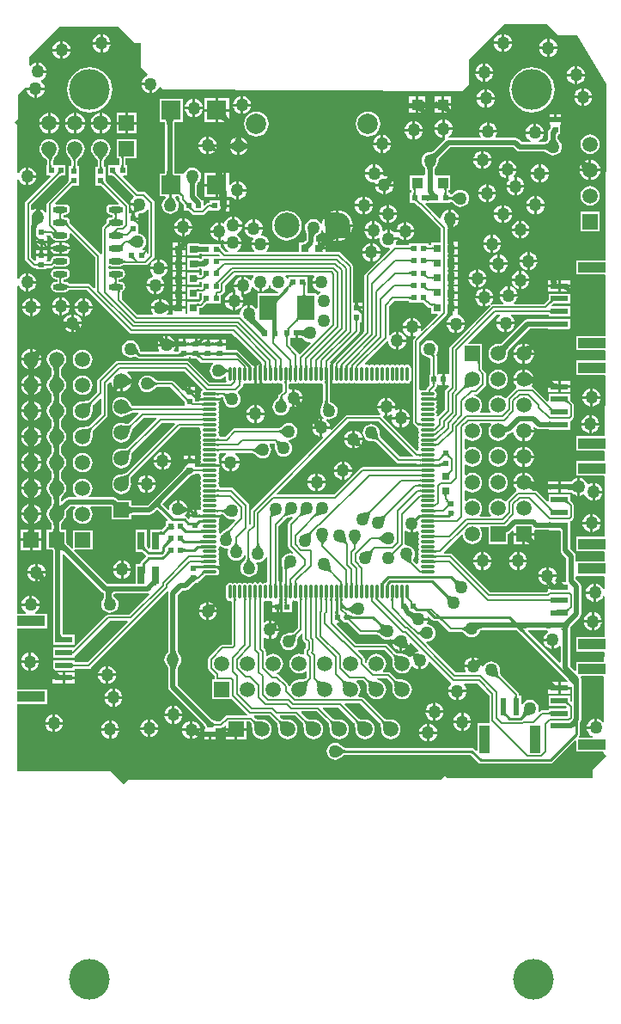
<source format=gtl>
G04*
G04 #@! TF.GenerationSoftware,Altium Limited,Altium Designer,19.0.12 (326)*
G04*
G04 Layer_Physical_Order=1*
G04 Layer_Color=255*
%FSLAX25Y25*%
%MOIN*%
G70*
G01*
G75*
%ADD12C,0.01000*%
%ADD19R,0.03937X0.10630*%
%ADD20R,0.02362X0.06693*%
%ADD21R,0.06693X0.02362*%
%ADD22R,0.10630X0.03937*%
%ADD23R,0.02000X0.02362*%
%ADD24R,0.02362X0.02000*%
%ADD25R,0.04331X0.04331*%
%ADD26O,0.01181X0.05709*%
%ADD27O,0.05709X0.01181*%
%ADD28R,0.02953X0.07087*%
%ADD29R,0.03000X0.03000*%
%ADD30R,0.03000X0.03000*%
%ADD31O,0.05709X0.02362*%
%ADD32R,0.07480X0.07284*%
%ADD33R,0.06693X0.09449*%
%ADD56C,0.00800*%
%ADD57C,0.02000*%
%ADD58C,0.01000*%
%ADD59C,0.01500*%
%ADD60R,0.05906X0.05906*%
%ADD61C,0.05906*%
%ADD62R,0.05906X0.05906*%
%ADD63C,0.09843*%
%ADD64C,0.07874*%
%ADD65C,0.15748*%
%ADD66C,0.05000*%
G36*
X210728Y395079D02*
X218209D01*
X229364Y376083D01*
X229149Y307865D01*
X217685D01*
Y302328D01*
X228777D01*
X229130Y301974D01*
X229056Y278535D01*
X217685D01*
Y272998D01*
X228684D01*
X229037Y272643D01*
X229026Y268922D01*
X217685D01*
Y263385D01*
X228654D01*
X229007Y263031D01*
X228933Y239591D01*
X217685D01*
Y234054D01*
X228561D01*
X228914Y233700D01*
X228902Y229978D01*
X217685D01*
Y224441D01*
X228531D01*
X228884Y224087D01*
X228810Y200647D01*
X217685D01*
Y195110D01*
X228438D01*
X228791Y194756D01*
X228779Y191035D01*
X217685D01*
X217635Y191514D01*
Y193093D01*
X217496Y193796D01*
X217098Y194391D01*
X215383Y196105D01*
Y204981D01*
X215348Y205158D01*
Y206539D01*
X215513Y206572D01*
X215910Y206837D01*
X216613Y207540D01*
X216878Y207937D01*
X216971Y208405D01*
Y212624D01*
X216878Y213092D01*
X216613Y213489D01*
X215544Y214558D01*
X215426Y214686D01*
X215349Y214782D01*
X215348Y214783D01*
Y214949D01*
X215352Y214967D01*
X215348Y214986D01*
Y216986D01*
X207055D01*
Y214448D01*
X206593Y214257D01*
X202672Y218179D01*
X202275Y218444D01*
X201806Y218537D01*
X200762D01*
X200515Y219037D01*
X200922Y219567D01*
X201320Y220529D01*
X201390Y221061D01*
X197469D01*
X193548D01*
X193618Y220529D01*
X194017Y219567D01*
X194508Y218926D01*
X194524Y218857D01*
X194453Y218389D01*
X194404Y218300D01*
X194221Y218179D01*
X190851Y214809D01*
X190719Y214611D01*
X190612Y214451D01*
X190429Y214358D01*
X190257Y214310D01*
X190056Y214306D01*
X189362Y214839D01*
X188449Y215217D01*
X187469Y215346D01*
X186489Y215217D01*
X185577Y214839D01*
X184793Y214237D01*
X184191Y213453D01*
X183813Y212540D01*
X183684Y211561D01*
X183813Y210581D01*
X184191Y209668D01*
X184676Y209037D01*
X184470Y208537D01*
X180468D01*
X180263Y209037D01*
X180747Y209668D01*
X181125Y210581D01*
X181254Y211561D01*
X181125Y212540D01*
X180747Y213453D01*
X180146Y214237D01*
X179362Y214839D01*
X178449Y215217D01*
X177469Y215346D01*
X176489Y215217D01*
X175577Y214839D01*
X175023Y214414D01*
X174523Y214661D01*
Y218460D01*
X175023Y218707D01*
X175577Y218283D01*
X176489Y217904D01*
X177469Y217776D01*
X178449Y217904D01*
X179362Y218283D01*
X180146Y218884D01*
X180747Y219668D01*
X181125Y220581D01*
X181254Y221561D01*
X181125Y222540D01*
X180747Y223453D01*
X180146Y224237D01*
X179362Y224839D01*
X178449Y225217D01*
X177469Y225346D01*
X176489Y225217D01*
X175577Y224839D01*
X175023Y224414D01*
X174523Y224661D01*
Y228461D01*
X175023Y228707D01*
X175577Y228283D01*
X176489Y227905D01*
X177469Y227776D01*
X178449Y227905D01*
X179362Y228283D01*
X180146Y228884D01*
X180747Y229668D01*
X181125Y230581D01*
X181254Y231561D01*
X181125Y232540D01*
X180747Y233453D01*
X180146Y234237D01*
X179362Y234839D01*
X178449Y235217D01*
X177469Y235346D01*
X176489Y235217D01*
X175577Y234839D01*
X175023Y234414D01*
X174523Y234661D01*
Y238460D01*
X175023Y238707D01*
X175577Y238283D01*
X176489Y237905D01*
X177469Y237775D01*
X178449Y237905D01*
X179362Y238283D01*
X180146Y238884D01*
X180747Y239668D01*
X181125Y240581D01*
X181254Y241561D01*
X181125Y242540D01*
X180747Y243453D01*
X180263Y244084D01*
X180468Y244584D01*
X184470D01*
X184676Y244084D01*
X184191Y243453D01*
X183813Y242540D01*
X183684Y241561D01*
X183813Y240581D01*
X184191Y239668D01*
X184793Y238884D01*
X185577Y238283D01*
X186489Y237905D01*
X187469Y237775D01*
X188449Y237905D01*
X189362Y238283D01*
X190146Y238884D01*
X190747Y239668D01*
X191077Y240464D01*
X191166Y240473D01*
X191495D01*
X192198Y240613D01*
X192793Y241010D01*
X193020Y241238D01*
X193548Y241059D01*
X193618Y240529D01*
X194017Y239567D01*
X194650Y238741D01*
X195476Y238108D01*
X196437Y237710D01*
X196969Y237640D01*
Y241561D01*
X197469D01*
Y242061D01*
X201390D01*
X201320Y242593D01*
X201134Y243041D01*
X201558Y243324D01*
X202075Y242808D01*
X202670Y242410D01*
X203372Y242271D01*
X206850D01*
X207055Y242261D01*
Y242125D01*
X207849D01*
X207867Y242121D01*
X207886Y242125D01*
X215348D01*
Y245483D01*
X215513Y245516D01*
X215910Y245781D01*
X216613Y246484D01*
X216878Y246881D01*
X216971Y247349D01*
Y251568D01*
X216878Y252036D01*
X216613Y252433D01*
X215544Y253501D01*
X215426Y253629D01*
X215349Y253726D01*
X215348Y253726D01*
Y253892D01*
X215352Y253911D01*
X215348Y253929D01*
Y255930D01*
X207055D01*
Y253392D01*
X206593Y253201D01*
X201615Y258179D01*
X201218Y258444D01*
X200750Y258537D01*
X200515Y259037D01*
X200922Y259567D01*
X201301Y260483D01*
X201213Y260465D01*
X200959Y260390D01*
X200711Y260294D01*
X200470Y260177D01*
X200237Y260038D01*
X200010Y259878D01*
X199791Y259697D01*
X199578Y259494D01*
Y261061D01*
X197469D01*
X193548D01*
X193618Y260529D01*
X194017Y259567D01*
X194508Y258926D01*
X194524Y258857D01*
X194453Y258389D01*
X194404Y258300D01*
X194221Y258179D01*
X190851Y254809D01*
X190719Y254611D01*
X190612Y254451D01*
X190429Y254358D01*
X190257Y254310D01*
X190056Y254306D01*
X189362Y254839D01*
X188449Y255217D01*
X187469Y255346D01*
X186489Y255217D01*
X185577Y254839D01*
X184793Y254237D01*
X184191Y253453D01*
X183813Y252540D01*
X183684Y251561D01*
X183813Y250581D01*
X184191Y249668D01*
X184603Y249131D01*
X184356Y248631D01*
X180582D01*
X180335Y249131D01*
X180747Y249668D01*
X181125Y250581D01*
X181254Y251561D01*
X181125Y252540D01*
X180747Y253453D01*
X180146Y254237D01*
X179362Y254839D01*
X178449Y255217D01*
X178253Y255243D01*
X178286Y255743D01*
X178748D01*
X179216Y255836D01*
X179216Y255836D01*
X179613Y256101D01*
X182487Y258976D01*
X182752Y259372D01*
X182752Y259372D01*
X182845Y259841D01*
Y263624D01*
X182752Y264092D01*
X182487Y264489D01*
X181246Y265731D01*
Y269008D01*
X181222Y269126D01*
Y275313D01*
X176003D01*
X175812Y275775D01*
X186784Y286747D01*
X188062D01*
X188232Y286247D01*
X187858Y285961D01*
X187297Y285230D01*
X186944Y284378D01*
X186890Y283965D01*
X193819D01*
X193764Y284378D01*
X193412Y285230D01*
X192851Y285961D01*
X192477Y286247D01*
X192647Y286747D01*
X207055D01*
Y285990D01*
X215348D01*
Y289952D01*
X208480D01*
X208288Y290414D01*
X208592Y290718D01*
X208720Y290837D01*
X208812Y290911D01*
X215348D01*
Y294873D01*
X207055D01*
Y292670D01*
X206893Y292479D01*
X205208Y290794D01*
X193677D01*
X193507Y291294D01*
X194032Y291697D01*
X194593Y292428D01*
X194945Y293279D01*
X195000Y293693D01*
X188071D01*
X188126Y293279D01*
X188478Y292428D01*
X189039Y291697D01*
X189564Y291294D01*
X189394Y290794D01*
X185614D01*
X185146Y290701D01*
X185008Y290609D01*
X184902Y290539D01*
X184583Y290909D01*
X184665Y291016D01*
X185144Y291640D01*
X185496Y292492D01*
X185551Y292905D01*
X182587D01*
Y289941D01*
X183000Y289996D01*
X183852Y290348D01*
X184195Y290611D01*
X184291Y290686D01*
X184622Y290309D01*
X184524Y290212D01*
X168835Y274522D01*
X168570Y274125D01*
X168476Y273657D01*
Y264169D01*
X168300Y263742D01*
X166800D01*
Y263728D01*
X166805Y263540D01*
X166820Y263370D01*
X166844Y263220D01*
X166878Y263090D01*
X166922Y262980D01*
X166976Y262890D01*
X167039Y262820D01*
X167112Y262770D01*
X167195Y262740D01*
X167288Y262730D01*
X166800D01*
Y261561D01*
Y260392D01*
X167288D01*
X167195Y260382D01*
X167112Y260352D01*
X167039Y260302D01*
X166976Y260232D01*
X166922Y260142D01*
X166878Y260032D01*
X166844Y259902D01*
X166820Y259752D01*
X166805Y259582D01*
X166800Y259393D01*
Y259380D01*
X168300D01*
X168476Y258953D01*
Y258824D01*
X167235Y257582D01*
X166970Y257185D01*
X166876Y256717D01*
Y249885D01*
X164242Y247250D01*
X163667Y247306D01*
X163633Y247330D01*
X163567Y247452D01*
X163598Y247498D01*
X163706Y248041D01*
X163598Y248583D01*
X163303Y249025D01*
X163598Y249467D01*
X163706Y250009D01*
X163598Y250552D01*
X163303Y250994D01*
X163598Y251435D01*
X163706Y251978D01*
X163598Y252520D01*
X163419Y252789D01*
X163435Y252800D01*
X163786Y253326D01*
X163810Y253447D01*
X160024D01*
Y254447D01*
X163810D01*
X163786Y254567D01*
X163435Y255093D01*
X163419Y255104D01*
X163598Y255372D01*
X163706Y255915D01*
X163598Y256457D01*
X163291Y256917D01*
X162922Y257164D01*
X162760Y257710D01*
X163365Y258314D01*
X163630Y258712D01*
X163724Y259180D01*
Y259580D01*
X164300D01*
Y259380D01*
X165800D01*
Y259392D01*
X165800D01*
X165795Y259582D01*
X165780Y259752D01*
X165756Y259902D01*
X165722Y260032D01*
X165678Y260142D01*
X165624Y260232D01*
X165561Y260302D01*
X165488Y260352D01*
X165405Y260382D01*
X165312Y260392D01*
X165800D01*
Y261561D01*
Y262730D01*
X165312D01*
X165405Y262740D01*
X165488Y262770D01*
X165561Y262820D01*
X165624Y262890D01*
X165678Y262980D01*
X165722Y263090D01*
X165756Y263220D01*
X165780Y263370D01*
X165795Y263540D01*
X165800Y263730D01*
X165800D01*
Y263742D01*
X164300D01*
Y263542D01*
X163724D01*
Y270630D01*
X163630Y271098D01*
X163403Y271438D01*
X163682Y271802D01*
X164015Y272605D01*
X164128Y273466D01*
X164015Y274327D01*
X163682Y275130D01*
X163154Y275820D01*
X162464Y276349D01*
X161662Y276681D01*
X160800Y276795D01*
X159939Y276681D01*
X159136Y276349D01*
X158446Y275820D01*
X157917Y275130D01*
X157585Y274327D01*
X157472Y273466D01*
X157585Y272605D01*
X157917Y271802D01*
X158446Y271112D01*
X159136Y270584D01*
X159939Y270251D01*
X160800Y270138D01*
X160808Y270139D01*
X161276Y269820D01*
Y263542D01*
X160700D01*
Y259580D01*
X160700D01*
X160837Y259247D01*
X159935Y258345D01*
X159670Y257948D01*
X159576Y257480D01*
Y257333D01*
X157761D01*
X157371Y257255D01*
X156871Y257548D01*
Y276118D01*
X167357Y286604D01*
X167595Y286960D01*
X168742D01*
Y286972D01*
X167742D01*
X167754Y287972D01*
X168742D01*
Y288230D01*
X168722Y288216D01*
X168657Y288163D01*
X168595Y288106D01*
X167888Y288813D01*
X167945Y288875D01*
X167998Y288940D01*
X168046Y289009D01*
X168089Y289081D01*
X168128Y289157D01*
X168162Y289237D01*
X168191Y289320D01*
X168216Y289407D01*
X168235Y289497D01*
X168250Y289591D01*
X168742Y289100D01*
Y289460D01*
Y290948D01*
X167754D01*
X167846Y290968D01*
X167929Y291028D01*
X168002Y291128D01*
X168066Y291268D01*
X168120Y291448D01*
X168164Y291668D01*
X168198Y291928D01*
X168200Y291960D01*
X167715D01*
Y292708D01*
X168187D01*
X168164Y293000D01*
X168120Y293220D01*
X168066Y293400D01*
X168002Y293540D01*
X167929Y293640D01*
X167846Y293700D01*
X167754Y293720D01*
X168742D01*
Y295208D01*
Y296696D01*
X167754D01*
X167846Y296716D01*
X167929Y296776D01*
X168002Y296876D01*
X168066Y297016D01*
X168120Y297196D01*
X168164Y297416D01*
X168198Y297676D01*
X168200Y297708D01*
X167715D01*
Y298457D01*
X168187D01*
X168164Y298748D01*
X168120Y298969D01*
X168066Y299149D01*
X168002Y299289D01*
X167929Y299389D01*
X167846Y299448D01*
X167754Y299468D01*
X168742D01*
Y300957D01*
Y302445D01*
X167754D01*
X167846Y302465D01*
X167929Y302524D01*
X168002Y302625D01*
X168066Y302765D01*
X168120Y302944D01*
X168164Y303165D01*
X168198Y303425D01*
X168200Y303456D01*
X167715D01*
Y304205D01*
X168187D01*
X168164Y304497D01*
X168120Y304717D01*
X168066Y304897D01*
X168002Y305037D01*
X167929Y305137D01*
X167846Y305197D01*
X167754Y305217D01*
X168742D01*
Y306705D01*
Y308193D01*
X167754D01*
X167846Y308213D01*
X167929Y308273D01*
X168002Y308373D01*
X168066Y308513D01*
X168120Y308693D01*
X168164Y308913D01*
X168198Y309173D01*
X168200Y309205D01*
X167715D01*
Y309953D01*
X168187D01*
X168164Y310245D01*
X168120Y310465D01*
X168066Y310645D01*
X168002Y310785D01*
X167929Y310885D01*
X167846Y310945D01*
X167754Y310965D01*
X168742D01*
Y312453D01*
Y313941D01*
X167754D01*
X167804Y313961D01*
X167850Y314021D01*
X167890Y314121D01*
X167925Y314261D01*
X167954Y314441D01*
X167978Y314661D01*
X167991Y314953D01*
X167715D01*
Y320094D01*
X167730Y320133D01*
X168011Y320360D01*
X167989Y320578D01*
X167948Y320803D01*
X167892Y321016D01*
X167819Y321217D01*
X167730Y321405D01*
X167626Y321581D01*
X167505Y321744D01*
X167368Y321895D01*
X167215Y322033D01*
X168300Y322129D01*
Y323966D01*
Y327430D01*
X167886Y327376D01*
X167035Y327023D01*
X166304Y326462D01*
X165743Y325731D01*
X165390Y324880D01*
X165290Y324122D01*
X164811Y323895D01*
X159182Y329523D01*
X159374Y329985D01*
X159778D01*
X159797Y329981D01*
X159816Y329985D01*
X160609D01*
Y329985D01*
X161109Y330061D01*
X161409Y329985D01*
Y329985D01*
X162203D01*
X162221Y329981D01*
X162240Y329985D01*
X162270D01*
X162282Y329984D01*
X162285Y329985D01*
X162289Y329984D01*
X162292Y329985D01*
X164709D01*
X165009Y329985D01*
Y329985D01*
X165209D01*
Y329985D01*
X168809D01*
Y330196D01*
X168811Y330201D01*
X168861Y330284D01*
X169006Y330405D01*
X169309Y330514D01*
X169363Y330482D01*
X169537Y330363D01*
X169720Y330221D01*
X170159Y329822D01*
X170379Y329595D01*
X170446Y329508D01*
X171136Y328979D01*
X171939Y328646D01*
X172800Y328533D01*
X173661Y328646D01*
X174464Y328979D01*
X175154Y329508D01*
X175682Y330197D01*
X176015Y331000D01*
X176128Y331861D01*
X176015Y332723D01*
X175682Y333525D01*
X175154Y334215D01*
X174464Y334744D01*
X173661Y335076D01*
X172800Y335190D01*
X171939Y335076D01*
X171136Y334744D01*
X170446Y334215D01*
X170400Y334155D01*
X170240Y334002D01*
X169774Y333609D01*
X169580Y333466D01*
X169396Y333347D01*
X169309Y333298D01*
X169063Y333380D01*
X168879Y333513D01*
X168817Y333606D01*
X168809Y333628D01*
Y333947D01*
X168233D01*
Y334902D01*
X168974D01*
Y340833D01*
X163044D01*
X162844Y341250D01*
Y343013D01*
X162848Y343057D01*
X162876Y343226D01*
X162914Y343382D01*
X162961Y343525D01*
X163017Y343657D01*
X163081Y343778D01*
X163154Y343892D01*
X163237Y343998D01*
X163298Y344063D01*
X163363Y344112D01*
X163892Y344802D01*
X164224Y345605D01*
X164338Y346466D01*
X164327Y346547D01*
X164330Y346636D01*
X164346Y346770D01*
X164374Y346901D01*
X164415Y347033D01*
X164469Y347165D01*
X164537Y347300D01*
X164620Y347436D01*
X164720Y347576D01*
X164748Y347610D01*
X168769Y351631D01*
X193540D01*
X194687Y350483D01*
X195283Y350085D01*
X195985Y349946D01*
X205331D01*
X205375Y349942D01*
X205545Y349914D01*
X205700Y349876D01*
X205844Y349829D01*
X205975Y349773D01*
X206097Y349709D01*
X206210Y349636D01*
X206316Y349553D01*
X206381Y349492D01*
X206431Y349427D01*
X207120Y348899D01*
X207923Y348566D01*
X208784Y348453D01*
X209646Y348566D01*
X210449Y348899D01*
X211138Y349427D01*
X211667Y350117D01*
X211999Y350920D01*
X212113Y351781D01*
X211999Y352642D01*
X211667Y353445D01*
X211138Y354135D01*
X211073Y354184D01*
X211012Y354250D01*
X210929Y354356D01*
X210856Y354469D01*
X210792Y354590D01*
X210736Y354722D01*
X210689Y354865D01*
X210652Y355021D01*
X210624Y355190D01*
X210619Y355234D01*
Y355881D01*
X210634Y356046D01*
X210672Y356277D01*
X210719Y356451D01*
X210765Y356565D01*
X210795Y356614D01*
X211651D01*
Y360214D01*
X211851D01*
Y361714D01*
X209670D01*
X207489D01*
Y360214D01*
X207689D01*
Y359028D01*
X207487Y358826D01*
X207089Y358231D01*
X206949Y357528D01*
Y355234D01*
X206945Y355190D01*
X206917Y355021D01*
X206879Y354865D01*
X206832Y354722D01*
X206777Y354590D01*
X206712Y354469D01*
X206639Y354356D01*
X206556Y354250D01*
X206495Y354184D01*
X206431Y354135D01*
X206381Y354070D01*
X206316Y354009D01*
X206210Y353926D01*
X206097Y353853D01*
X205975Y353789D01*
X205844Y353733D01*
X205700Y353686D01*
X205545Y353648D01*
X205375Y353620D01*
X205331Y353616D01*
X203272D01*
X203173Y354116D01*
X203438Y354226D01*
X204170Y354787D01*
X204731Y355518D01*
X205083Y356370D01*
X205138Y356784D01*
X198209D01*
X198263Y356370D01*
X198616Y355518D01*
X199177Y354787D01*
X199908Y354226D01*
X200173Y354116D01*
X200074Y353616D01*
X196745D01*
X195598Y354764D01*
X195002Y355162D01*
X194300Y355301D01*
X186641D01*
X186420Y355750D01*
X186620Y356011D01*
X186973Y356862D01*
X187027Y357276D01*
X180099D01*
X180153Y356862D01*
X180506Y356011D01*
X180706Y355750D01*
X180485Y355301D01*
X168165D01*
X168065Y355801D01*
X168796Y356362D01*
X169357Y357093D01*
X169710Y357945D01*
X169764Y358358D01*
X166800D01*
Y355235D01*
X166924Y354906D01*
X166711Y354764D01*
X162153Y350205D01*
X162119Y350177D01*
X161979Y350077D01*
X161842Y349994D01*
X161708Y349926D01*
X161576Y349872D01*
X161444Y349832D01*
X161313Y349803D01*
X161179Y349787D01*
X161090Y349784D01*
X161009Y349795D01*
X160148Y349681D01*
X159345Y349349D01*
X158655Y348820D01*
X158126Y348130D01*
X157794Y347327D01*
X157680Y346466D01*
X157794Y345605D01*
X158126Y344802D01*
X158655Y344112D01*
X158720Y344063D01*
X158781Y343998D01*
X158864Y343892D01*
X158937Y343778D01*
X159001Y343657D01*
X159057Y343525D01*
X159104Y343382D01*
X159142Y343226D01*
X159170Y343057D01*
X159174Y343013D01*
Y341250D01*
X158974Y340833D01*
X153044D01*
Y334902D01*
X153786D01*
Y333947D01*
X153209D01*
Y329985D01*
X155234D01*
X155412Y329833D01*
X155586Y329658D01*
X155744Y329423D01*
X156447Y328720D01*
X156683Y328562D01*
X165268Y319977D01*
Y314760D01*
X161492D01*
Y313683D01*
X160333D01*
Y314441D01*
X156733D01*
Y314441D01*
X156533D01*
Y314441D01*
X152933D01*
Y313683D01*
X147972D01*
X147751Y314132D01*
X147939Y314377D01*
X148292Y315228D01*
X148346Y315642D01*
X144882D01*
Y316142D01*
X144382D01*
Y319606D01*
X143968Y319552D01*
X143117Y319199D01*
X143023Y319127D01*
X142590Y319377D01*
X142605Y319488D01*
X142485Y320402D01*
X142132Y321253D01*
X141571Y321984D01*
X140840Y322545D01*
X139989Y322898D01*
X139575Y322953D01*
Y319488D01*
Y316024D01*
X139989Y316078D01*
X140840Y316431D01*
X140933Y316503D01*
X141366Y316253D01*
X141352Y316142D01*
X141472Y315228D01*
X141825Y314377D01*
X142386Y313646D01*
X143117Y313085D01*
X143968Y312732D01*
X144882Y312612D01*
X145122Y312643D01*
X145355Y312170D01*
X136004Y302818D01*
X135739Y302421D01*
X135646Y301953D01*
Y280381D01*
X123874Y268610D01*
X123609Y268213D01*
X123544Y267883D01*
X123538Y267871D01*
X123228Y267614D01*
X123016Y267517D01*
X122721Y267576D01*
X122300Y267931D01*
X122281Y268364D01*
X133356Y279439D01*
X133621Y279836D01*
X133714Y280304D01*
Y283812D01*
X134472D01*
Y287412D01*
X134672D01*
Y288912D01*
X133915D01*
X134059Y288744D01*
X134367Y288424D01*
X133660Y287717D01*
X133493Y287881D01*
X132968Y288332D01*
X132873Y288394D01*
X132792Y288435D01*
X132726Y288456D01*
X132674Y288456D01*
X132636Y288436D01*
X133112Y288912D01*
X132491D01*
Y289412D01*
X131991D01*
Y290388D01*
X131491D01*
X131586Y290398D01*
X131671Y290428D01*
X131746Y290479D01*
X131811Y290550D01*
X131866Y290641D01*
X131911Y290752D01*
X131946Y290884D01*
X131971Y291036D01*
X131986Y291208D01*
X131991Y291400D01*
X131991D01*
Y291412D01*
X131235D01*
Y305254D01*
X131142Y305722D01*
X130877Y306119D01*
X126372Y310625D01*
X125975Y310890D01*
X125506Y310983D01*
X120467D01*
Y311960D01*
X119356D01*
X119334Y311908D01*
X119276Y311668D01*
X119275Y311457D01*
X119331Y311274D01*
X119443Y311119D01*
X118602Y311960D01*
X117967D01*
Y312460D01*
X117467D01*
Y313095D01*
X116626Y313936D01*
X116781Y313824D01*
X116964Y313768D01*
X117175Y313770D01*
X117415Y313827D01*
X117467Y313849D01*
Y314960D01*
X116768D01*
X116763Y314966D01*
Y316772D01*
X116769Y316831D01*
X116798Y316972D01*
X116834Y317087D01*
X116875Y317179D01*
X116918Y317249D01*
X116963Y317306D01*
X117014Y317354D01*
X117074Y317396D01*
X117195Y317459D01*
X117227Y317485D01*
X117464Y317583D01*
X118154Y318112D01*
X118683Y318802D01*
X118972Y319501D01*
X119324Y319542D01*
X119493Y319508D01*
X119646Y319004D01*
X120195Y317975D01*
X120591Y317493D01*
X120632Y317904D01*
X120634Y318398D01*
X120591Y318924D01*
X120504Y319481D01*
X120373Y320070D01*
X124643Y317471D01*
Y321281D01*
Y325751D01*
X120222Y321330D01*
X120215Y321994D01*
X120121Y323195D01*
X120033Y323732D01*
X119944Y324116D01*
X119646Y323558D01*
X119307Y322442D01*
X119266Y322028D01*
X118756Y321952D01*
X118683Y322130D01*
X118154Y322820D01*
X117464Y323349D01*
X116662Y323681D01*
X115800Y323795D01*
X114938Y323681D01*
X114136Y323349D01*
X113446Y322820D01*
X112917Y322130D01*
X112585Y321327D01*
X112471Y320466D01*
X112585Y319605D01*
X112774Y319149D01*
X112789Y319079D01*
X112854Y318929D01*
X112905Y318791D01*
X112949Y318652D01*
X113029Y318305D01*
X113055Y318150D01*
X113092Y317709D01*
Y315726D01*
X112704Y315338D01*
X112258Y314954D01*
X112085Y314824D01*
X111996Y314766D01*
X110217D01*
Y310983D01*
X97719D01*
X97549Y311483D01*
X97673Y311579D01*
X98234Y312310D01*
X98587Y313161D01*
X98642Y313575D01*
X91713D01*
X91767Y313161D01*
X92120Y312310D01*
X92681Y311579D01*
X92805Y311483D01*
X92636Y310983D01*
X86249D01*
X86150Y311483D01*
X86214Y311510D01*
X86945Y312071D01*
X87506Y312802D01*
X87859Y313653D01*
X87913Y314067D01*
X80984D01*
X81039Y313653D01*
X81392Y312802D01*
X81953Y312071D01*
X82684Y311510D01*
X82748Y311483D01*
X82648Y310983D01*
X81833D01*
X80338Y312478D01*
X80136Y312712D01*
X80057Y312820D01*
X79991Y312920D01*
X79943Y313005D01*
X79913Y313070D01*
X79900Y313109D01*
Y314157D01*
X76600D01*
X76300Y314157D01*
X75800Y314157D01*
X73353D01*
X73339Y314161D01*
X73326Y314158D01*
X73312Y314161D01*
X73294Y314157D01*
X72500D01*
Y313984D01*
X71943Y313949D01*
X71942D01*
X71636Y313965D01*
X71425Y313989D01*
X71400Y313994D01*
Y314351D01*
X70606D01*
X70588Y314355D01*
X70570Y314351D01*
X66800D01*
Y309751D01*
X70570D01*
X70588Y309748D01*
X70606Y309751D01*
X71400D01*
Y310210D01*
X71458Y310223D01*
X71656Y310253D01*
X72000Y310276D01*
X72500Y310223D01*
Y310195D01*
X73289D01*
X73307Y310191D01*
X73310Y310192D01*
X73312Y310191D01*
X73330Y310195D01*
X75800D01*
X76100Y310195D01*
X76600Y310195D01*
X79058D01*
X79074Y310192D01*
X79132Y310191D01*
X79167Y310188D01*
X79504Y309852D01*
X79296Y309352D01*
X79113D01*
X79096Y309355D01*
X79076Y309352D01*
X76600D01*
X76300Y309352D01*
X75800Y309352D01*
X72500D01*
Y308500D01*
X72451Y308471D01*
X72337Y308424D01*
X72163Y308378D01*
X71932Y308339D01*
X71889Y308335D01*
X71400Y308545D01*
Y308692D01*
X70606D01*
X70588Y308695D01*
X70570Y308692D01*
X66800D01*
Y304092D01*
X70570D01*
X70588Y304088D01*
X70606Y304092D01*
X71400D01*
Y304579D01*
X71467Y304595D01*
X71662Y304626D01*
X72045Y304654D01*
X72500Y304542D01*
X72500Y304154D01*
Y302546D01*
X72496Y302527D01*
X72500Y302509D01*
Y302344D01*
X72334Y302148D01*
X72141Y301955D01*
X71400D01*
Y303031D01*
X66800D01*
Y298431D01*
X71400D01*
Y299508D01*
X72500D01*
Y297531D01*
X72381Y297395D01*
X70200D01*
X70082Y297372D01*
X66800D01*
Y292772D01*
X71400D01*
Y294948D01*
X72005D01*
X72500Y294935D01*
X72500Y294448D01*
Y292935D01*
X72496Y292916D01*
X72500Y292898D01*
Y292734D01*
X72334Y292537D01*
X71532Y291735D01*
X70200D01*
X70082Y291712D01*
X66800D01*
Y287190D01*
X66800Y287112D01*
X66650Y287065D01*
X66536Y287093D01*
X66150Y287431D01*
Y288918D01*
X63650D01*
X62162D01*
Y287930D01*
X62142Y288028D01*
X62082Y288115D01*
X61982Y288191D01*
X61842Y288258D01*
X61662Y288314D01*
X61442Y288360D01*
X61182Y288396D01*
X61150Y288398D01*
Y287190D01*
X61150Y286918D01*
X60745Y286690D01*
X59211D01*
X58965Y287190D01*
X59357Y287701D01*
X59654Y288418D01*
X59594Y288412D01*
X59366Y288375D01*
X59149Y288323D01*
X58943Y288256D01*
X58747Y288175D01*
X58561Y288078D01*
X58386Y287966D01*
X58222Y287840D01*
X58069Y287699D01*
X58081Y288966D01*
X52836D01*
X52890Y288552D01*
X53243Y287701D01*
X53635Y287190D01*
X53389Y286690D01*
X47626D01*
X41525Y292791D01*
Y295634D01*
X42130Y296038D01*
X42568Y296693D01*
X42722Y297466D01*
X42568Y298239D01*
X42130Y298894D01*
X41475Y299332D01*
X40702Y299486D01*
X40252D01*
Y300446D01*
X40702D01*
X41475Y300600D01*
X42130Y301038D01*
X42568Y301693D01*
X42722Y302466D01*
X42568Y303239D01*
X42130Y303894D01*
X41475Y304332D01*
X40702Y304486D01*
X37355D01*
X36698Y304355D01*
X36198Y304631D01*
Y305301D01*
X36698Y305577D01*
X37355Y305446D01*
X40702D01*
X41475Y305600D01*
X41658Y305723D01*
X41688Y305732D01*
X41723Y305762D01*
X41764Y305780D01*
X41835Y305831D01*
X41885Y305861D01*
X41938Y305888D01*
X41995Y305912D01*
X42058Y305934D01*
X42126Y305952D01*
X42200Y305967D01*
X42282Y305978D01*
X42307Y305980D01*
X50597D01*
X51065Y306073D01*
X51462Y306339D01*
X53765Y308642D01*
X54030Y309039D01*
X54124Y309507D01*
Y330099D01*
X54030Y330567D01*
X53765Y330964D01*
X50698Y334031D01*
X50301Y334296D01*
X49833Y334390D01*
X47676D01*
X41892Y340173D01*
X42084Y340635D01*
X43500D01*
Y344597D01*
X42924D01*
Y347213D01*
X47053D01*
Y354719D01*
X39547D01*
Y347213D01*
X40477D01*
Y344597D01*
X39900D01*
X39900Y344597D01*
X39700D01*
Y344597D01*
X39400Y344597D01*
X36100D01*
Y340635D01*
X37738D01*
X37757Y340631D01*
X37775Y340635D01*
X37940D01*
X38135Y340469D01*
X46010Y332594D01*
X45978Y332096D01*
X45804Y331962D01*
X45243Y331231D01*
X44890Y330380D01*
X44836Y329966D01*
X48300D01*
Y328966D01*
X44836D01*
X44890Y328552D01*
X45243Y327701D01*
X45804Y326970D01*
X45983Y326832D01*
X46065Y326958D01*
X46137Y327112D01*
X46185Y327277D01*
X46211Y327453D01*
X46214Y327639D01*
X46195Y327835D01*
X46152Y328042D01*
X46088Y328259D01*
X46000Y328487D01*
X48589Y326983D01*
X48302Y326943D01*
X47775Y326833D01*
X47535Y326762D01*
X47311Y326680D01*
X47101Y326588D01*
X46908Y326485D01*
X46729Y326372D01*
X46567Y326249D01*
X46419Y326114D01*
X46403Y326131D01*
X46324Y325966D01*
X46300D01*
Y325754D01*
X46537D01*
X46541Y325600D01*
X46553Y325462D01*
X46573Y325340D01*
X46601Y325234D01*
X46637Y325145D01*
X46681Y325072D01*
X46733Y325015D01*
X46793Y324974D01*
X46861Y324950D01*
X46937Y324942D01*
X46300D01*
Y324466D01*
X47981D01*
Y325473D01*
X48300Y325936D01*
X48478Y325959D01*
X49214Y326056D01*
X50065Y326409D01*
X50796Y326970D01*
X51177Y327465D01*
X51676Y327296D01*
Y310393D01*
X51600Y310342D01*
X51100Y310609D01*
Y311766D01*
X49572D01*
X49402Y312266D01*
X49854Y312613D01*
X50383Y313302D01*
X50715Y314105D01*
X50828Y314966D01*
X50715Y315827D01*
X50383Y316630D01*
X49854Y317320D01*
X49164Y317849D01*
X48362Y318181D01*
X48213Y318201D01*
X47781Y318366D01*
X47781Y318698D01*
Y321966D01*
X47981D01*
Y323466D01*
X47040D01*
X47115Y323361D01*
X47231Y323216D01*
X47535Y322891D01*
X46882Y322412D01*
X46721Y322568D01*
X46430Y322814D01*
X46301Y322905D01*
X46183Y322973D01*
X46075Y323020D01*
X45978Y323045D01*
X45891Y323049D01*
X45816Y323030D01*
X45750Y322990D01*
X46307Y323466D01*
X45800D01*
Y323966D01*
X45300D01*
Y325966D01*
X44306D01*
Y328783D01*
X44213Y329252D01*
X43948Y329649D01*
X35466Y338130D01*
X35339Y338266D01*
X35281Y338338D01*
Y340066D01*
X35281Y340366D01*
X35281Y340866D01*
Y344166D01*
X34523D01*
Y346327D01*
X34524Y346338D01*
X34549Y346441D01*
X34601Y346581D01*
X34685Y346753D01*
X34804Y346953D01*
X34958Y347177D01*
X35144Y347416D01*
X35645Y347979D01*
X35877Y348213D01*
X35976Y348290D01*
X36578Y349074D01*
X36956Y349986D01*
X37085Y350966D01*
X36956Y351946D01*
X36578Y352859D01*
X35976Y353643D01*
X35193Y354244D01*
X34280Y354622D01*
X33300Y354751D01*
X32320Y354622D01*
X31407Y354244D01*
X30623Y353643D01*
X30022Y352859D01*
X29644Y351946D01*
X29515Y350966D01*
X29644Y349986D01*
X30022Y349074D01*
X30623Y348290D01*
X30723Y348213D01*
X30955Y347979D01*
X31456Y347416D01*
X31642Y347177D01*
X31796Y346953D01*
X31915Y346753D01*
X31999Y346581D01*
X32051Y346441D01*
X32076Y346338D01*
X32076Y346327D01*
Y344166D01*
X31319D01*
Y340866D01*
X31319Y340566D01*
X31319Y340066D01*
Y336766D01*
X33336D01*
X33349Y336757D01*
X33543Y336593D01*
X40188Y329948D01*
X39996Y329486D01*
X37355D01*
X36582Y329332D01*
X35927Y328894D01*
X35489Y328239D01*
X35335Y327466D01*
X35489Y326693D01*
X35927Y326038D01*
X36582Y325600D01*
X37355Y325446D01*
X37805D01*
Y324486D01*
X37355D01*
X36582Y324332D01*
X35927Y323894D01*
X35489Y323239D01*
X35335Y322466D01*
X35380Y322240D01*
X35290Y322131D01*
X34109Y320950D01*
X33844Y320553D01*
X33751Y320085D01*
Y310286D01*
X33250Y310135D01*
X33137Y310304D01*
X21290Y322152D01*
X21244Y322203D01*
X21219Y322236D01*
X21265Y322466D01*
X21111Y323239D01*
X20673Y323894D01*
X20018Y324332D01*
X19245Y324486D01*
X18795D01*
Y325446D01*
X19245D01*
X20018Y325600D01*
X20673Y326038D01*
X21111Y326693D01*
X21265Y327466D01*
X21111Y328239D01*
X20673Y328894D01*
X20018Y329332D01*
X19245Y329486D01*
X15898D01*
X15871Y329481D01*
X15624Y329941D01*
X22549Y336866D01*
X24781D01*
Y340166D01*
X24781Y340466D01*
X24781Y340966D01*
Y344266D01*
X24273D01*
Y346305D01*
X24275Y346322D01*
X24299Y346424D01*
X24350Y346554D01*
X24432Y346712D01*
X24550Y346893D01*
X24704Y347095D01*
X24890Y347307D01*
X25402Y347805D01*
X25712Y348071D01*
X25743Y348111D01*
X25976Y348290D01*
X26578Y349074D01*
X26956Y349986D01*
X27085Y350966D01*
X26956Y351946D01*
X26578Y352859D01*
X25976Y353643D01*
X25193Y354244D01*
X24280Y354622D01*
X23300Y354751D01*
X22320Y354622D01*
X21407Y354244D01*
X20624Y353643D01*
X20022Y352859D01*
X19644Y351946D01*
X19515Y350966D01*
X19644Y349986D01*
X20022Y349074D01*
X20400Y348581D01*
X20430Y348524D01*
X20985Y347845D01*
X21399Y347266D01*
X21547Y347026D01*
X21666Y346808D01*
X21750Y346623D01*
X21802Y346476D01*
X21826Y346372D01*
X21826Y346371D01*
Y344266D01*
X20819D01*
Y340966D01*
X20819Y340666D01*
X20819Y340166D01*
Y338596D01*
X12652Y330430D01*
X12387Y330033D01*
X12294Y329564D01*
Y326448D01*
X12119Y326361D01*
X11794Y326314D01*
X11296Y326962D01*
X10565Y327523D01*
X10039Y327741D01*
X9984Y327664D01*
X9903Y327502D01*
X9857Y327343D01*
X9846Y327187D01*
X9871Y327034D01*
X9930Y326884D01*
X10025Y326736D01*
X10155Y326592D01*
X10320Y326451D01*
X9300Y326422D01*
Y324466D01*
X8300D01*
Y326395D01*
X7172Y326363D01*
X8300Y327461D01*
Y327930D01*
X7886Y327876D01*
X7035Y327523D01*
X6772Y327322D01*
X6323Y327543D01*
Y329228D01*
X17535Y340439D01*
X17662Y340557D01*
X17758Y340634D01*
X17759Y340635D01*
X17925D01*
X17943Y340631D01*
X17962Y340635D01*
X19600D01*
Y344597D01*
X16300D01*
X16000Y344597D01*
Y344597D01*
X15800D01*
Y344597D01*
X14874D01*
Y346392D01*
X14897Y346494D01*
X14944Y346631D01*
X15157Y347070D01*
X15295Y347303D01*
X15963Y348255D01*
X16243Y348613D01*
X16243Y348613D01*
X16243Y348613D01*
X16244Y348614D01*
X16281Y348686D01*
X16578Y349074D01*
X16956Y349986D01*
X17085Y350966D01*
X16956Y351946D01*
X16578Y352859D01*
X15977Y353643D01*
X15193Y354244D01*
X14280Y354622D01*
X13300Y354751D01*
X12320Y354622D01*
X11407Y354244D01*
X10623Y353643D01*
X10022Y352859D01*
X9644Y351946D01*
X9515Y350966D01*
X9644Y349986D01*
X10022Y349074D01*
X10623Y348290D01*
X10935Y348051D01*
X10974Y348002D01*
X11583Y347493D01*
X11807Y347276D01*
X11999Y347066D01*
X12153Y346873D01*
X12270Y346700D01*
X12351Y346548D01*
X12400Y346422D01*
X12425Y346321D01*
X12427Y346302D01*
Y344597D01*
X12200D01*
Y343810D01*
X12196Y343792D01*
X12200Y343773D01*
Y340635D01*
X13616D01*
X13808Y340173D01*
X4235Y330600D01*
X3970Y330203D01*
X3876Y329735D01*
Y308434D01*
X3970Y307965D01*
X4235Y307568D01*
X6602Y305201D01*
X6999Y304936D01*
X7467Y304843D01*
X8319D01*
Y304266D01*
X12281D01*
Y304843D01*
X14076D01*
X14544Y304936D01*
X14941Y305201D01*
X15304Y305564D01*
X15898Y305446D01*
X19245D01*
X20018Y305600D01*
X20673Y306038D01*
X21111Y306693D01*
X21265Y307466D01*
X21111Y308239D01*
X20673Y308894D01*
X20018Y309332D01*
X19245Y309486D01*
X15898D01*
X15125Y309332D01*
X14470Y308894D01*
X14032Y308239D01*
X13991Y308029D01*
X13978Y308007D01*
X13974Y307957D01*
X13956Y307911D01*
X13943Y307839D01*
X13932Y307798D01*
X13917Y307752D01*
X13895Y307703D01*
X13867Y307648D01*
X13831Y307589D01*
X13793Y307534D01*
X13700Y307420D01*
X13569Y307290D01*
X12281D01*
Y307866D01*
X12481D01*
Y309366D01*
X10300D01*
X8119D01*
Y307866D01*
X8113Y307857D01*
X7481Y307783D01*
X6323Y308940D01*
Y321389D01*
X6772Y321611D01*
X7035Y321409D01*
X7192Y321344D01*
X6717Y323007D01*
X6533Y323412D01*
X6609Y323383D01*
X6363Y324244D01*
X6305Y324308D01*
X6300Y324466D01*
X6363Y324244D01*
X7436Y323072D01*
X9809Y322179D01*
X9526Y322044D01*
X9272Y321902D01*
X9049Y321753D01*
X8855Y321597D01*
X8691Y321434D01*
X8557Y321264D01*
X8453Y321087D01*
X8379Y320902D01*
X8334Y320711D01*
X8319Y320513D01*
X8319Y320513D01*
Y316966D01*
X8119D01*
Y315466D01*
X8995D01*
X8976Y315493D01*
X8862Y315635D01*
X8565Y315954D01*
X9131Y316520D01*
X9296Y316360D01*
X9592Y316109D01*
X9722Y316017D01*
X9841Y315948D01*
X9948Y315902D01*
X10044Y315878D01*
X10128Y315877D01*
X10201Y315898D01*
X10262Y315942D01*
X9786Y315466D01*
X10300D01*
X12481D01*
Y316966D01*
X12281D01*
Y317543D01*
X13669D01*
X13720Y317492D01*
X13734Y317476D01*
X13787Y317407D01*
X13831Y317344D01*
X13867Y317284D01*
X13895Y317230D01*
X13917Y317180D01*
X13932Y317134D01*
X13943Y317093D01*
X13956Y317021D01*
X13974Y316975D01*
X13978Y316926D01*
X13991Y316903D01*
X14032Y316693D01*
X14470Y316038D01*
X15125Y315600D01*
X15898Y315446D01*
X19245D01*
X20018Y315600D01*
X20673Y316038D01*
X21111Y316693D01*
X21265Y317466D01*
X21130Y318144D01*
X21410Y318377D01*
X21542Y318438D01*
X31049Y308932D01*
Y297132D01*
X30586Y296941D01*
X29196Y298331D01*
X28799Y298597D01*
X28331Y298690D01*
X20913D01*
X20844Y298694D01*
X20804Y298699D01*
X20673Y298894D01*
X20018Y299332D01*
X19245Y299486D01*
X18795D01*
Y300446D01*
X19245D01*
X20018Y300600D01*
X20673Y301038D01*
X21111Y301693D01*
X21265Y302466D01*
X21111Y303239D01*
X20673Y303894D01*
X20018Y304332D01*
X19245Y304486D01*
X15898D01*
X15125Y304332D01*
X14470Y303894D01*
X14032Y303239D01*
X13879Y302466D01*
X14032Y301693D01*
X14470Y301038D01*
X15125Y300600D01*
X15898Y300446D01*
X16348D01*
Y299486D01*
X15898D01*
X15125Y299332D01*
X14470Y298894D01*
X14032Y298239D01*
X13879Y297466D01*
X14032Y296693D01*
X14470Y296038D01*
X15125Y295600D01*
X15898Y295446D01*
X19245D01*
X20018Y295600D01*
X20673Y296038D01*
X20801Y296229D01*
X20942Y296243D01*
X27824D01*
X44266Y279801D01*
X44663Y279536D01*
X45131Y279443D01*
X84249D01*
X95542Y268150D01*
X95422Y267597D01*
X95334Y267542D01*
X95162Y267576D01*
X94542Y267453D01*
X94178Y267210D01*
X93814Y267453D01*
X93694Y267477D01*
Y263690D01*
Y259904D01*
X93814Y259928D01*
X94178Y260171D01*
X94542Y259928D01*
X94662Y259904D01*
Y263690D01*
X95662D01*
Y259904D01*
X95783Y259928D01*
X96309Y260280D01*
X96320Y260296D01*
X96588Y260117D01*
X97131Y260009D01*
X97673Y260117D01*
X98115Y260412D01*
X98557Y260117D01*
X99099Y260009D01*
X99642Y260117D01*
X100083Y260412D01*
X100525Y260117D01*
X101068Y260009D01*
X101610Y260117D01*
X102052Y260412D01*
X102494Y260117D01*
X103036Y260009D01*
X103281Y260058D01*
X103781Y259697D01*
Y257176D01*
X102435Y255830D01*
X102435Y255829D01*
X102435Y255829D01*
X102270Y255583D01*
X102170Y255433D01*
Y255433D01*
X102170Y255433D01*
X102117Y255168D01*
X102076Y254964D01*
X102076Y254964D01*
X102076Y254964D01*
Y254870D01*
X102059Y254791D01*
X102021Y254680D01*
X101958Y254544D01*
X101868Y254386D01*
X101749Y254207D01*
X101607Y254019D01*
X101211Y253569D01*
X101023Y253378D01*
X100946Y253320D01*
X100417Y252630D01*
X100085Y251828D01*
X99971Y250966D01*
X100085Y250105D01*
X100417Y249302D01*
X100946Y248612D01*
X101636Y248083D01*
X102438Y247751D01*
X103300Y247638D01*
X104162Y247751D01*
X104964Y248083D01*
X105654Y248612D01*
X106183Y249302D01*
X106515Y250105D01*
X106598Y250732D01*
X107078Y251074D01*
X107121Y251056D01*
X107534Y251002D01*
Y254466D01*
Y257930D01*
X107121Y257876D01*
X106728Y257713D01*
X106228Y258048D01*
Y259689D01*
X106728Y260016D01*
X106973Y259967D01*
X107441Y260060D01*
X107628Y260185D01*
X107957Y260288D01*
X108287Y260185D01*
X108474Y260060D01*
X108942Y259967D01*
X109410Y260060D01*
X109807Y260325D01*
X109816Y260338D01*
X109926Y260412D01*
X110368Y260117D01*
X110910Y260009D01*
X111453Y260117D01*
X111895Y260412D01*
X112336Y260117D01*
X112879Y260009D01*
X113421Y260117D01*
X113863Y260412D01*
X114305Y260117D01*
X114847Y260009D01*
X115390Y260117D01*
X115831Y260412D01*
X116273Y260117D01*
X116816Y260009D01*
X117358Y260117D01*
X117800Y260412D01*
X118242Y260117D01*
X118784Y260009D01*
X118927Y260037D01*
X119427Y259628D01*
Y253095D01*
X119379Y252758D01*
X119339Y252572D01*
X118851Y251036D01*
X118711Y250672D01*
X118711Y250669D01*
X118709Y250666D01*
X118699Y250602D01*
X118585Y250327D01*
X118472Y249466D01*
X118585Y248605D01*
X118918Y247802D01*
X119446Y247112D01*
X119756Y246875D01*
X119558Y246396D01*
X119300Y246430D01*
Y243466D01*
X122264D01*
X122210Y243880D01*
X121857Y244731D01*
X121296Y245462D01*
X120923Y245749D01*
X121121Y246227D01*
X121800Y246138D01*
X122661Y246251D01*
X123464Y246584D01*
X124154Y247112D01*
X124682Y247802D01*
X125015Y248605D01*
X125128Y249466D01*
X125015Y250327D01*
X124682Y251130D01*
X124154Y251820D01*
X123464Y252349D01*
X123001Y252540D01*
X122943Y252578D01*
X122710Y252671D01*
X122538Y252756D01*
X122400Y252842D01*
X122294Y252924D01*
X122216Y253002D01*
X122160Y253075D01*
X122122Y253145D01*
X122095Y253219D01*
X122078Y253297D01*
Y259423D01*
X122221Y259540D01*
Y263690D01*
X123221D01*
Y259904D01*
X123342Y259928D01*
X123868Y260280D01*
X123879Y260296D01*
X124147Y260117D01*
X124690Y260009D01*
X125232Y260117D01*
X125674Y260412D01*
X126116Y260117D01*
X126658Y260009D01*
X127201Y260117D01*
X127643Y260412D01*
X128084Y260117D01*
X128627Y260009D01*
X129169Y260117D01*
X129611Y260412D01*
X130053Y260117D01*
X130595Y260009D01*
X131138Y260117D01*
X131579Y260412D01*
X132021Y260117D01*
X132564Y260009D01*
X133106Y260117D01*
X133548Y260412D01*
X133990Y260117D01*
X134532Y260009D01*
X135075Y260117D01*
X135517Y260412D01*
X135958Y260117D01*
X136501Y260009D01*
X137043Y260117D01*
X137485Y260412D01*
X137927Y260117D01*
X138469Y260009D01*
X139012Y260117D01*
X139453Y260412D01*
X139895Y260117D01*
X140438Y260009D01*
X140980Y260117D01*
X141422Y260412D01*
X141864Y260117D01*
X142406Y260009D01*
X142949Y260117D01*
X143391Y260412D01*
X143832Y260117D01*
X144375Y260009D01*
X144917Y260117D01*
X145359Y260412D01*
X145801Y260117D01*
X146343Y260009D01*
X146886Y260117D01*
X147328Y260412D01*
X147769Y260117D01*
X148312Y260009D01*
X148854Y260117D01*
X149296Y260412D01*
X149738Y260117D01*
X150280Y260009D01*
X150823Y260117D01*
X151265Y260412D01*
X151706Y260117D01*
X152249Y260009D01*
X152791Y260117D01*
X153251Y260424D01*
X153559Y260884D01*
X153667Y261427D01*
Y265954D01*
X153559Y266497D01*
X153251Y266957D01*
X152791Y267264D01*
X152249Y267372D01*
X151706Y267264D01*
X151265Y266969D01*
X150823Y267264D01*
X150280Y267372D01*
X149738Y267264D01*
X149296Y266969D01*
X148854Y267264D01*
X148312Y267372D01*
X147769Y267264D01*
X147328Y266969D01*
X146886Y267264D01*
X146343Y267372D01*
X145801Y267264D01*
X145359Y266969D01*
X144917Y267264D01*
X144375Y267372D01*
X143832Y267264D01*
X143391Y266969D01*
X142949Y267264D01*
X142406Y267372D01*
X141864Y267264D01*
X141422Y266969D01*
X140980Y267264D01*
X140438Y267372D01*
X139895Y267264D01*
X139453Y266969D01*
X139012Y267264D01*
X138469Y267372D01*
X137927Y267264D01*
X137485Y266969D01*
X137043Y267264D01*
X136501Y267372D01*
X135958Y267264D01*
X135954Y267261D01*
X135812Y267329D01*
X135707Y267931D01*
X144310Y276535D01*
X144838Y276355D01*
X144917Y275760D01*
X145270Y274908D01*
X145831Y274177D01*
X146562Y273616D01*
X147413Y273263D01*
X147827Y273209D01*
Y276673D01*
Y280138D01*
X147413Y280083D01*
X146562Y279731D01*
X145831Y279170D01*
X145524Y278769D01*
X145024Y278939D01*
Y289959D01*
X147078Y292014D01*
X152933D01*
Y291256D01*
X156533D01*
Y291256D01*
X156733D01*
Y291256D01*
X158574D01*
X158766Y291093D01*
X160158Y289701D01*
X160555Y289436D01*
X161023Y289343D01*
X161492D01*
Y287166D01*
X163805D01*
X163996Y286704D01*
X157787Y280495D01*
X157363Y280778D01*
X157445Y280976D01*
X157500Y281390D01*
X154535D01*
Y278425D01*
X154949Y278480D01*
X155147Y278562D01*
X155430Y278138D01*
X154782Y277490D01*
X154517Y277093D01*
X154424Y276624D01*
Y245152D01*
X154517Y244683D01*
X154782Y244286D01*
X155757Y243312D01*
X156154Y243046D01*
X156412Y242485D01*
X156343Y242135D01*
X156451Y241593D01*
X156746Y241151D01*
X156451Y240709D01*
X156343Y240167D01*
X156451Y239624D01*
X156746Y239183D01*
X156451Y238741D01*
X156343Y238198D01*
X156451Y237656D01*
X156746Y237214D01*
X156451Y236772D01*
X156343Y236230D01*
X156451Y235687D01*
X156746Y235246D01*
X156451Y234804D01*
X156351Y234301D01*
X156198Y234204D01*
X155870Y234075D01*
X142753Y247192D01*
X143036Y247616D01*
X143181Y247556D01*
X143595Y247502D01*
Y250466D01*
X140630D01*
X140685Y250052D01*
X141037Y249201D01*
X141598Y248470D01*
X141768Y248340D01*
X141576Y247886D01*
X141559Y247870D01*
X128930D01*
X128462Y247777D01*
X128065Y247511D01*
X122731Y242177D01*
X122257Y242410D01*
X122264Y242466D01*
X119300D01*
Y239502D01*
X119356Y239509D01*
X119589Y239036D01*
X91835Y211281D01*
X91570Y210884D01*
X91477Y210416D01*
Y205510D01*
X91303Y205379D01*
X90803Y205629D01*
Y212762D01*
X90709Y213230D01*
X90444Y213627D01*
X84693Y219378D01*
X84296Y219644D01*
X83828Y219737D01*
X79570D01*
X79208Y220237D01*
X79257Y220482D01*
X79149Y221024D01*
X78854Y221466D01*
X79149Y221908D01*
X79257Y222450D01*
X79149Y222993D01*
X78854Y223435D01*
X79149Y223876D01*
X79257Y224419D01*
X79149Y224961D01*
X78854Y225403D01*
X79149Y225845D01*
X79257Y226387D01*
X79149Y226930D01*
X78970Y227198D01*
X78986Y227209D01*
X79338Y227735D01*
X79362Y227856D01*
X75576D01*
X73086D01*
Y227811D01*
X73053Y227826D01*
X73003Y227839D01*
X72935Y227852D01*
X72899Y227856D01*
X71536D01*
X71341Y227611D01*
X70245D01*
X69781Y227629D01*
Y228187D01*
X69981D01*
Y229687D01*
X69931D01*
Y229187D01*
X68969Y229199D01*
X68965Y229687D01*
X67933D01*
X68360Y229199D01*
X68250Y229291D01*
X68117Y229338D01*
X67961Y229341D01*
X67783Y229301D01*
X67582Y229217D01*
X67359Y229089D01*
X67113Y228917D01*
X66844Y228701D01*
X66239Y228139D01*
X65619Y228616D01*
Y228187D01*
X65819D01*
Y227454D01*
X65815Y227423D01*
X65810Y227407D01*
X65777Y227335D01*
X65712Y227221D01*
X65627Y227095D01*
X65015Y226379D01*
X53502Y214866D01*
X53502Y214866D01*
X51437Y212801D01*
X45785D01*
X45619Y212816D01*
X45387Y212854D01*
X45213Y212901D01*
X45099Y212947D01*
X45053Y212976D01*
Y214719D01*
X40143D01*
X39394Y215468D01*
X38798Y215865D01*
X38096Y216005D01*
X28806D01*
X28636Y216505D01*
X28943Y216741D01*
X29544Y217525D01*
X29923Y218437D01*
X30051Y219417D01*
X29923Y220397D01*
X29544Y221310D01*
X28943Y222094D01*
X28159Y222695D01*
X27246Y223073D01*
X26266Y223202D01*
X25287Y223073D01*
X24374Y222695D01*
X23590Y222094D01*
X22988Y221310D01*
X22610Y220397D01*
X22481Y219417D01*
X22610Y218437D01*
X22988Y217525D01*
X23590Y216741D01*
X23897Y216505D01*
X23727Y216005D01*
X20732D01*
X20030Y215865D01*
X19434Y215468D01*
X18326Y214359D01*
X17864Y214550D01*
Y215218D01*
X17877Y215330D01*
X17917Y215525D01*
X17972Y215714D01*
X18043Y215897D01*
X18131Y216077D01*
X18236Y216254D01*
X18360Y216429D01*
X18503Y216603D01*
X18616Y216721D01*
X18705Y216790D01*
X19306Y217573D01*
X19684Y218486D01*
X19814Y219466D01*
X19684Y220446D01*
X19306Y221359D01*
X18705Y222143D01*
X18616Y222211D01*
X18503Y222329D01*
X18360Y222503D01*
X18236Y222678D01*
X18131Y222855D01*
X18043Y223035D01*
X17972Y223218D01*
X17917Y223407D01*
X17877Y223602D01*
X17864Y223714D01*
Y225218D01*
X17877Y225330D01*
X17917Y225525D01*
X17972Y225714D01*
X18043Y225897D01*
X18131Y226077D01*
X18236Y226254D01*
X18360Y226429D01*
X18503Y226603D01*
X18616Y226721D01*
X18705Y226790D01*
X19306Y227573D01*
X19684Y228486D01*
X19814Y229466D01*
X19684Y230446D01*
X19306Y231359D01*
X18705Y232143D01*
X18616Y232211D01*
X18503Y232329D01*
X18360Y232503D01*
X18236Y232678D01*
X18131Y232855D01*
X18043Y233035D01*
X17972Y233218D01*
X17917Y233407D01*
X17877Y233602D01*
X17864Y233714D01*
Y235218D01*
X17877Y235330D01*
X17917Y235525D01*
X17972Y235714D01*
X18043Y235897D01*
X18131Y236077D01*
X18236Y236254D01*
X18360Y236429D01*
X18503Y236603D01*
X18616Y236721D01*
X18705Y236790D01*
X19306Y237574D01*
X19684Y238486D01*
X19814Y239466D01*
X19684Y240446D01*
X19306Y241359D01*
X18705Y242143D01*
X18616Y242211D01*
X18503Y242329D01*
X18360Y242503D01*
X18236Y242678D01*
X18131Y242855D01*
X18043Y243035D01*
X17972Y243218D01*
X17917Y243407D01*
X17877Y243602D01*
X17864Y243714D01*
Y245218D01*
X17877Y245330D01*
X17917Y245525D01*
X17972Y245714D01*
X18043Y245897D01*
X18131Y246077D01*
X18236Y246254D01*
X18360Y246429D01*
X18503Y246603D01*
X18616Y246721D01*
X18705Y246790D01*
X19306Y247573D01*
X19684Y248486D01*
X19814Y249466D01*
X19684Y250446D01*
X19306Y251359D01*
X18705Y252143D01*
X18616Y252211D01*
X18503Y252329D01*
X18360Y252503D01*
X18236Y252678D01*
X18131Y252855D01*
X18043Y253035D01*
X17972Y253218D01*
X17917Y253407D01*
X17877Y253602D01*
X17864Y253714D01*
Y255218D01*
X17877Y255330D01*
X17917Y255525D01*
X17972Y255714D01*
X18043Y255897D01*
X18131Y256077D01*
X18236Y256254D01*
X18360Y256429D01*
X18503Y256603D01*
X18616Y256721D01*
X18705Y256790D01*
X19306Y257574D01*
X19684Y258486D01*
X19814Y259466D01*
X19684Y260446D01*
X19306Y261359D01*
X18705Y262143D01*
X18616Y262211D01*
X18503Y262329D01*
X18360Y262503D01*
X18236Y262678D01*
X18131Y262855D01*
X18043Y263035D01*
X17972Y263218D01*
X17917Y263407D01*
X17877Y263602D01*
X17864Y263714D01*
Y265218D01*
X17877Y265330D01*
X17917Y265525D01*
X17972Y265714D01*
X18043Y265897D01*
X18131Y266077D01*
X18236Y266254D01*
X18360Y266429D01*
X18503Y266603D01*
X18616Y266721D01*
X18705Y266790D01*
X19306Y267573D01*
X19684Y268486D01*
X19814Y269466D01*
X19684Y270446D01*
X19306Y271359D01*
X18705Y272143D01*
X17921Y272744D01*
X17008Y273122D01*
X16028Y273251D01*
X15049Y273122D01*
X14136Y272744D01*
X13352Y272143D01*
X12750Y271359D01*
X12372Y270446D01*
X12243Y269466D01*
X12372Y268486D01*
X12750Y267573D01*
X13352Y266790D01*
X13441Y266721D01*
X13554Y266603D01*
X13697Y266429D01*
X13821Y266254D01*
X13926Y266077D01*
X14014Y265897D01*
X14085Y265714D01*
X14140Y265525D01*
X14180Y265330D01*
X14193Y265218D01*
Y263714D01*
X14180Y263602D01*
X14140Y263407D01*
X14085Y263218D01*
X14014Y263035D01*
X13926Y262855D01*
X13821Y262678D01*
X13697Y262503D01*
X13554Y262329D01*
X13441Y262211D01*
X13352Y262143D01*
X12750Y261359D01*
X12372Y260446D01*
X12243Y259466D01*
X12372Y258486D01*
X12750Y257574D01*
X13352Y256790D01*
X13441Y256721D01*
X13554Y256603D01*
X13697Y256429D01*
X13821Y256254D01*
X13926Y256077D01*
X14014Y255897D01*
X14085Y255714D01*
X14140Y255525D01*
X14180Y255330D01*
X14193Y255218D01*
Y253714D01*
X14180Y253602D01*
X14140Y253407D01*
X14085Y253218D01*
X14014Y253035D01*
X13926Y252855D01*
X13821Y252678D01*
X13697Y252503D01*
X13554Y252329D01*
X13441Y252211D01*
X13352Y252143D01*
X12750Y251359D01*
X12372Y250446D01*
X12243Y249466D01*
X12372Y248486D01*
X12750Y247573D01*
X13352Y246790D01*
X13441Y246721D01*
X13554Y246603D01*
X13697Y246429D01*
X13821Y246254D01*
X13926Y246077D01*
X14014Y245897D01*
X14085Y245714D01*
X14140Y245525D01*
X14180Y245330D01*
X14193Y245218D01*
Y243714D01*
X14180Y243602D01*
X14140Y243407D01*
X14085Y243218D01*
X14014Y243035D01*
X13926Y242855D01*
X13821Y242678D01*
X13697Y242503D01*
X13554Y242329D01*
X13441Y242211D01*
X13352Y242143D01*
X12750Y241359D01*
X12372Y240446D01*
X12243Y239466D01*
X12372Y238486D01*
X12750Y237574D01*
X13352Y236790D01*
X13441Y236721D01*
X13554Y236603D01*
X13697Y236429D01*
X13821Y236254D01*
X13926Y236077D01*
X14014Y235897D01*
X14085Y235714D01*
X14140Y235525D01*
X14180Y235330D01*
X14193Y235218D01*
Y233714D01*
X14180Y233602D01*
X14140Y233407D01*
X14085Y233218D01*
X14014Y233035D01*
X13926Y232855D01*
X13821Y232678D01*
X13697Y232503D01*
X13554Y232329D01*
X13441Y232211D01*
X13352Y232143D01*
X12750Y231359D01*
X12372Y230446D01*
X12243Y229466D01*
X12372Y228486D01*
X12750Y227573D01*
X13352Y226790D01*
X13441Y226721D01*
X13554Y226603D01*
X13697Y226429D01*
X13821Y226254D01*
X13926Y226077D01*
X14014Y225897D01*
X14085Y225714D01*
X14140Y225525D01*
X14180Y225330D01*
X14193Y225218D01*
Y223714D01*
X14180Y223602D01*
X14140Y223407D01*
X14085Y223218D01*
X14014Y223035D01*
X13926Y222855D01*
X13821Y222678D01*
X13697Y222503D01*
X13554Y222329D01*
X13441Y222211D01*
X13352Y222143D01*
X12750Y221359D01*
X12372Y220446D01*
X12243Y219466D01*
X12372Y218486D01*
X12750Y217573D01*
X13352Y216790D01*
X13441Y216721D01*
X13554Y216603D01*
X13697Y216429D01*
X13821Y216254D01*
X13926Y216077D01*
X14014Y215897D01*
X14085Y215714D01*
X14140Y215525D01*
X14180Y215330D01*
X14193Y215218D01*
Y213714D01*
X14180Y213602D01*
X14140Y213407D01*
X14085Y213218D01*
X14014Y213035D01*
X13926Y212855D01*
X13821Y212678D01*
X13697Y212503D01*
X13554Y212329D01*
X13441Y212211D01*
X13352Y212143D01*
X12750Y211359D01*
X12372Y210446D01*
X12243Y209466D01*
X12372Y208486D01*
X12750Y207574D01*
X13352Y206790D01*
X13441Y206721D01*
X13554Y206603D01*
X13697Y206429D01*
X13821Y206254D01*
X13926Y206077D01*
X14014Y205897D01*
X14085Y205714D01*
X14140Y205525D01*
X14180Y205330D01*
X14193Y205218D01*
Y203951D01*
X14179Y203785D01*
X14140Y203553D01*
X14094Y203379D01*
X14047Y203266D01*
X14019Y203219D01*
X12276D01*
Y195713D01*
X14474D01*
X14541Y195706D01*
X14572Y195656D01*
X14618Y195544D01*
X14664Y195372D01*
X14702Y195142D01*
X14717Y194978D01*
Y160864D01*
X14752Y160687D01*
Y158702D01*
X23045D01*
Y162664D01*
X18563D01*
X18533Y162712D01*
X18487Y162826D01*
X18440Y163000D01*
X18402Y163231D01*
X18387Y163397D01*
Y193859D01*
X18849Y194050D01*
X33767Y179132D01*
X34362Y178734D01*
X34440Y178719D01*
X34464Y178409D01*
X34465Y178365D01*
Y177570D01*
X34464Y177550D01*
X34442Y177373D01*
X34410Y177196D01*
X34370Y177028D01*
X34322Y176871D01*
X34266Y176722D01*
X34202Y176581D01*
X34131Y176448D01*
X34037Y176298D01*
X34028Y176274D01*
X33917Y176130D01*
X33585Y175328D01*
X33472Y174466D01*
X33585Y173605D01*
X33917Y172802D01*
X34446Y172113D01*
X35136Y171583D01*
X35939Y171251D01*
X36800Y171138D01*
X37661Y171251D01*
X38464Y171583D01*
X39154Y172113D01*
X39682Y172802D01*
X40015Y173605D01*
X40128Y174466D01*
X40015Y175328D01*
X39682Y176130D01*
X39154Y176820D01*
X38666Y177194D01*
X38637Y177225D01*
X38511Y177317D01*
X38434Y177387D01*
X38367Y177464D01*
X38308Y177551D01*
X38255Y177649D01*
X38209Y177763D01*
X38171Y177896D01*
X38167Y177916D01*
X38173Y177949D01*
X38232Y178125D01*
X38301Y178254D01*
X38380Y178350D01*
X38476Y178429D01*
X38605Y178498D01*
X38781Y178557D01*
X38994Y178595D01*
X51378D01*
X51849Y178688D01*
X52045Y178413D01*
X52095Y178227D01*
X44322Y170454D01*
X36203D01*
X35734Y170361D01*
X35337Y170096D01*
X22984Y157742D01*
X14752D01*
Y153780D01*
X23045D01*
Y154470D01*
X23429Y154727D01*
X36709Y168007D01*
X43484D01*
X43676Y167545D01*
X28025Y151894D01*
X23045D01*
Y152821D01*
X14752D01*
Y148859D01*
X23045D01*
Y149447D01*
X28531D01*
X29000Y149540D01*
X29397Y149806D01*
X59174Y179582D01*
X59318Y179515D01*
X59586Y179288D01*
X59465Y178679D01*
Y156419D01*
X59461Y156375D01*
X59433Y156206D01*
X59395Y156050D01*
X59348Y155907D01*
X59292Y155775D01*
X59228Y155654D01*
X59155Y155541D01*
X59072Y155435D01*
X59011Y155369D01*
X58946Y155320D01*
X58417Y154630D01*
X58085Y153828D01*
X57972Y152966D01*
X58085Y152105D01*
X58417Y151302D01*
X58946Y150612D01*
X59011Y150563D01*
X59072Y150497D01*
X59155Y150391D01*
X59228Y150278D01*
X59292Y150157D01*
X59348Y150025D01*
X59395Y149882D01*
X59433Y149726D01*
X59461Y149557D01*
X59465Y149513D01*
Y142224D01*
X59604Y141522D01*
X60002Y140926D01*
X73111Y127818D01*
X73471Y127377D01*
X73594Y127200D01*
X73691Y127041D01*
X73758Y126910D01*
X73796Y126812D01*
X73810Y126754D01*
X73819Y126662D01*
X73819Y126661D01*
Y125924D01*
X73619D01*
Y124424D01*
X75800D01*
X77981D01*
Y125924D01*
X77781D01*
Y126467D01*
X78305Y126501D01*
X79955D01*
X80424Y126594D01*
X80821Y126859D01*
X81385Y127424D01*
X81847Y127232D01*
Y126466D01*
X89753D01*
Y128895D01*
X91140D01*
X91655Y128381D01*
X91662Y128373D01*
X91717Y128282D01*
X91780Y128147D01*
X91842Y127966D01*
X91899Y127741D01*
X91948Y127473D01*
X91986Y127172D01*
X92030Y126420D01*
X92031Y126090D01*
X92015Y125966D01*
X92144Y124986D01*
X92522Y124074D01*
X93124Y123290D01*
X93907Y122688D01*
X94820Y122310D01*
X95800Y122181D01*
X96780Y122310D01*
X97693Y122688D01*
X98476Y123290D01*
X99078Y124074D01*
X99456Y124986D01*
X99585Y125966D01*
X99456Y126946D01*
X99078Y127859D01*
X98476Y128643D01*
X97693Y129244D01*
X96780Y129622D01*
X95800Y129751D01*
X95676Y129735D01*
X95346Y129736D01*
X94594Y129780D01*
X94293Y129818D01*
X94025Y129867D01*
X93800Y129924D01*
X93619Y129987D01*
X93484Y130049D01*
X93393Y130105D01*
X93385Y130111D01*
X92707Y130790D01*
X92914Y131290D01*
X98746D01*
X101655Y128381D01*
X101662Y128373D01*
X101717Y128282D01*
X101780Y128147D01*
X101842Y127966D01*
X101899Y127741D01*
X101948Y127473D01*
X101986Y127172D01*
X102030Y126420D01*
X102031Y126090D01*
X102015Y125966D01*
X102144Y124986D01*
X102522Y124074D01*
X103123Y123290D01*
X103907Y122688D01*
X104820Y122310D01*
X105800Y122181D01*
X106780Y122310D01*
X107693Y122688D01*
X108476Y123290D01*
X109078Y124074D01*
X109456Y124986D01*
X109585Y125966D01*
X109456Y126946D01*
X109078Y127859D01*
X108476Y128643D01*
X107693Y129244D01*
X106780Y129622D01*
X105800Y129751D01*
X105676Y129735D01*
X105346Y129736D01*
X104594Y129780D01*
X104293Y129818D01*
X104025Y129867D01*
X103800Y129924D01*
X103619Y129987D01*
X103484Y130049D01*
X103393Y130105D01*
X103385Y130111D01*
X102669Y130828D01*
X102860Y131290D01*
X108746D01*
X111655Y128381D01*
X111662Y128373D01*
X111717Y128282D01*
X111780Y128147D01*
X111842Y127966D01*
X111899Y127741D01*
X111948Y127473D01*
X111986Y127172D01*
X112030Y126420D01*
X112031Y126090D01*
X112015Y125966D01*
X112144Y124986D01*
X112522Y124074D01*
X113124Y123290D01*
X113907Y122688D01*
X114820Y122310D01*
X115800Y122181D01*
X116780Y122310D01*
X117693Y122688D01*
X118476Y123290D01*
X119078Y124074D01*
X119456Y124986D01*
X119585Y125966D01*
X119456Y126946D01*
X119078Y127859D01*
X118476Y128643D01*
X117693Y129244D01*
X116780Y129622D01*
X115800Y129751D01*
X115676Y129735D01*
X115346Y129736D01*
X114594Y129780D01*
X114293Y129818D01*
X114025Y129867D01*
X113800Y129924D01*
X113619Y129987D01*
X113484Y130049D01*
X113393Y130105D01*
X113385Y130111D01*
X111069Y132428D01*
X111260Y132890D01*
X117146D01*
X121655Y128381D01*
X121661Y128373D01*
X121717Y128282D01*
X121780Y128147D01*
X121842Y127966D01*
X121899Y127741D01*
X121948Y127473D01*
X121986Y127172D01*
X122029Y126420D01*
X122031Y126090D01*
X122015Y125966D01*
X122144Y124986D01*
X122522Y124074D01*
X123124Y123290D01*
X123907Y122688D01*
X124820Y122310D01*
X125800Y122181D01*
X126780Y122310D01*
X127693Y122688D01*
X128477Y123290D01*
X129078Y124074D01*
X129456Y124986D01*
X129585Y125966D01*
X129456Y126946D01*
X129078Y127859D01*
X128477Y128643D01*
X127693Y129244D01*
X126780Y129622D01*
X125800Y129751D01*
X125676Y129735D01*
X125346Y129736D01*
X124594Y129780D01*
X124293Y129818D01*
X124025Y129867D01*
X123800Y129924D01*
X123619Y129987D01*
X123484Y130049D01*
X123393Y130105D01*
X123385Y130111D01*
X119469Y134028D01*
X119660Y134490D01*
X125546D01*
X131655Y128381D01*
X131661Y128373D01*
X131717Y128282D01*
X131780Y128147D01*
X131842Y127966D01*
X131899Y127741D01*
X131948Y127473D01*
X131986Y127172D01*
X132029Y126420D01*
X132031Y126090D01*
X132015Y125966D01*
X132144Y124986D01*
X132522Y124074D01*
X133124Y123290D01*
X133907Y122688D01*
X134820Y122310D01*
X135800Y122181D01*
X136780Y122310D01*
X137693Y122688D01*
X138477Y123290D01*
X139078Y124074D01*
X139456Y124986D01*
X139585Y125966D01*
X139456Y126946D01*
X139078Y127859D01*
X138477Y128643D01*
X137693Y129244D01*
X136780Y129622D01*
X135800Y129751D01*
X135676Y129735D01*
X135346Y129736D01*
X134594Y129780D01*
X134293Y129818D01*
X134025Y129867D01*
X133800Y129924D01*
X133619Y129987D01*
X133484Y130049D01*
X133393Y130105D01*
X133385Y130111D01*
X127869Y135628D01*
X128060Y136090D01*
X133946D01*
X141655Y128381D01*
X141662Y128373D01*
X141717Y128282D01*
X141780Y128147D01*
X141842Y127966D01*
X141899Y127741D01*
X141948Y127473D01*
X141986Y127172D01*
X142030Y126420D01*
X142031Y126090D01*
X142015Y125966D01*
X142144Y124986D01*
X142522Y124074D01*
X143123Y123290D01*
X143907Y122688D01*
X144820Y122310D01*
X145800Y122181D01*
X146780Y122310D01*
X147693Y122688D01*
X148477Y123290D01*
X149078Y124074D01*
X149456Y124986D01*
X149585Y125966D01*
X149456Y126946D01*
X149078Y127859D01*
X148477Y128643D01*
X147693Y129244D01*
X146780Y129622D01*
X145800Y129751D01*
X145676Y129735D01*
X145346Y129736D01*
X144594Y129780D01*
X144293Y129818D01*
X144025Y129867D01*
X143800Y129924D01*
X143619Y129987D01*
X143484Y130049D01*
X143393Y130105D01*
X143385Y130111D01*
X135318Y138178D01*
X134921Y138444D01*
X134453Y138537D01*
X133413D01*
X133166Y139037D01*
X133578Y139574D01*
X133956Y140486D01*
X134085Y141466D01*
X133956Y142446D01*
X133578Y143359D01*
X132976Y144143D01*
X132617Y144418D01*
X132787Y144918D01*
X135118D01*
X136155Y143881D01*
X136161Y143873D01*
X136217Y143782D01*
X136280Y143647D01*
X136342Y143466D01*
X136399Y143241D01*
X136448Y142973D01*
X136486Y142672D01*
X136530Y141920D01*
X136531Y141590D01*
X136515Y141466D01*
X136644Y140486D01*
X137022Y139574D01*
X137624Y138790D01*
X138407Y138188D01*
X139320Y137810D01*
X140300Y137681D01*
X141280Y137810D01*
X142193Y138188D01*
X142976Y138790D01*
X143578Y139574D01*
X143956Y140486D01*
X144085Y141466D01*
X143956Y142446D01*
X143578Y143359D01*
X142976Y144143D01*
X142193Y144744D01*
X141280Y145122D01*
X140551Y145218D01*
X140584Y145718D01*
X144318D01*
X146155Y143881D01*
X146161Y143873D01*
X146217Y143782D01*
X146280Y143647D01*
X146342Y143466D01*
X146399Y143241D01*
X146448Y142973D01*
X146486Y142672D01*
X146529Y141920D01*
X146531Y141590D01*
X146515Y141466D01*
X146644Y140486D01*
X147022Y139574D01*
X147624Y138790D01*
X148407Y138188D01*
X149320Y137810D01*
X150300Y137681D01*
X151280Y137810D01*
X152193Y138188D01*
X152977Y138790D01*
X153578Y139574D01*
X153956Y140486D01*
X154085Y141466D01*
X153956Y142446D01*
X153578Y143359D01*
X152977Y144143D01*
X152193Y144744D01*
X151280Y145122D01*
X150300Y145251D01*
X150176Y145235D01*
X149846Y145237D01*
X149094Y145280D01*
X148793Y145318D01*
X148525Y145367D01*
X148300Y145424D01*
X148119Y145486D01*
X147984Y145549D01*
X147893Y145605D01*
X147885Y145611D01*
X145690Y147807D01*
X145293Y148072D01*
X144824Y148165D01*
X142984D01*
X142814Y148665D01*
X142976Y148790D01*
X143578Y149574D01*
X143956Y150486D01*
X144085Y151466D01*
X143956Y152446D01*
X143578Y153359D01*
X142976Y154143D01*
X142193Y154744D01*
X141280Y155122D01*
X140300Y155251D01*
X139320Y155122D01*
X138407Y154744D01*
X137624Y154143D01*
X137022Y153359D01*
X136644Y152446D01*
X136556Y151775D01*
X136028Y151596D01*
X135676Y151947D01*
Y153186D01*
X135583Y153655D01*
X135318Y154051D01*
X133089Y156281D01*
X133280Y156743D01*
X143293D01*
X146155Y153881D01*
X146161Y153873D01*
X146217Y153782D01*
X146280Y153647D01*
X146342Y153466D01*
X146399Y153241D01*
X146448Y152973D01*
X146486Y152672D01*
X146529Y151920D01*
X146531Y151590D01*
X146515Y151466D01*
X146644Y150486D01*
X147022Y149574D01*
X147624Y148790D01*
X148407Y148188D01*
X149320Y147810D01*
X150300Y147681D01*
X151280Y147810D01*
X152193Y148188D01*
X152977Y148790D01*
X153578Y149574D01*
X153869Y150276D01*
X154418Y150382D01*
X154504Y150270D01*
X155235Y149709D01*
X156086Y149356D01*
X156500Y149302D01*
Y152766D01*
X157500D01*
Y149302D01*
X157914Y149356D01*
X158765Y149709D01*
X159496Y150270D01*
X160057Y151001D01*
X160410Y151852D01*
X160453Y152181D01*
X160927Y152342D01*
X169167Y144101D01*
X169251Y144045D01*
X169271Y143430D01*
X169157Y143343D01*
X168596Y142612D01*
X168244Y141760D01*
X168189Y141347D01*
X175118D01*
X175063Y141760D01*
X174711Y142612D01*
X174227Y143243D01*
X174381Y143743D01*
X179530D01*
X184076Y139197D01*
Y129289D01*
X184170Y128821D01*
X184210Y128761D01*
X183943Y128261D01*
X179417D01*
Y117874D01*
X178955Y117682D01*
X178234Y118403D01*
X177804Y118691D01*
X177296Y118791D01*
X128150D01*
X128060Y118809D01*
X127940Y118846D01*
X127802Y118904D01*
X127646Y118986D01*
X127476Y119093D01*
X127300Y119220D01*
X126879Y119580D01*
X126711Y119745D01*
X126654Y119820D01*
X125964Y120349D01*
X125162Y120681D01*
X124300Y120795D01*
X123439Y120681D01*
X122636Y120349D01*
X121946Y119820D01*
X121417Y119130D01*
X121085Y118327D01*
X120972Y117466D01*
X121085Y116605D01*
X121417Y115802D01*
X121946Y115112D01*
X122636Y114584D01*
X123439Y114251D01*
X124300Y114138D01*
X125162Y114251D01*
X125964Y114584D01*
X126654Y115112D01*
X126704Y115178D01*
X127101Y115552D01*
X127291Y115706D01*
X127476Y115839D01*
X127646Y115946D01*
X127802Y116028D01*
X127940Y116086D01*
X128060Y116123D01*
X128150Y116141D01*
X176747D01*
X179894Y112994D01*
X180324Y112706D01*
X180832Y112605D01*
X207665D01*
X208172Y112706D01*
X208602Y112994D01*
X217223Y121615D01*
X217685Y121423D01*
Y117222D01*
X228192D01*
X228545Y116868D01*
X228543Y116437D01*
X229429Y115551D01*
X224311Y110433D01*
Y107087D01*
X167599D01*
X166714Y107972D01*
X165237Y106496D01*
X43898D01*
X42126Y104724D01*
X37205Y109646D01*
X984D01*
Y135867D01*
X12415D01*
Y141404D01*
X984D01*
Y165198D01*
X12415D01*
Y170735D01*
X7822D01*
X7723Y171235D01*
X7769Y171254D01*
X8500Y171815D01*
X9061Y172546D01*
X9414Y173397D01*
X9468Y173811D01*
X2540D01*
X2594Y173397D01*
X2947Y172546D01*
X3508Y171815D01*
X4239Y171254D01*
X4285Y171235D01*
X4186Y170735D01*
X984D01*
Y297865D01*
X1484Y297964D01*
X1667Y297522D01*
X2228Y296791D01*
X2959Y296230D01*
X3811Y295878D01*
X4224Y295823D01*
Y299288D01*
Y302752D01*
X3811Y302697D01*
X2959Y302345D01*
X2228Y301784D01*
X1667Y301053D01*
X1484Y300611D01*
X984Y300710D01*
Y338931D01*
X1484Y339031D01*
X1667Y338589D01*
X2228Y337858D01*
X2959Y337297D01*
X3811Y336944D01*
X4224Y336890D01*
Y340354D01*
Y343819D01*
X3811Y343764D01*
X2959Y343412D01*
X2228Y342851D01*
X1667Y342119D01*
X1484Y341678D01*
X984Y341777D01*
Y360335D01*
X-98Y361417D01*
X1181Y362697D01*
Y372047D01*
X4013Y374879D01*
X4150Y374811D01*
X11437D01*
X11382Y375225D01*
X11030Y376076D01*
X10469Y376807D01*
X10065Y377117D01*
X10141Y377689D01*
X10525Y377848D01*
X11256Y378409D01*
X11817Y379140D01*
X12170Y379992D01*
X12224Y380405D01*
X8760D01*
Y380906D01*
X8260D01*
Y384370D01*
X7846Y384315D01*
X6995Y383963D01*
X6264Y383402D01*
X6110Y383202D01*
X5610Y383372D01*
Y386614D01*
X17520Y398524D01*
X39961D01*
X46358Y392126D01*
X48905D01*
Y382395D01*
X51377Y379923D01*
X51259Y379333D01*
X50794Y379140D01*
X50063Y378579D01*
X49502Y377848D01*
X49149Y376996D01*
X49095Y376583D01*
X52559D01*
Y376083D01*
X53059D01*
Y372618D01*
X53473Y372673D01*
X54324Y373025D01*
X55055Y373587D01*
X55616Y374318D01*
X55809Y374783D01*
X56399Y374900D01*
X57185Y374114D01*
X171555Y373228D01*
X173425D01*
X176279Y376083D01*
Y385728D01*
X189961Y399410D01*
X206398D01*
X210728Y395079D01*
D02*
G37*
G36*
X210594Y357417D02*
X210424Y357356D01*
X210274Y357255D01*
X210144Y357114D01*
X210034Y356932D01*
X209944Y356711D01*
X209874Y356450D01*
X209824Y356149D01*
X209794Y355807D01*
X209786Y355504D01*
X209792Y355324D01*
X209814Y355085D01*
X209852Y354858D01*
X209904Y354641D01*
X209972Y354435D01*
X210054Y354240D01*
X210152Y354056D01*
X210264Y353882D01*
X210392Y353719D01*
X210534Y353566D01*
X207034D01*
X207177Y353719D01*
X207304Y353882D01*
X207417Y354056D01*
X207514Y354240D01*
X207597Y354435D01*
X207664Y354641D01*
X207717Y354858D01*
X207754Y355085D01*
X207777Y355324D01*
X207784Y355572D01*
X207837D01*
X208501Y357426D01*
X210784Y357438D01*
X210594Y357417D01*
D02*
G37*
G36*
X206999Y350031D02*
X206846Y350173D01*
X206683Y350301D01*
X206510Y350413D01*
X206325Y350511D01*
X206130Y350593D01*
X205924Y350661D01*
X205707Y350713D01*
X205480Y350751D01*
X205242Y350774D01*
X204993Y350781D01*
Y352781D01*
X205242Y352788D01*
X205480Y352811D01*
X205707Y352849D01*
X205924Y352901D01*
X206130Y352969D01*
X206325Y353051D01*
X206510Y353149D01*
X206683Y353261D01*
X206846Y353389D01*
X206999Y353531D01*
Y350031D01*
D02*
G37*
G36*
X42424Y348017D02*
X42356Y347993D01*
X42296Y347953D01*
X42244Y347897D01*
X42200Y347825D01*
X42164Y347737D01*
X42136Y347633D01*
X42116Y347513D01*
X42104Y347377D01*
X42100Y347225D01*
X41300D01*
X41296Y347377D01*
X41284Y347513D01*
X41264Y347633D01*
X41236Y347737D01*
X41200Y347825D01*
X41156Y347897D01*
X41104Y347953D01*
X41044Y347993D01*
X40976Y348017D01*
X40900Y348025D01*
X42500D01*
X42424Y348017D01*
D02*
G37*
G36*
X164397Y348440D02*
X164226Y348259D01*
X164074Y348074D01*
X163940Y347887D01*
X163823Y347697D01*
X163726Y347503D01*
X163646Y347307D01*
X163584Y347108D01*
X163541Y346905D01*
X163516Y346700D01*
X163509Y346491D01*
X161034Y348966D01*
X161242Y348973D01*
X161448Y348998D01*
X161651Y349042D01*
X161850Y349103D01*
X162046Y349183D01*
X162240Y349281D01*
X162430Y349397D01*
X162617Y349531D01*
X162802Y349683D01*
X162983Y349854D01*
X164397Y348440D01*
D02*
G37*
G36*
X35050Y348537D02*
X34517Y347938D01*
X34300Y347659D01*
X34117Y347393D01*
X33967Y347141D01*
X33850Y346903D01*
X33767Y346678D01*
X33717Y346467D01*
X33700Y346269D01*
X32900D01*
X32883Y346467D01*
X32833Y346678D01*
X32750Y346903D01*
X32633Y347141D01*
X32483Y347393D01*
X32300Y347659D01*
X32083Y347938D01*
X31550Y348537D01*
X31233Y348857D01*
X35367D01*
X35050Y348537D01*
D02*
G37*
G36*
X25181Y348690D02*
X24852Y348408D01*
X24298Y347869D01*
X24073Y347612D01*
X23883Y347364D01*
X23727Y347123D01*
X23606Y346891D01*
X23519Y346668D01*
X23467Y346452D01*
X23450Y346246D01*
X22650Y346314D01*
X22634Y346500D01*
X22587Y346705D01*
X22507Y346929D01*
X22396Y347173D01*
X22253Y347436D01*
X22078Y347718D01*
X21634Y348341D01*
X21062Y349040D01*
X25181Y348690D01*
D02*
G37*
G36*
X15307Y348742D02*
X14609Y347745D01*
X14438Y347456D01*
X14190Y346944D01*
X14112Y346720D01*
X14065Y346518D01*
X14050Y346339D01*
X13250Y346242D01*
X13232Y346452D01*
X13180Y346669D01*
X13092Y346891D01*
X12970Y347120D01*
X12812Y347356D01*
X12619Y347597D01*
X12391Y347845D01*
X12128Y348100D01*
X11498Y348627D01*
X15602Y349117D01*
X15307Y348742D01*
D02*
G37*
G36*
X42104Y344431D02*
X42116Y344293D01*
X42136Y344171D01*
X42164Y344065D01*
X42200Y343976D01*
X42244Y343903D01*
X42296Y343846D01*
X42356Y343806D01*
X42424Y343781D01*
X42500Y343773D01*
X40900D01*
X40976Y343781D01*
X41044Y343806D01*
X41104Y343846D01*
X41156Y343903D01*
X41200Y343976D01*
X41236Y344065D01*
X41264Y344171D01*
X41284Y344293D01*
X41296Y344431D01*
X41300Y344585D01*
X42100D01*
X42104Y344431D01*
D02*
G37*
G36*
X14054Y344431D02*
X14066Y344294D01*
X14086Y344172D01*
X14114Y344067D01*
X14150Y343978D01*
X14194Y343905D01*
X14246Y343848D01*
X14306Y343807D01*
X14374Y343782D01*
X14450Y343773D01*
X13012Y343785D01*
X13057Y343793D01*
X13098Y343817D01*
X13133Y343857D01*
X13164Y343913D01*
X13191Y343985D01*
X13212Y344073D01*
X13229Y344177D01*
X13240Y344297D01*
X13250Y344585D01*
X14050D01*
X14054Y344431D01*
D02*
G37*
G36*
X23454Y344100D02*
X23466Y343962D01*
X23486Y343840D01*
X23514Y343734D01*
X23550Y343645D01*
X23594Y343572D01*
X23646Y343515D01*
X23706Y343475D01*
X23774Y343450D01*
X23850Y343442D01*
X22250D01*
X22326Y343450D01*
X22394Y343475D01*
X22454Y343515D01*
X22506Y343572D01*
X22550Y343645D01*
X22586Y343734D01*
X22614Y343840D01*
X22634Y343962D01*
X22646Y344100D01*
X22650Y344254D01*
X23450D01*
X23454Y344100D01*
D02*
G37*
G36*
X33704Y344000D02*
X33716Y343862D01*
X33736Y343740D01*
X33764Y343634D01*
X33800Y343545D01*
X33844Y343472D01*
X33896Y343415D01*
X33956Y343374D01*
X34024Y343350D01*
X34100Y343342D01*
X32500D01*
X32576Y343350D01*
X32644Y343374D01*
X32704Y343415D01*
X32756Y343472D01*
X32800Y343545D01*
X32836Y343634D01*
X32864Y343740D01*
X32884Y343862D01*
X32896Y344000D01*
X32900Y344154D01*
X33700D01*
X33704Y344000D01*
D02*
G37*
G36*
X162617Y344528D02*
X162489Y344365D01*
X162376Y344191D01*
X162279Y344007D01*
X162197Y343812D01*
X162129Y343606D01*
X162076Y343389D01*
X162039Y343162D01*
X162016Y342924D01*
X162009Y342675D01*
X160009D01*
X160002Y342924D01*
X159979Y343162D01*
X159941Y343389D01*
X159889Y343606D01*
X159821Y343812D01*
X159739Y344007D01*
X159642Y344191D01*
X159529Y344365D01*
X159402Y344528D01*
X159259Y344681D01*
X162759D01*
X162617Y344528D01*
D02*
G37*
G36*
X17943Y341447D02*
X17881Y341492D01*
X17808Y341515D01*
X17723D01*
X17627Y341492D01*
X17519Y341447D01*
X17400Y341379D01*
X17270Y341289D01*
X17129Y341175D01*
X16812Y340881D01*
X16246Y341447D01*
X16405Y341611D01*
X16654Y341905D01*
X16744Y342035D01*
X16812Y342154D01*
X16857Y342262D01*
X16880Y342358D01*
Y342443D01*
X16857Y342516D01*
X16812Y342578D01*
X17943Y341447D01*
D02*
G37*
G36*
X38843Y342516D02*
X38820Y342443D01*
Y342358D01*
X38843Y342262D01*
X38888Y342154D01*
X38956Y342035D01*
X39046Y341905D01*
X39160Y341764D01*
X39454Y341447D01*
X38888Y340881D01*
X38724Y341040D01*
X38430Y341289D01*
X38300Y341379D01*
X38181Y341447D01*
X38073Y341492D01*
X37977Y341515D01*
X37892D01*
X37819Y341492D01*
X37757Y341447D01*
X38888Y342578D01*
X38843Y342516D01*
D02*
G37*
G36*
X34405Y338475D02*
X34377Y338409D01*
X34374Y338329D01*
X34395Y338236D01*
X34441Y338129D01*
X34511Y338010D01*
X34605Y337877D01*
X34724Y337730D01*
X35035Y337397D01*
X34288Y337012D01*
X34131Y337164D01*
X33846Y337404D01*
X33718Y337493D01*
X33600Y337562D01*
X33492Y337609D01*
X33393Y337635D01*
X33305Y337641D01*
X33226Y337626D01*
X33157Y337590D01*
X34457Y338528D01*
X34405Y338475D01*
D02*
G37*
G36*
X167733Y335706D02*
X167665Y335682D01*
X167605Y335642D01*
X167553Y335586D01*
X167509Y335514D01*
X167473Y335426D01*
X167445Y335322D01*
X167425Y335202D01*
X167413Y335066D01*
X167409Y334914D01*
X166609D01*
X166605Y335066D01*
X166593Y335202D01*
X166573Y335322D01*
X166545Y335426D01*
X166509Y335514D01*
X166465Y335586D01*
X166413Y335642D01*
X166353Y335682D01*
X166285Y335706D01*
X166209Y335714D01*
X167809D01*
X167733Y335706D01*
D02*
G37*
G36*
X155733D02*
X155665Y335682D01*
X155605Y335642D01*
X155553Y335586D01*
X155509Y335514D01*
X155473Y335426D01*
X155445Y335322D01*
X155425Y335202D01*
X155413Y335066D01*
X155409Y334914D01*
X154609D01*
X154605Y335066D01*
X154593Y335202D01*
X154573Y335322D01*
X154545Y335426D01*
X154509Y335514D01*
X154465Y335586D01*
X154413Y335642D01*
X154353Y335682D01*
X154285Y335706D01*
X154209Y335714D01*
X155809D01*
X155733Y335706D01*
D02*
G37*
G36*
X167413Y333781D02*
X167425Y333643D01*
X167445Y333521D01*
X167473Y333416D01*
X167509Y333326D01*
X167553Y333253D01*
X167605Y333196D01*
X167665Y333156D01*
X167733Y333131D01*
X167809Y333123D01*
X166209D01*
X166285Y333131D01*
X166353Y333156D01*
X166413Y333196D01*
X166465Y333253D01*
X166509Y333326D01*
X166545Y333416D01*
X166573Y333521D01*
X166593Y333643D01*
X166605Y333781D01*
X166609Y333935D01*
X167409D01*
X167413Y333781D01*
D02*
G37*
G36*
X155413D02*
X155425Y333643D01*
X155445Y333521D01*
X155473Y333416D01*
X155509Y333326D01*
X155553Y333253D01*
X155605Y333196D01*
X155665Y333156D01*
X155733Y333131D01*
X155809Y333123D01*
X154209D01*
X154285Y333131D01*
X154353Y333156D01*
X154413Y333196D01*
X154465Y333253D01*
X154509Y333326D01*
X154545Y333416D01*
X154573Y333521D01*
X154593Y333643D01*
X154605Y333781D01*
X154609Y333935D01*
X155409D01*
X155413Y333781D01*
D02*
G37*
G36*
X162495Y334281D02*
X163422Y333489D01*
X163611Y333361D01*
X163783Y333262D01*
X163938Y333192D01*
X164076Y333149D01*
X164197Y333135D01*
X162221Y330797D01*
X162201Y330829D01*
X162141Y330858D01*
X162041Y330883D01*
X161901Y330905D01*
X161721Y330924D01*
X161184Y330948D01*
X159877Y330858D01*
X159817Y330829D01*
X159797Y330797D01*
Y333135D01*
X159817Y333103D01*
X159877Y333074D01*
X159977Y333049D01*
X160117Y333027D01*
X160297Y333008D01*
X160834Y332984D01*
X160946Y332992D01*
X160807Y333135D01*
X162221Y334549D01*
X162495Y334281D01*
D02*
G37*
G36*
X167993Y332638D02*
X168017Y332570D01*
X168058Y332510D01*
X168115Y332458D01*
X168188Y332414D01*
X168277Y332378D01*
X168383Y332350D01*
X168505Y332330D01*
X168643Y332318D01*
X168797Y332314D01*
Y331514D01*
X168643Y331510D01*
X168505Y331498D01*
X168383Y331478D01*
X168277Y331450D01*
X168188Y331414D01*
X168115Y331370D01*
X168058Y331318D01*
X168017Y331258D01*
X167993Y331190D01*
X167985Y331114D01*
Y332714D01*
X167993Y332638D01*
D02*
G37*
G36*
X155949Y332040D02*
X155934Y331961D01*
X155939Y331873D01*
X155966Y331774D01*
X156013Y331666D01*
X156082Y331548D01*
X156171Y331420D01*
X156281Y331282D01*
X156563Y330978D01*
X156178Y330231D01*
X156005Y330399D01*
X155699Y330661D01*
X155565Y330755D01*
X155446Y330825D01*
X155339Y330871D01*
X155246Y330892D01*
X155166Y330889D01*
X155100Y330861D01*
X155047Y330809D01*
X155985Y332109D01*
X155949Y332040D01*
D02*
G37*
G36*
X170978Y330149D02*
X170726Y330408D01*
X170246Y330845D01*
X170018Y331022D01*
X169799Y331172D01*
X169587Y331295D01*
X169384Y331391D01*
X169189Y331459D01*
X169003Y331500D01*
X168824Y331514D01*
X168841Y332314D01*
X169016Y332327D01*
X169201Y332367D01*
X169396Y332434D01*
X169601Y332527D01*
X169817Y332647D01*
X170043Y332794D01*
X170280Y332968D01*
X170784Y333395D01*
X171052Y333648D01*
X170978Y330149D01*
D02*
G37*
G36*
X39752Y326291D02*
X39684Y326266D01*
X39624Y326226D01*
X39572Y326169D01*
X39528Y326096D01*
X39492Y326007D01*
X39464Y325901D01*
X39444Y325779D01*
X39432Y325641D01*
X39428Y325487D01*
X38628D01*
X38624Y325641D01*
X38612Y325779D01*
X38592Y325901D01*
X38564Y326007D01*
X38528Y326096D01*
X38484Y326169D01*
X38432Y326226D01*
X38372Y326266D01*
X38304Y326291D01*
X38228Y326299D01*
X39828D01*
X39752Y326291D01*
D02*
G37*
G36*
X18296D02*
X18228Y326266D01*
X18168Y326226D01*
X18116Y326169D01*
X18072Y326096D01*
X18036Y326007D01*
X18008Y325901D01*
X17988Y325779D01*
X17976Y325641D01*
X17972Y325487D01*
X17172D01*
X17168Y325641D01*
X17156Y325779D01*
X17136Y325901D01*
X17108Y326007D01*
X17072Y326096D01*
X17028Y326169D01*
X16976Y326226D01*
X16916Y326266D01*
X16848Y326291D01*
X16772Y326299D01*
X18372D01*
X18296Y326291D01*
D02*
G37*
G36*
X39432Y324291D02*
X39444Y324153D01*
X39464Y324031D01*
X39492Y323926D01*
X39528Y323836D01*
X39572Y323763D01*
X39624Y323706D01*
X39684Y323666D01*
X39752Y323641D01*
X39828Y323633D01*
X38228D01*
X38304Y323641D01*
X38372Y323666D01*
X38432Y323706D01*
X38484Y323763D01*
X38528Y323836D01*
X38564Y323926D01*
X38592Y324031D01*
X38612Y324153D01*
X38624Y324291D01*
X38628Y324445D01*
X39428D01*
X39432Y324291D01*
D02*
G37*
G36*
X17976D02*
X17988Y324153D01*
X18008Y324031D01*
X18036Y323926D01*
X18072Y323836D01*
X18116Y323763D01*
X18168Y323706D01*
X18228Y323666D01*
X18296Y323641D01*
X18372Y323633D01*
X16772D01*
X16848Y323641D01*
X16916Y323666D01*
X16976Y323706D01*
X17028Y323763D01*
X17072Y323836D01*
X17108Y323926D01*
X17136Y324031D01*
X17156Y324153D01*
X17168Y324291D01*
X17172Y324445D01*
X17972D01*
X17976Y324291D01*
D02*
G37*
G36*
X37315Y321304D02*
X37254Y321350D01*
X37185Y321375D01*
X37106Y321379D01*
X37018Y321363D01*
X36921Y321327D01*
X36814Y321270D01*
X36698Y321193D01*
X36573Y321096D01*
X36439Y320978D01*
X36295Y320840D01*
X35729Y321406D01*
X35867Y321549D01*
X36083Y321809D01*
X36160Y321925D01*
X36216Y322032D01*
X36252Y322129D01*
X36268Y322217D01*
X36264Y322296D01*
X36239Y322365D01*
X36193Y322425D01*
X37315Y321304D01*
D02*
G37*
G36*
X20361Y322365D02*
X20336Y322296D01*
X20332Y322217D01*
X20348Y322129D01*
X20384Y322032D01*
X20440Y321925D01*
X20517Y321809D01*
X20615Y321684D01*
X20733Y321549D01*
X20871Y321406D01*
X20305Y320840D01*
X20162Y320978D01*
X19902Y321193D01*
X19786Y321270D01*
X19679Y321327D01*
X19582Y321363D01*
X19494Y321379D01*
X19415Y321375D01*
X19346Y321350D01*
X19286Y321304D01*
X20407Y322425D01*
X20361Y322365D01*
D02*
G37*
G36*
X45943Y319190D02*
X45874Y319226D01*
X45795Y319241D01*
X45706Y319235D01*
X45608Y319209D01*
X45500Y319162D01*
X45382Y319093D01*
X45254Y319005D01*
X45116Y318895D01*
X44812Y318612D01*
X44065Y318997D01*
X44233Y319170D01*
X44495Y319477D01*
X44589Y319610D01*
X44659Y319729D01*
X44705Y319836D01*
X44726Y319929D01*
X44723Y320009D01*
X44695Y320075D01*
X44643Y320128D01*
X45943Y319190D01*
D02*
G37*
G36*
X39562Y319101D02*
X39481Y319003D01*
X39423Y318916D01*
X39388Y318841D01*
X39377Y318778D01*
X39388Y318726D01*
X39423Y318685D01*
X39481Y318656D01*
X39562Y318639D01*
X39666Y318633D01*
X37403D01*
X37514Y318639D01*
X37626Y318656D01*
X37737Y318685D01*
X37850Y318726D01*
X37963Y318778D01*
X38076Y318841D01*
X38190Y318916D01*
X38304Y319003D01*
X38419Y319101D01*
X38534Y319211D01*
X39666D01*
X39562Y319101D01*
D02*
G37*
G36*
X16003Y319229D02*
X16015Y319081D01*
X16035Y318955D01*
X16062Y318849D01*
X16097Y318764D01*
X16141Y318701D01*
X16192Y318658D01*
X16250Y318637D01*
X16317Y318637D01*
X16391Y318657D01*
X15338Y318239D01*
X14759Y317161D01*
X14741Y317266D01*
X14714Y317371D01*
X14678Y317475D01*
X14633Y317579D01*
X14579Y317683D01*
X14516Y317787D01*
X14444Y317891D01*
X14364Y317994D01*
X14274Y318097D01*
X14176Y318200D01*
X14580Y318928D01*
X14721Y318792D01*
X14972Y318586D01*
X15081Y318516D01*
X15104Y318505D01*
X15119Y318553D01*
X15148Y318671D01*
X15171Y318795D01*
X15187Y318925D01*
X15196Y319061D01*
X15200Y319203D01*
X16000Y319398D01*
X16003Y319229D01*
D02*
G37*
G36*
X11477Y319490D02*
X11501Y319422D01*
X11541Y319362D01*
X11597Y319310D01*
X11669Y319266D01*
X11757Y319230D01*
X11861Y319202D01*
X11981Y319182D01*
X12117Y319170D01*
X12269Y319166D01*
Y318366D01*
X12117Y318362D01*
X11981Y318350D01*
X11861Y318330D01*
X11757Y318302D01*
X11669Y318266D01*
X11597Y318222D01*
X11541Y318170D01*
X11501Y318110D01*
X11477Y318042D01*
X11469Y317966D01*
Y319566D01*
X11477Y319490D01*
D02*
G37*
G36*
X41390Y318417D02*
X41493Y318354D01*
X41601Y318298D01*
X41713Y318250D01*
X41829Y318209D01*
X41950Y318176D01*
X42075Y318149D01*
X42205Y318131D01*
X42338Y318120D01*
X42476Y318116D01*
X42661Y317316D01*
X42464Y317312D01*
X42139Y317281D01*
X42011Y317253D01*
X41906Y317217D01*
X41824Y317174D01*
X41766Y317122D01*
X41730Y317063D01*
X41718Y316996D01*
X41728Y316921D01*
X41291Y318487D01*
X41390Y318417D01*
D02*
G37*
G36*
X116817Y318182D02*
X116648Y318094D01*
X116497Y317987D01*
X116363Y317862D01*
X116248Y317718D01*
X116150Y317556D01*
X116070Y317375D01*
X116007Y317177D01*
X115963Y316959D01*
X115936Y316723D01*
X115927Y316469D01*
X113927Y317310D01*
X113924Y317558D01*
X113865Y318251D01*
X113830Y318464D01*
X113736Y318866D01*
X113678Y319054D01*
X113611Y319233D01*
X113537Y319404D01*
X116817Y318182D01*
D02*
G37*
G36*
X115419Y314043D02*
X115092Y313710D01*
X114193Y312668D01*
X114071Y312480D01*
X113990Y312321D01*
X113950Y312192D01*
X113951Y312091D01*
X113993Y312019D01*
X111891Y313942D01*
X111968Y313905D01*
X112072Y313908D01*
X112205Y313950D01*
X112365Y314033D01*
X112554Y314156D01*
X112770Y314318D01*
X113287Y314763D01*
X113915Y315368D01*
X115419Y314043D01*
D02*
G37*
G36*
X42138Y313818D02*
X42001Y313676D01*
X41795Y313425D01*
X41726Y313317D01*
X41678Y313219D01*
X41653Y313133D01*
X41650Y313057D01*
X41670Y312993D01*
X41712Y312939D01*
X41776Y312897D01*
X40267Y313633D01*
X40345Y313606D01*
X40431Y313598D01*
X40524Y313608D01*
X40625Y313636D01*
X40732Y313683D01*
X40848Y313749D01*
X40971Y313832D01*
X41101Y313935D01*
X41238Y314056D01*
X41383Y314196D01*
X42138Y313818D01*
D02*
G37*
G36*
X45715Y313216D02*
X45455Y313473D01*
X44962Y313905D01*
X44730Y314080D01*
X44507Y314229D01*
X44294Y314350D01*
X44089Y314445D01*
X43894Y314512D01*
X43709Y314553D01*
X43532Y314566D01*
Y315366D01*
X43709Y315380D01*
X43894Y315420D01*
X44089Y315488D01*
X44294Y315582D01*
X44507Y315704D01*
X44730Y315852D01*
X44962Y316028D01*
X45455Y316460D01*
X45715Y316716D01*
Y313216D01*
D02*
G37*
G36*
X162316Y311660D02*
X162308Y311736D01*
X162283Y311804D01*
X162242Y311864D01*
X162186Y311916D01*
X162113Y311960D01*
X162023Y311996D01*
X161918Y312024D01*
X161796Y312044D01*
X161658Y312056D01*
X161504Y312060D01*
Y312860D01*
X161658Y312864D01*
X161796Y312876D01*
X161918Y312896D01*
X162023Y312924D01*
X162113Y312960D01*
X162186Y313004D01*
X162242Y313056D01*
X162283Y313116D01*
X162308Y313184D01*
X162316Y313260D01*
Y311660D01*
D02*
G37*
G36*
X159517Y313184D02*
X159541Y313116D01*
X159582Y313056D01*
X159639Y313004D01*
X159712Y312960D01*
X159801Y312924D01*
X159906Y312896D01*
X160028Y312876D01*
X160166Y312864D01*
X160321Y312860D01*
Y312060D01*
X160166Y312056D01*
X160028Y312044D01*
X159906Y312024D01*
X159801Y311996D01*
X159712Y311960D01*
X159639Y311916D01*
X159582Y311864D01*
X159541Y311804D01*
X159517Y311736D01*
X159509Y311660D01*
Y313260D01*
X159517Y313184D01*
D02*
G37*
G36*
X153757Y311660D02*
X153749Y311736D01*
X153724Y311804D01*
X153683Y311864D01*
X153627Y311916D01*
X153554Y311960D01*
X153464Y311996D01*
X153359Y312024D01*
X153237Y312044D01*
X153099Y312056D01*
X152945Y312060D01*
Y312860D01*
X153099Y312864D01*
X153237Y312876D01*
X153359Y312896D01*
X153464Y312924D01*
X153554Y312960D01*
X153627Y313004D01*
X153683Y313056D01*
X153724Y313116D01*
X153749Y313184D01*
X153757Y313260D01*
Y311660D01*
D02*
G37*
G36*
X70608Y313458D02*
X70668Y313386D01*
X70768Y313322D01*
X70908Y313267D01*
X71088Y313220D01*
X71308Y313182D01*
X71568Y313152D01*
X71946Y313132D01*
X72992Y313197D01*
X73132Y313227D01*
X73232Y313262D01*
X73292Y313301D01*
X73312Y313345D01*
Y311007D01*
X73292Y311027D01*
X73232Y311046D01*
X73132Y311062D01*
X72992Y311075D01*
X72332Y311104D01*
X72171Y311106D01*
X71568Y311064D01*
X71308Y311026D01*
X71088Y310976D01*
X70908Y310915D01*
X70768Y310844D01*
X70668Y310761D01*
X70608Y310668D01*
X70588Y310563D01*
Y313539D01*
X70608Y313458D01*
D02*
G37*
G36*
X79085Y313015D02*
X79111Y312894D01*
X79155Y312768D01*
X79215Y312635D01*
X79293Y312497D01*
X79387Y312353D01*
X79499Y312202D01*
X79774Y311883D01*
X79936Y311715D01*
X79654Y310866D01*
X79623Y310893D01*
X79586Y310917D01*
X79544Y310938D01*
X79496Y310957D01*
X79442Y310972D01*
X79382Y310985D01*
X79317Y310995D01*
X79170Y311006D01*
X79088Y311007D01*
X79076Y313129D01*
X79085Y313015D01*
D02*
G37*
G36*
X50654Y310573D02*
X50502Y310416D01*
X50262Y310131D01*
X50173Y310003D01*
X50104Y309885D01*
X50057Y309777D01*
X50030Y309678D01*
X50025Y309590D01*
X50040Y309511D01*
X50076Y309441D01*
X49138Y310742D01*
X49191Y310690D01*
X49257Y310662D01*
X49337Y310659D01*
X49430Y310680D01*
X49537Y310726D01*
X49656Y310796D01*
X49790Y310890D01*
X49936Y311009D01*
X50269Y311320D01*
X50654Y310573D01*
D02*
G37*
G36*
X46232Y309486D02*
X46211Y309413D01*
X46212Y309329D01*
X46236Y309233D01*
X46282Y309126D01*
X46351Y309007D01*
X46443Y308876D01*
X46557Y308734D01*
X46854Y308416D01*
X46288Y307850D01*
X46123Y308010D01*
X45827Y308261D01*
X45697Y308353D01*
X45578Y308422D01*
X45470Y308468D01*
X45375Y308492D01*
X45290Y308493D01*
X45218Y308472D01*
X45157Y308428D01*
X46276Y309547D01*
X46232Y309486D01*
D02*
G37*
G36*
X73312Y306202D02*
X72588Y305944D01*
Y305489D01*
X72208Y305484D01*
X71568Y305437D01*
X71308Y305396D01*
X71088Y305343D01*
X70908Y305278D01*
X70768Y305202D01*
X70668Y305114D01*
X70608Y305015D01*
X70588Y304904D01*
Y307879D01*
X70608Y307805D01*
X70668Y307739D01*
X70768Y307681D01*
X70908Y307630D01*
X71088Y307587D01*
X71308Y307552D01*
X71568Y307525D01*
X71832Y307512D01*
X72035Y307529D01*
X72336Y307579D01*
X72597Y307649D01*
X72818Y307739D01*
X73000Y307850D01*
X73141Y307979D01*
X73242Y308130D01*
X73303Y308299D01*
X73324Y308489D01*
X73312Y306202D01*
D02*
G37*
G36*
X79096Y308526D02*
X79120Y308513D01*
X79160Y308502D01*
X79216Y308493D01*
X79288Y308485D01*
X79600Y308469D01*
X79888Y308466D01*
Y307666D01*
X79734Y307662D01*
X79597Y307650D01*
X79475Y307630D01*
X79370Y307602D01*
X79281Y307566D01*
X79208Y307522D01*
X79151Y307470D01*
X79110Y307410D01*
X79085Y307342D01*
X79076Y307266D01*
X79088Y308540D01*
X79096Y308526D01*
D02*
G37*
G36*
X162316Y306854D02*
X162307Y306930D01*
X162282Y306998D01*
X162241Y307058D01*
X162184Y307110D01*
X162111Y307154D01*
X162022Y307190D01*
X161916Y307218D01*
X161795Y307238D01*
X161657Y307250D01*
X161504Y307254D01*
Y308054D01*
X161656Y308055D01*
X162104Y308090D01*
X162176Y308106D01*
X162232Y308125D01*
X162272Y308147D01*
X162296Y308172D01*
X162304Y308199D01*
X162316Y306854D01*
D02*
G37*
G36*
X159517Y308378D02*
X159541Y308310D01*
X159582Y308250D01*
X159639Y308198D01*
X159712Y308154D01*
X159801Y308118D01*
X159906Y308090D01*
X160028Y308070D01*
X160166Y308058D01*
X160321Y308054D01*
Y307254D01*
X160166Y307250D01*
X160028Y307238D01*
X159906Y307218D01*
X159801Y307190D01*
X159712Y307154D01*
X159639Y307110D01*
X159582Y307058D01*
X159541Y306998D01*
X159517Y306930D01*
X159509Y306854D01*
Y308454D01*
X159517Y308378D01*
D02*
G37*
G36*
X153757Y306854D02*
X153749Y306930D01*
X153724Y306998D01*
X153683Y307058D01*
X153627Y307110D01*
X153554Y307154D01*
X153464Y307190D01*
X153359Y307218D01*
X153237Y307238D01*
X153099Y307250D01*
X152945Y307254D01*
Y308054D01*
X153099Y308058D01*
X153237Y308070D01*
X153359Y308090D01*
X153464Y308118D01*
X153554Y308154D01*
X153627Y308198D01*
X153683Y308250D01*
X153724Y308310D01*
X153749Y308378D01*
X153757Y308454D01*
Y306854D01*
D02*
G37*
G36*
X41722Y307924D02*
X41734Y307857D01*
X41770Y307798D01*
X41828Y307746D01*
X41909Y307703D01*
X42014Y307667D01*
X42141Y307640D01*
X42292Y307620D01*
X42466Y307608D01*
X42663Y307604D01*
X42467Y306804D01*
X42328Y306800D01*
X42193Y306789D01*
X42064Y306772D01*
X41939Y306746D01*
X41819Y306714D01*
X41704Y306675D01*
X41594Y306628D01*
X41488Y306574D01*
X41387Y306513D01*
X41291Y306445D01*
X41733Y307999D01*
X41722Y307924D01*
D02*
G37*
G36*
X15509Y306375D02*
X15465Y306436D01*
X15410Y306476D01*
X15344Y306494D01*
X15267Y306490D01*
X15179Y306464D01*
X15081Y306416D01*
X14972Y306346D01*
X14852Y306254D01*
X14721Y306140D01*
X14580Y306004D01*
X14176Y306732D01*
X14274Y306835D01*
X14444Y307041D01*
X14516Y307145D01*
X14579Y307249D01*
X14633Y307353D01*
X14678Y307457D01*
X14714Y307562D01*
X14741Y307666D01*
X14759Y307771D01*
X15509Y306375D01*
D02*
G37*
G36*
X11465Y306790D02*
X11490Y306722D01*
X11530Y306662D01*
X11587Y306610D01*
X11660Y306566D01*
X11749Y306530D01*
X11855Y306502D01*
X11977Y306482D01*
X12115Y306470D01*
X12269Y306466D01*
Y305666D01*
X12115Y305662D01*
X11977Y305650D01*
X11855Y305630D01*
X11749Y305602D01*
X11660Y305566D01*
X11587Y305522D01*
X11530Y305470D01*
X11490Y305410D01*
X11465Y305342D01*
X11457Y305266D01*
Y306866D01*
X11465Y306790D01*
D02*
G37*
G36*
X9131Y305266D02*
X9123Y305342D01*
X9099Y305410D01*
X9059Y305470D01*
X9003Y305522D01*
X8931Y305566D01*
X8843Y305602D01*
X8739Y305630D01*
X8619Y305650D01*
X8483Y305662D01*
X8331Y305666D01*
Y306466D01*
X8483Y306470D01*
X8619Y306482D01*
X8739Y306502D01*
X8843Y306530D01*
X8931Y306566D01*
X9003Y306610D01*
X9059Y306662D01*
X9099Y306722D01*
X9123Y306790D01*
X9131Y306866D01*
Y305266D01*
D02*
G37*
G36*
X79473Y304300D02*
X79400Y304225D01*
X79227Y304025D01*
X79184Y303966D01*
X79150Y303911D01*
X79123Y303861D01*
X79103Y303815D01*
X79092Y303772D01*
X79088Y303734D01*
X77210Y303722D01*
X77325Y303731D01*
X77445Y303758D01*
X77572Y303801D01*
X77704Y303862D01*
X77842Y303939D01*
X77987Y304034D01*
X78137Y304145D01*
X78456Y304420D01*
X78624Y304583D01*
X79473Y304300D01*
D02*
G37*
G36*
X153757Y302049D02*
X153749Y302125D01*
X153724Y302193D01*
X153683Y302253D01*
X153627Y302305D01*
X153554Y302349D01*
X153464Y302385D01*
X153359Y302413D01*
X153237Y302433D01*
X153099Y302445D01*
X152945Y302449D01*
Y303249D01*
X153099Y303253D01*
X153237Y303265D01*
X153359Y303285D01*
X153464Y303313D01*
X153554Y303349D01*
X153627Y303393D01*
X153683Y303445D01*
X153724Y303505D01*
X153749Y303573D01*
X153757Y303649D01*
Y302049D01*
D02*
G37*
G36*
X74443Y301396D02*
X74381Y301441D01*
X74308Y301464D01*
X74223D01*
X74126Y301441D01*
X74019Y301396D01*
X73900Y301328D01*
X73770Y301238D01*
X73629Y301124D01*
X73312Y300830D01*
X72746Y301396D01*
X72905Y301560D01*
X73154Y301854D01*
X73244Y301984D01*
X73312Y302103D01*
X73357Y302211D01*
X73380Y302307D01*
Y302392D01*
X73357Y302465D01*
X73312Y302527D01*
X74443Y301396D01*
D02*
G37*
G36*
X159465Y302750D02*
X159443Y302677D01*
X159444Y302593D01*
X159468Y302497D01*
X159515Y302390D01*
X159584Y302271D01*
X159675Y302140D01*
X159790Y301998D01*
X160086Y301680D01*
X159521Y301114D01*
X159355Y301273D01*
X159060Y301525D01*
X158929Y301617D01*
X158810Y301686D01*
X158703Y301732D01*
X158607Y301756D01*
X158523Y301757D01*
X158450Y301736D01*
X158389Y301692D01*
X159509Y302811D01*
X159465Y302750D01*
D02*
G37*
G36*
X39752Y301291D02*
X39684Y301266D01*
X39624Y301226D01*
X39572Y301169D01*
X39528Y301096D01*
X39492Y301007D01*
X39464Y300901D01*
X39444Y300779D01*
X39432Y300641D01*
X39428Y300487D01*
X38628D01*
X38624Y300641D01*
X38612Y300779D01*
X38592Y300901D01*
X38564Y301007D01*
X38528Y301096D01*
X38484Y301169D01*
X38432Y301226D01*
X38372Y301266D01*
X38304Y301291D01*
X38228Y301299D01*
X39828D01*
X39752Y301291D01*
D02*
G37*
G36*
X18296D02*
X18228Y301266D01*
X18168Y301226D01*
X18116Y301169D01*
X18072Y301096D01*
X18036Y301007D01*
X18008Y300901D01*
X17988Y300779D01*
X17976Y300641D01*
X17972Y300487D01*
X17172D01*
X17168Y300641D01*
X17156Y300779D01*
X17136Y300901D01*
X17108Y301007D01*
X17072Y301096D01*
X17028Y301169D01*
X16976Y301226D01*
X16916Y301266D01*
X16848Y301291D01*
X16772Y301299D01*
X18372D01*
X18296Y301291D01*
D02*
G37*
G36*
X162316Y300163D02*
X162308Y300239D01*
X162283Y300307D01*
X162242Y300367D01*
X162186Y300419D01*
X162113Y300463D01*
X162023Y300499D01*
X161918Y300527D01*
X161796Y300547D01*
X161658Y300559D01*
X161504Y300563D01*
Y301363D01*
X161658Y301367D01*
X161796Y301379D01*
X161918Y301399D01*
X162023Y301427D01*
X162113Y301463D01*
X162186Y301507D01*
X162242Y301559D01*
X162283Y301619D01*
X162308Y301687D01*
X162316Y301763D01*
Y300163D01*
D02*
G37*
G36*
X70584Y301455D02*
X70609Y301388D01*
X70649Y301327D01*
X70706Y301275D01*
X70779Y301232D01*
X70868Y301196D01*
X70974Y301167D01*
X71096Y301148D01*
X71234Y301135D01*
X71388Y301132D01*
Y300331D01*
X71234Y300327D01*
X71096Y300315D01*
X70974Y300295D01*
X70868Y300268D01*
X70779Y300232D01*
X70706Y300187D01*
X70649Y300135D01*
X70609Y300076D01*
X70584Y300008D01*
X70576Y299932D01*
Y301532D01*
X70584Y301455D01*
D02*
G37*
G36*
X92619Y301543D02*
X92243Y301053D01*
X91890Y300201D01*
X91865Y300013D01*
X91344Y299885D01*
X90901Y300462D01*
X90170Y301023D01*
X89319Y301376D01*
X88905Y301430D01*
Y297966D01*
Y294502D01*
X89319Y294556D01*
X90170Y294909D01*
X90901Y295470D01*
X91462Y296201D01*
X91815Y297052D01*
X91840Y297241D01*
X92361Y297368D01*
X92804Y296791D01*
X93535Y296230D01*
X94386Y295878D01*
X94800Y295823D01*
Y299288D01*
X95800D01*
Y295823D01*
X96214Y295878D01*
X97065Y296230D01*
X97796Y296791D01*
X98357Y297522D01*
X98529Y297938D01*
X99071D01*
X99243Y297522D01*
X99804Y296791D01*
X100535Y296230D01*
X101386Y295878D01*
X101894Y295811D01*
X102077Y295319D01*
X101833Y295014D01*
X101120D01*
X101002Y294990D01*
X94028D01*
Y289331D01*
X93528Y289161D01*
X93296Y289462D01*
X92565Y290023D01*
X91714Y290376D01*
X91300Y290430D01*
Y286966D01*
X90300D01*
Y290430D01*
X89886Y290376D01*
X89035Y290023D01*
X88304Y289462D01*
X87743Y288731D01*
X87390Y287880D01*
X87295Y287154D01*
X87175Y286910D01*
X86802Y286690D01*
X71588D01*
X71400Y287112D01*
X71400Y287190D01*
Y289288D01*
X72039D01*
X72507Y289382D01*
X72507Y289382D01*
X72507Y289382D01*
X72707Y289515D01*
X72904Y289647D01*
X74033Y290776D01*
X74162Y290895D01*
X74258Y290972D01*
X74259Y290973D01*
X74425D01*
X74444Y290969D01*
X74462Y290973D01*
X76100Y290973D01*
X76600Y290973D01*
X79900D01*
Y294215D01*
X80065Y294248D01*
X80462Y294513D01*
X81165Y295216D01*
X81430Y295613D01*
X81524Y296081D01*
Y298117D01*
X85449Y302043D01*
X92372D01*
X92619Y301543D01*
D02*
G37*
G36*
X79457Y299495D02*
X79387Y299423D01*
X79221Y299227D01*
X79180Y299169D01*
X79147Y299114D01*
X79121Y299062D01*
X79103Y299014D01*
X79092Y298970D01*
X79088Y298929D01*
X77194Y298917D01*
X77308Y298926D01*
X77429Y298952D01*
X77555Y298996D01*
X77688Y299056D01*
X77826Y299134D01*
X77970Y299228D01*
X78121Y299340D01*
X78439Y299614D01*
X78608Y299777D01*
X79457Y299495D01*
D02*
G37*
G36*
X39432Y299291D02*
X39444Y299153D01*
X39464Y299031D01*
X39492Y298926D01*
X39528Y298836D01*
X39572Y298763D01*
X39624Y298706D01*
X39684Y298666D01*
X39752Y298641D01*
X39828Y298633D01*
X38228D01*
X38304Y298641D01*
X38372Y298666D01*
X38432Y298706D01*
X38484Y298763D01*
X38528Y298836D01*
X38564Y298926D01*
X38592Y299031D01*
X38612Y299153D01*
X38624Y299291D01*
X38628Y299445D01*
X39428D01*
X39432Y299291D01*
D02*
G37*
G36*
X17976D02*
X17988Y299153D01*
X18008Y299031D01*
X18036Y298926D01*
X18072Y298836D01*
X18116Y298763D01*
X18168Y298706D01*
X18228Y298666D01*
X18296Y298641D01*
X18372Y298633D01*
X16772D01*
X16848Y298641D01*
X16916Y298666D01*
X16976Y298706D01*
X17028Y298763D01*
X17072Y298836D01*
X17108Y298926D01*
X17136Y299031D01*
X17156Y299153D01*
X17168Y299291D01*
X17172Y299445D01*
X17972D01*
X17976Y299291D01*
D02*
G37*
G36*
X107958Y298118D02*
X107892Y298160D01*
X107810Y298174D01*
X107710Y298159D01*
X107594Y298117D01*
X107461Y298046D01*
X107311Y297947D01*
X107145Y297820D01*
X106761Y297481D01*
X106544Y297270D01*
X105978Y297836D01*
X106188Y298051D01*
X106649Y298597D01*
X106747Y298746D01*
X106816Y298877D01*
X106857Y298992D01*
X106870Y299090D01*
X106855Y299171D01*
X106812Y299235D01*
X107958Y298118D01*
D02*
G37*
G36*
X112592Y298110D02*
X112596Y298086D01*
X112599Y298046D01*
X112608Y297726D01*
X112610Y297318D01*
X111810D01*
X111806Y297470D01*
X111794Y297606D01*
X111774Y297726D01*
X111746Y297830D01*
X111710Y297918D01*
X111666Y297990D01*
X111614Y298046D01*
X111554Y298086D01*
X111486Y298110D01*
X111410Y298118D01*
X112588D01*
X112592Y298110D01*
D02*
G37*
G36*
X153757Y297243D02*
X153749Y297319D01*
X153724Y297387D01*
X153683Y297447D01*
X153627Y297499D01*
X153554Y297543D01*
X153464Y297579D01*
X153359Y297607D01*
X153237Y297627D01*
X153099Y297639D01*
X152945Y297643D01*
Y298443D01*
X153099Y298447D01*
X153237Y298459D01*
X153359Y298479D01*
X153464Y298507D01*
X153554Y298543D01*
X153627Y298587D01*
X153683Y298639D01*
X153724Y298699D01*
X153749Y298767D01*
X153757Y298843D01*
Y297243D01*
D02*
G37*
G36*
X20106Y298184D02*
X20137Y298117D01*
X20189Y298059D01*
X20263Y298007D01*
X20357Y297964D01*
X20473Y297929D01*
X20609Y297901D01*
X20767Y297882D01*
X20945Y297870D01*
X21145Y297866D01*
Y297066D01*
X20945Y297062D01*
X20609Y297031D01*
X20473Y297003D01*
X20357Y296968D01*
X20263Y296925D01*
X20189Y296874D01*
X20137Y296815D01*
X20106Y296748D01*
X20095Y296673D01*
Y298259D01*
X20106Y298184D01*
D02*
G37*
G36*
X105910Y296636D02*
X105627Y296919D01*
X106475Y297202D01*
X105910Y296636D01*
D02*
G37*
G36*
X74150Y296591D02*
X74117Y296609D01*
X74073Y296611D01*
X74017Y296597D01*
X73950Y296565D01*
X73872Y296517D01*
X73783Y296452D01*
X73682Y296371D01*
X73447Y296157D01*
X73312Y296025D01*
X72746Y296591D01*
X72878Y296725D01*
X73174Y297061D01*
X73239Y297151D01*
X73287Y297229D01*
X73318Y297296D01*
X73333Y297351D01*
X73331Y297395D01*
X73312Y297428D01*
X74150Y296591D01*
D02*
G37*
G36*
X159466Y297933D02*
X159445Y297862D01*
X159447Y297779D01*
X159471Y297684D01*
X159518Y297578D01*
X159587Y297460D01*
X159678Y297331D01*
X159792Y297190D01*
X160086Y296874D01*
X159521Y296308D01*
X159357Y296467D01*
X159064Y296717D01*
X158934Y296808D01*
X158817Y296877D01*
X158711Y296923D01*
X158616Y296948D01*
X158533Y296950D01*
X158462Y296929D01*
X158402Y296886D01*
X159509Y297993D01*
X159466Y297933D01*
D02*
G37*
G36*
X162304Y296703D02*
X162316Y295514D01*
X162307Y295590D01*
X162282Y295658D01*
X162241Y295719D01*
X162184Y295771D01*
X162111Y295814D01*
X162021Y295850D01*
X161916Y295879D01*
X161795Y295899D01*
X161657Y295911D01*
X161504Y295915D01*
Y296714D01*
X162304Y296703D01*
D02*
G37*
G36*
X41022Y296365D02*
X40955Y296336D01*
X40895Y296289D01*
X40844Y296226D01*
X40800Y296145D01*
X40765Y296047D01*
X40737Y295933D01*
X40718Y295801D01*
X40706Y295653D01*
X40702Y295487D01*
X39902D01*
X39898Y295645D01*
X39886Y295785D01*
X39866Y295909D01*
X39838Y296016D01*
X39802Y296106D01*
X39758Y296178D01*
X39706Y296234D01*
X39646Y296273D01*
X39578Y296294D01*
X39502Y296299D01*
X41097Y296377D01*
X41022Y296365D01*
D02*
G37*
G36*
X71388Y295772D02*
X71235Y295768D01*
X71097Y295756D01*
X70976Y295736D01*
X70870Y295708D01*
X70781Y295672D01*
X70708Y295628D01*
X70651Y295576D01*
X70610Y295516D01*
X70585Y295448D01*
X70576Y295372D01*
X70588Y296560D01*
X71388Y296572D01*
Y295772D01*
D02*
G37*
G36*
X116119Y301543D02*
X115743Y301053D01*
X115390Y300201D01*
X115336Y299787D01*
X118800D01*
Y298787D01*
X115336D01*
X115390Y298374D01*
X115743Y297522D01*
X116304Y296791D01*
X117035Y296230D01*
X117886Y295878D01*
X118573Y295787D01*
X118640Y295274D01*
X118035Y295023D01*
X117387Y294527D01*
X116887Y294665D01*
Y294990D01*
X113434D01*
Y297856D01*
X113435Y297857D01*
X113536Y298364D01*
Y299288D01*
X113435Y299795D01*
X113400Y299847D01*
Y301269D01*
X109800D01*
Y301269D01*
X109600D01*
Y301269D01*
X106000D01*
Y300807D01*
X105500Y300708D01*
X105357Y301053D01*
X104981Y301543D01*
X105228Y302043D01*
X115872D01*
X116119Y301543D01*
D02*
G37*
G36*
X112614Y294827D02*
X112626Y294690D01*
X112646Y294570D01*
X112674Y294466D01*
X112710Y294378D01*
X112754Y294306D01*
X112806Y294250D01*
X112866Y294211D01*
X112934Y294186D01*
X113010Y294179D01*
X111410D01*
X111486Y294186D01*
X111554Y294211D01*
X111614Y294250D01*
X111666Y294306D01*
X111710Y294378D01*
X111746Y294466D01*
X111774Y294570D01*
X111794Y294690D01*
X111806Y294827D01*
X111810Y294978D01*
X112610D01*
X112614Y294827D01*
D02*
G37*
G36*
X78504Y294769D02*
X78516Y294631D01*
X78536Y294509D01*
X78564Y294404D01*
X78600Y294314D01*
X78644Y294241D01*
X78696Y294184D01*
X78756Y294144D01*
X78824Y294119D01*
X78900Y294111D01*
X77300D01*
X77376Y294119D01*
X77444Y294144D01*
X77504Y294184D01*
X77556Y294241D01*
X77600Y294314D01*
X77636Y294404D01*
X77664Y294509D01*
X77684Y294631D01*
X77696Y294769D01*
X77700Y294923D01*
X78500D01*
X78504Y294769D01*
D02*
G37*
G36*
X102308Y293390D02*
X102216Y293388D01*
Y292667D01*
X102079Y292523D01*
X101957Y292380D01*
X101849Y292237D01*
X101755Y292095D01*
X101676Y291953D01*
X101611Y291812D01*
X101561Y291671D01*
X101525Y291531D01*
X101504Y291392D01*
X101497Y291252D01*
Y294081D01*
X101504Y293951D01*
X101506Y293940D01*
X101508Y294179D01*
X102308Y294191D01*
Y293390D01*
D02*
G37*
G36*
X153757Y292438D02*
X153749Y292513D01*
X153724Y292582D01*
X153683Y292641D01*
X153627Y292693D01*
X153554Y292738D01*
X153464Y292774D01*
X153359Y292801D01*
X153237Y292822D01*
X153099Y292833D01*
X152945Y292838D01*
Y293637D01*
X153099Y293641D01*
X153237Y293653D01*
X153359Y293673D01*
X153464Y293702D01*
X153554Y293738D01*
X153627Y293781D01*
X153683Y293833D01*
X153724Y293894D01*
X153749Y293962D01*
X153757Y294038D01*
Y292438D01*
D02*
G37*
G36*
X74443Y291785D02*
X74381Y291830D01*
X74308Y291853D01*
X74223D01*
X74127Y291830D01*
X74019Y291785D01*
X73900Y291717D01*
X73770Y291627D01*
X73629Y291513D01*
X73312Y291219D01*
X72746Y291785D01*
X72905Y291949D01*
X73154Y292243D01*
X73244Y292373D01*
X73312Y292492D01*
X73357Y292600D01*
X73380Y292696D01*
Y292780D01*
X73357Y292854D01*
X73312Y292916D01*
X74443Y291785D01*
D02*
G37*
G36*
X208998Y291735D02*
X208937Y291779D01*
X208865Y291800D01*
X208780Y291799D01*
X208685Y291775D01*
X208577Y291729D01*
X208458Y291660D01*
X208328Y291568D01*
X208186Y291454D01*
X207867Y291157D01*
X207301Y291723D01*
X207461Y291888D01*
X207712Y292184D01*
X207804Y292314D01*
X207873Y292433D01*
X207920Y292540D01*
X207943Y292636D01*
X207945Y292721D01*
X207923Y292793D01*
X207879Y292854D01*
X208998Y291735D01*
D02*
G37*
G36*
X159465Y293139D02*
X159443Y293066D01*
X159444Y292982D01*
X159468Y292886D01*
X159515Y292778D01*
X159584Y292660D01*
X159675Y292529D01*
X159790Y292387D01*
X160086Y292068D01*
X159521Y291503D01*
X159355Y291662D01*
X159060Y291914D01*
X158929Y292005D01*
X158810Y292074D01*
X158703Y292121D01*
X158607Y292145D01*
X158523Y292146D01*
X158450Y292124D01*
X158389Y292080D01*
X159509Y293200D01*
X159465Y293139D01*
D02*
G37*
G36*
X162304Y290954D02*
X162316Y289766D01*
X162307Y289842D01*
X162282Y289910D01*
X162241Y289970D01*
X162184Y290022D01*
X162111Y290066D01*
X162021Y290102D01*
X161916Y290130D01*
X161795Y290150D01*
X161657Y290162D01*
X161504Y290166D01*
Y290966D01*
X162304Y290954D01*
D02*
G37*
G36*
X71388Y290112D02*
X71235Y290108D01*
X71097Y290096D01*
X70976Y290076D01*
X70870Y290048D01*
X70781Y290012D01*
X70708Y289968D01*
X70651Y289916D01*
X70610Y289856D01*
X70585Y289788D01*
X70576Y289712D01*
X70588Y290900D01*
X71388Y290912D01*
Y290112D01*
D02*
G37*
G36*
X207879Y287171D02*
X207871Y287247D01*
X207847Y287315D01*
X207806Y287375D01*
X207749Y287427D01*
X207676Y287471D01*
X207587Y287507D01*
X207481Y287535D01*
X207360Y287555D01*
X207221Y287567D01*
X207067Y287571D01*
Y288371D01*
X207221Y288375D01*
X207360Y288387D01*
X207481Y288407D01*
X207587Y288435D01*
X207676Y288471D01*
X207749Y288515D01*
X207806Y288567D01*
X207847Y288627D01*
X207871Y288695D01*
X207879Y288771D01*
Y287171D01*
D02*
G37*
G36*
X110538Y284766D02*
X110477Y284810D01*
X110404Y284831D01*
X110320Y284830D01*
X110224Y284806D01*
X110117Y284760D01*
X109998Y284691D01*
X109867Y284599D01*
X109725Y284485D01*
X109406Y284188D01*
X108841Y284754D01*
X109001Y284919D01*
X109252Y285214D01*
X109344Y285345D01*
X109413Y285464D01*
X109459Y285571D01*
X109483Y285667D01*
X109484Y285751D01*
X109463Y285824D01*
X109419Y285885D01*
X110538Y284766D01*
D02*
G37*
G36*
X133215Y284628D02*
X133147Y284603D01*
X133087Y284563D01*
X133035Y284506D01*
X132991Y284433D01*
X132955Y284344D01*
X132927Y284238D01*
X132907Y284116D01*
X132895Y283978D01*
X132891Y283824D01*
X132091D01*
X132087Y283978D01*
X132075Y284116D01*
X132055Y284238D01*
X132027Y284344D01*
X131991Y284433D01*
X131947Y284506D01*
X131895Y284563D01*
X131835Y284603D01*
X131767Y284628D01*
X131691Y284636D01*
X133291D01*
X133215Y284628D01*
D02*
G37*
G36*
X101027Y284757D02*
X101025Y284757D01*
X101508Y284754D01*
X101450Y284744D01*
X101397Y284714D01*
X101351Y284664D01*
X101311Y284594D01*
X101277Y284504D01*
X101249Y284394D01*
X101228Y284264D01*
X101212Y284114D01*
X101200Y283754D01*
X100200D01*
X100195Y283945D01*
X100194Y283954D01*
X99903D01*
X99899Y284108D01*
X99887Y284246D01*
X99867Y284368D01*
X99839Y284473D01*
X99803Y284563D01*
X99759Y284636D01*
X99707Y284693D01*
X99647Y284733D01*
X99579Y284757D01*
X99503Y284766D01*
X101103D01*
X101027Y284757D01*
D02*
G37*
G36*
X93082Y285898D02*
X93051Y285715D01*
X93046Y285532D01*
X93066Y285348D01*
X93112Y285164D01*
X93183Y284980D01*
X93280Y284795D01*
X93402Y284610D01*
X93550Y284424D01*
X93723Y284238D01*
X92203Y282929D01*
X91934Y283193D01*
X90957Y284036D01*
X90738Y284193D01*
X90330Y284444D01*
X90141Y284538D01*
X89961Y284611D01*
X93138Y286081D01*
X93082Y285898D01*
D02*
G37*
G36*
X106445Y280942D02*
X105595Y280930D01*
X105606Y280935D01*
X105617Y280949D01*
X105627Y280973D01*
X105635Y281006D01*
X105642Y281049D01*
X105647Y281101D01*
X105657Y281315D01*
X105657Y281405D01*
X106457D01*
X106445Y280942D01*
D02*
G37*
G36*
X101205Y281445D02*
X101219Y281275D01*
X101244Y281125D01*
X101278Y280995D01*
X101322Y280885D01*
X101376Y280795D01*
X101439Y280725D01*
X101512Y280675D01*
X101595Y280645D01*
X101688Y280635D01*
X99712D01*
X99748Y280643D01*
X99781Y280667D01*
X99809Y280707D01*
X99834Y280763D01*
X99855Y280835D01*
X99873Y280923D01*
X99886Y281027D01*
X99901Y281283D01*
X99903Y281435D01*
X100194D01*
X100195Y281445D01*
X100200Y281635D01*
X101200D01*
X101205Y281445D01*
D02*
G37*
G36*
X112762Y277841D02*
X112610Y277984D01*
X112447Y278112D01*
X112273Y278224D01*
X112088Y278322D01*
X111893Y278404D01*
X111687Y278471D01*
X111471Y278524D01*
X111243Y278561D01*
X111005Y278584D01*
X110756Y278591D01*
Y278601D01*
X110245Y278604D01*
Y280942D01*
X110265Y280875D01*
X110325Y280816D01*
X110425Y280763D01*
X110565Y280718D01*
X110745Y280679D01*
X110965Y280647D01*
X111265Y280625D01*
X111471Y280659D01*
X111687Y280712D01*
X111893Y280779D01*
X112088Y280861D01*
X112273Y280959D01*
X112447Y281071D01*
X112610Y281199D01*
X112762Y281342D01*
Y277841D01*
D02*
G37*
G36*
X96186Y281781D02*
X97113Y280989D01*
X97302Y280861D01*
X97474Y280762D01*
X97629Y280692D01*
X97767Y280649D01*
X97888Y280635D01*
X95912Y278297D01*
X95898Y278487D01*
X95855Y278686D01*
X95785Y278895D01*
X95686Y279115D01*
X95559Y279344D01*
X95403Y279582D01*
X95219Y279831D01*
X94766Y280357D01*
X94498Y280635D01*
X95912Y282049D01*
X96186Y281781D01*
D02*
G37*
G36*
X106181Y278596D02*
X106113Y278572D01*
X106053Y278532D01*
X106001Y278476D01*
X105957Y278404D01*
X105921Y278316D01*
X105893Y278212D01*
X105873Y278092D01*
X105861Y277956D01*
X105857Y277804D01*
X105057D01*
X105053Y277956D01*
X105041Y278092D01*
X105021Y278212D01*
X104993Y278316D01*
X104957Y278404D01*
X104913Y278476D01*
X104861Y278532D01*
X104801Y278572D01*
X104733Y278596D01*
X104657Y278604D01*
X106257D01*
X106181Y278596D01*
D02*
G37*
G36*
X109757Y277592D02*
X111257D01*
X111257Y277592D01*
Y277592D01*
X111743Y277497D01*
X112051Y277095D01*
X112783Y276534D01*
X113634Y276182D01*
X114503Y276067D01*
X114651Y275851D01*
X114764Y275622D01*
X110600Y271458D01*
X110162Y271535D01*
X110038Y271602D01*
X109807Y271947D01*
X106681Y275074D01*
Y277792D01*
X107257D01*
Y277592D01*
X108757D01*
Y279773D01*
X109757D01*
Y277592D01*
D02*
G37*
G36*
X101027Y278300D02*
X100959Y278275D01*
X100899Y278234D01*
X100847Y278177D01*
X100803Y278104D01*
X100767Y278015D01*
X100739Y277910D01*
X100719Y277788D01*
X100707Y277651D01*
X100703Y277497D01*
X99903D01*
X99901Y277649D01*
X99873Y278009D01*
X99855Y278097D01*
X99834Y278169D01*
X99809Y278225D01*
X99781Y278265D01*
X99748Y278289D01*
X99712Y278297D01*
X101103Y278309D01*
X101027Y278300D01*
D02*
G37*
G36*
X162628Y271747D02*
X162576Y271656D01*
X162542Y271565D01*
X162524Y271473D01*
X162524Y271380D01*
X162542Y271288D01*
X162576Y271195D01*
X162628Y271101D01*
X162697Y271007D01*
X162783Y270912D01*
X162217Y270347D01*
X162086Y270471D01*
X161956Y270582D01*
X161826Y270679D01*
X161697Y270762D01*
X161568Y270831D01*
X161441Y270887D01*
X161314Y270928D01*
X161188Y270956D01*
X161062Y270970D01*
X160938Y270970D01*
X162697Y271837D01*
X162628Y271747D01*
D02*
G37*
G36*
X180412Y268612D02*
X180414Y268588D01*
X180419Y268420D01*
X180422Y267820D01*
X179622D01*
X179618Y267972D01*
X179606Y268108D01*
X179586Y268228D01*
X179558Y268332D01*
X179522Y268420D01*
X179478Y268492D01*
X179426Y268548D01*
X179366Y268588D01*
X179298Y268612D01*
X179222Y268620D01*
X180410D01*
X180412Y268612D01*
D02*
G37*
G36*
X129100Y267088D02*
X129100Y266935D01*
X129146Y266251D01*
X129158Y266209D01*
X129172Y266180D01*
X128082D01*
X128123Y266249D01*
X128160Y266324D01*
X128193Y266407D01*
X128221Y266496D01*
X128245Y266593D01*
X128265Y266696D01*
X128291Y266924D01*
X128297Y267048D01*
X128300Y267179D01*
X129100Y267088D01*
D02*
G37*
G36*
X127131Y267088D02*
X127132Y266935D01*
X127177Y266251D01*
X127190Y266209D01*
X127203Y266180D01*
X126113D01*
X126155Y266249D01*
X126192Y266326D01*
X126224Y266412D01*
X126253Y266505D01*
X126277Y266606D01*
X126296Y266715D01*
X126322Y266957D01*
X126329Y267091D01*
X126331Y267232D01*
X127131Y267088D01*
D02*
G37*
G36*
X125140Y267122D02*
X125141Y266969D01*
X125186Y266325D01*
X125200Y266263D01*
X125217Y266215D01*
X125235Y266180D01*
X124145D01*
X124182Y266243D01*
X124215Y266315D01*
X124244Y266396D01*
X124269Y266486D01*
X124291Y266585D01*
X124322Y266810D01*
X124332Y266936D01*
X124340Y267216D01*
X125140Y267122D01*
D02*
G37*
G36*
X123266Y266180D02*
X122176D01*
X122185Y266203D01*
X122192Y266244D01*
X122199Y266304D01*
X122214Y266597D01*
X122221Y267247D01*
X123221D01*
X123266Y266180D01*
D02*
G37*
G36*
X121226Y267088D02*
X121226Y266935D01*
X121272Y266251D01*
X121284Y266209D01*
X121298Y266180D01*
X120208D01*
X120249Y266249D01*
X120286Y266326D01*
X120319Y266411D01*
X120347Y266505D01*
X120371Y266606D01*
X120391Y266715D01*
X120417Y266957D01*
X120423Y267090D01*
X120426Y267231D01*
X121226Y267088D01*
D02*
G37*
G36*
X119257Y267088D02*
X119258Y266935D01*
X119303Y266251D01*
X119316Y266209D01*
X119329Y266180D01*
X118239D01*
X118281Y266249D01*
X118318Y266326D01*
X118350Y266412D01*
X118379Y266505D01*
X118403Y266606D01*
X118422Y266715D01*
X118448Y266957D01*
X118455Y267091D01*
X118457Y267232D01*
X119257Y267088D01*
D02*
G37*
G36*
X117217Y267031D02*
X117252Y266539D01*
X117268Y266445D01*
X117287Y266361D01*
X117309Y266289D01*
X117333Y266229D01*
X117361Y266180D01*
X116271D01*
X116298Y266229D01*
X116323Y266289D01*
X116345Y266361D01*
X116364Y266445D01*
X116380Y266539D01*
X116403Y266762D01*
X116414Y267031D01*
X116416Y267183D01*
X117216D01*
X117217Y267031D01*
D02*
G37*
G36*
X115249D02*
X115283Y266539D01*
X115299Y266445D01*
X115318Y266361D01*
X115340Y266289D01*
X115365Y266229D01*
X115392Y266180D01*
X114302D01*
X114330Y266229D01*
X114354Y266289D01*
X114376Y266361D01*
X114395Y266445D01*
X114411Y266539D01*
X114434Y266762D01*
X114446Y267031D01*
X114447Y267183D01*
X115247D01*
X115249Y267031D01*
D02*
G37*
G36*
X113352Y267088D02*
X113352Y266935D01*
X113398Y266251D01*
X113410Y266209D01*
X113424Y266180D01*
X112334D01*
X112375Y266249D01*
X112412Y266326D01*
X112445Y266411D01*
X112473Y266505D01*
X112497Y266606D01*
X112517Y266715D01*
X112543Y266957D01*
X112549Y267090D01*
X112552Y267231D01*
X113352Y267088D01*
D02*
G37*
G36*
X111383Y267088D02*
X111384Y266935D01*
X111429Y266251D01*
X111442Y266209D01*
X111455Y266180D01*
X110365D01*
X110407Y266249D01*
X110444Y266326D01*
X110476Y266412D01*
X110505Y266505D01*
X110529Y266606D01*
X110548Y266715D01*
X110574Y266957D01*
X110581Y267091D01*
X110583Y267232D01*
X111383Y267088D01*
D02*
G37*
G36*
X109343Y267031D02*
X109378Y266539D01*
X109394Y266445D01*
X109413Y266361D01*
X109435Y266289D01*
X109459Y266229D01*
X109487Y266180D01*
X108397D01*
X108424Y266229D01*
X108449Y266289D01*
X108471Y266361D01*
X108490Y266445D01*
X108506Y266539D01*
X108529Y266762D01*
X108540Y267031D01*
X108542Y267183D01*
X109342D01*
X109343Y267031D01*
D02*
G37*
G36*
X107375D02*
X107409Y266539D01*
X107425Y266445D01*
X107444Y266361D01*
X107466Y266289D01*
X107491Y266229D01*
X107518Y266180D01*
X106428D01*
X106456Y266229D01*
X106480Y266289D01*
X106502Y266361D01*
X106521Y266445D01*
X106537Y266539D01*
X106560Y266762D01*
X106572Y267031D01*
X106573Y267183D01*
X107373D01*
X107375Y267031D01*
D02*
G37*
G36*
X103438D02*
X103472Y266539D01*
X103488Y266445D01*
X103507Y266361D01*
X103529Y266289D01*
X103554Y266229D01*
X103581Y266180D01*
X102491D01*
X102519Y266229D01*
X102543Y266289D01*
X102565Y266361D01*
X102584Y266445D01*
X102600Y266539D01*
X102623Y266762D01*
X102635Y267031D01*
X102636Y267183D01*
X103436D01*
X103438Y267031D01*
D02*
G37*
G36*
X101646Y266815D02*
X101613Y266180D01*
X100523D01*
X100584Y266278D01*
X100639Y266379D01*
X100687Y266484D01*
X100729Y266591D01*
X100765Y266702D01*
X100794Y266815D01*
X100817Y266932D01*
X100833Y267051D01*
X100842Y267174D01*
X100846Y267300D01*
X101646Y266815D01*
D02*
G37*
G36*
X97460Y267091D02*
X97493Y266715D01*
X97512Y266606D01*
X97536Y266505D01*
X97565Y266412D01*
X97597Y266326D01*
X97634Y266249D01*
X97676Y266180D01*
X96586D01*
X96600Y266209D01*
X96612Y266251D01*
X96623Y266307D01*
X96632Y266377D01*
X96646Y266559D01*
X96658Y267088D01*
X97458Y267232D01*
X97460Y267091D01*
D02*
G37*
G36*
X95628Y267108D02*
X95679Y266263D01*
X95692Y266213D01*
X95707Y266180D01*
X94617D01*
X94619Y266193D01*
X94621Y266226D01*
X94628Y267196D01*
X95628Y267299D01*
X95628Y267108D01*
D02*
G37*
G36*
X99324Y267174D02*
X99334Y267052D01*
X99350Y266932D01*
X99373Y266815D01*
X99402Y266702D01*
X99437Y266591D01*
X99480Y266484D01*
X99528Y266379D01*
X99583Y266278D01*
X99644Y266180D01*
X98554D01*
X98548Y266177D01*
X98542Y266190D01*
X98537Y266216D01*
X98533Y266258D01*
X98524Y266470D01*
X98521Y266814D01*
X99321Y267300D01*
X99324Y267174D01*
D02*
G37*
G36*
X17893Y267145D02*
X17711Y266925D01*
X17551Y266698D01*
X17413Y266465D01*
X17295Y266224D01*
X17199Y265977D01*
X17124Y265722D01*
X17071Y265460D01*
X17039Y265192D01*
X17028Y264916D01*
X15028D01*
X15018Y265192D01*
X14986Y265460D01*
X14932Y265722D01*
X14858Y265977D01*
X14762Y266224D01*
X14644Y266465D01*
X14506Y266698D01*
X14346Y266925D01*
X14164Y267145D01*
X13961Y267357D01*
X18095D01*
X17893Y267145D01*
D02*
G37*
G36*
X162904Y263378D02*
X162916Y263242D01*
X162936Y263122D01*
X162964Y263018D01*
X163000Y262930D01*
X163044Y262858D01*
X163096Y262802D01*
X163156Y262762D01*
X163224Y262738D01*
X163300Y262730D01*
X161700D01*
X161776Y262738D01*
X161844Y262762D01*
X161904Y262802D01*
X161956Y262858D01*
X162000Y262930D01*
X162036Y263018D01*
X162064Y263122D01*
X162084Y263242D01*
X162096Y263378D01*
X162100Y263530D01*
X162900D01*
X162904Y263378D01*
D02*
G37*
G36*
X17039Y263740D02*
X17071Y263472D01*
X17124Y263210D01*
X17199Y262956D01*
X17295Y262708D01*
X17413Y262467D01*
X17551Y262234D01*
X17711Y262007D01*
X17893Y261787D01*
X18095Y261575D01*
X13961D01*
X14164Y261787D01*
X14346Y262007D01*
X14506Y262234D01*
X14644Y262467D01*
X14762Y262708D01*
X14858Y262956D01*
X14932Y263210D01*
X14986Y263472D01*
X15018Y263740D01*
X15028Y264016D01*
X17028D01*
X17039Y263740D01*
D02*
G37*
G36*
X105522Y261152D02*
X105498Y261091D01*
X105476Y261020D01*
X105457Y260936D01*
X105441Y260842D01*
X105418Y260618D01*
X105406Y260350D01*
X105405Y260198D01*
X104605D01*
X104603Y260350D01*
X104569Y260842D01*
X104553Y260936D01*
X104534Y261020D01*
X104512Y261091D01*
X104487Y261152D01*
X104460Y261201D01*
X105550D01*
X105522Y261152D01*
D02*
G37*
G36*
X121289Y261178D02*
X121282Y261137D01*
X121275Y261077D01*
X121260Y260784D01*
X121253Y260134D01*
X120253D01*
X120208Y261201D01*
X121298D01*
X121289Y261178D01*
D02*
G37*
G36*
X163224Y260395D02*
X163156Y260371D01*
X163096Y260331D01*
X163044Y260274D01*
X163000Y260201D01*
X162964Y260111D01*
X162936Y260006D01*
X162916Y259884D01*
X162904Y259746D01*
X162900Y259592D01*
X162100D01*
X162096Y259746D01*
X162084Y259884D01*
X162064Y260006D01*
X162036Y260111D01*
X162000Y260201D01*
X161956Y260274D01*
X161904Y260331D01*
X161844Y260371D01*
X161776Y260395D01*
X161700Y260404D01*
X163300D01*
X163224Y260395D01*
D02*
G37*
G36*
X177440Y258608D02*
X176989Y258606D01*
X176189Y258559D01*
X175838Y258515D01*
X175520Y258457D01*
X175236Y258385D01*
X174985Y258299D01*
X174767Y258198D01*
X174582Y258084D01*
X174431Y257956D01*
X173865Y258522D01*
X173993Y258674D01*
X174107Y258858D01*
X174207Y259076D01*
X174293Y259328D01*
X174365Y259612D01*
X174424Y259929D01*
X174468Y260280D01*
X174514Y261081D01*
X174517Y261531D01*
X177440Y258608D01*
D02*
G37*
G36*
X161767Y256493D02*
X160478D01*
X160494Y256493D01*
X160508Y256495D01*
X160519Y256497D01*
X160528Y256501D01*
X160533Y256506D01*
X160536Y256511D01*
X160535Y256518D01*
X160532Y256526D01*
X160526Y256535D01*
X160517Y256544D01*
X161122Y257070D01*
X161767Y256493D01*
D02*
G37*
G36*
X17893Y257145D02*
X17711Y256925D01*
X17551Y256698D01*
X17413Y256465D01*
X17295Y256224D01*
X17199Y255977D01*
X17124Y255722D01*
X17071Y255460D01*
X17039Y255192D01*
X17028Y254916D01*
X15028D01*
X15018Y255192D01*
X14986Y255460D01*
X14932Y255722D01*
X14858Y255977D01*
X14762Y256224D01*
X14644Y256465D01*
X14506Y256698D01*
X14346Y256925D01*
X14164Y257145D01*
X13961Y257357D01*
X18095D01*
X17893Y257145D01*
D02*
G37*
G36*
X103714Y254757D02*
X103754Y254571D01*
X103821Y254376D01*
X103916Y254171D01*
X104037Y253958D01*
X104185Y253735D01*
X104360Y253503D01*
X104792Y253013D01*
X105048Y252753D01*
X101552D01*
X101808Y253013D01*
X102240Y253503D01*
X102415Y253735D01*
X102563Y253958D01*
X102684Y254171D01*
X102779Y254376D01*
X102846Y254571D01*
X102886Y254757D01*
X102900Y254934D01*
X103700D01*
X103714Y254757D01*
D02*
G37*
G36*
X214491Y253849D02*
X214468Y253775D01*
Y253690D01*
X214491Y253594D01*
X214536Y253486D01*
X214604Y253368D01*
X214694Y253238D01*
X214808Y253096D01*
X215102Y252779D01*
X214536Y252214D01*
X214372Y252372D01*
X214078Y252621D01*
X213948Y252712D01*
X213829Y252779D01*
X213721Y252825D01*
X213625Y252847D01*
X213540D01*
X213467Y252825D01*
X213405Y252779D01*
X214536Y253911D01*
X214491Y253849D01*
D02*
G37*
G36*
X17039Y253740D02*
X17071Y253472D01*
X17124Y253210D01*
X17199Y252956D01*
X17295Y252708D01*
X17413Y252467D01*
X17551Y252234D01*
X17711Y252007D01*
X17893Y251787D01*
X18095Y251575D01*
X13961D01*
X14164Y251787D01*
X14346Y252007D01*
X14506Y252234D01*
X14644Y252467D01*
X14762Y252708D01*
X14858Y252956D01*
X14932Y253210D01*
X14986Y253472D01*
X15018Y253740D01*
X15028Y254016D01*
X17028D01*
X17039Y253740D01*
D02*
G37*
G36*
X121267Y253194D02*
X121308Y252994D01*
X121378Y252805D01*
X121475Y252629D01*
X121600Y252465D01*
X121753Y252312D01*
X121933Y252171D01*
X122141Y252043D01*
X122377Y251925D01*
X122641Y251820D01*
X119473Y250379D01*
X119621Y250766D01*
X120128Y252362D01*
X120183Y252614D01*
X120245Y253051D01*
X120253Y253236D01*
X121253Y253405D01*
X121267Y253194D01*
D02*
G37*
G36*
X208032Y250603D02*
X208328Y250351D01*
X208458Y250259D01*
X208577Y250190D01*
X208685Y250144D01*
X208780Y250120D01*
X208865Y250119D01*
X208937Y250140D01*
X208998Y250184D01*
X207879Y249065D01*
X207923Y249126D01*
X207945Y249199D01*
X207943Y249283D01*
X207920Y249379D01*
X207873Y249486D01*
X207804Y249605D01*
X207712Y249736D01*
X207598Y249878D01*
X207301Y250196D01*
X207867Y250762D01*
X208032Y250603D01*
D02*
G37*
G36*
X17893Y247145D02*
X17711Y246925D01*
X17551Y246698D01*
X17413Y246465D01*
X17295Y246224D01*
X17199Y245976D01*
X17124Y245722D01*
X17071Y245460D01*
X17039Y245192D01*
X17028Y244916D01*
X15028D01*
X15018Y245192D01*
X14986Y245460D01*
X14932Y245722D01*
X14858Y245976D01*
X14762Y246224D01*
X14644Y246465D01*
X14506Y246698D01*
X14346Y246925D01*
X14164Y247145D01*
X13961Y247357D01*
X18095D01*
X17893Y247145D01*
D02*
G37*
G36*
X157343Y243687D02*
X157325Y243704D01*
X157295Y243719D01*
X157253Y243733D01*
X157199Y243744D01*
X157133Y243754D01*
X156965Y243769D01*
X156622Y243777D01*
X156627Y244577D01*
X156780Y244578D01*
X157464Y244623D01*
X157506Y244635D01*
X157535Y244649D01*
X157343Y243687D01*
D02*
G37*
G36*
X207867Y242937D02*
X207847Y242969D01*
X207787Y242998D01*
X207687Y243023D01*
X207547Y243045D01*
X207367Y243064D01*
X206587Y243099D01*
X205867Y243106D01*
Y245106D01*
X206247Y245108D01*
X207787Y245214D01*
X207847Y245243D01*
X207867Y245275D01*
Y242937D01*
D02*
G37*
G36*
X17039Y243740D02*
X17071Y243472D01*
X17124Y243210D01*
X17199Y242956D01*
X17295Y242708D01*
X17413Y242467D01*
X17551Y242234D01*
X17711Y242007D01*
X17893Y241787D01*
X18095Y241575D01*
X13961D01*
X14164Y241787D01*
X14346Y242007D01*
X14506Y242234D01*
X14644Y242467D01*
X14762Y242708D01*
X14858Y242956D01*
X14932Y243210D01*
X14986Y243472D01*
X15018Y243740D01*
X15028Y244016D01*
X17028D01*
X17039Y243740D01*
D02*
G37*
G36*
X189714Y243499D02*
X189799Y243459D01*
X189912Y243423D01*
X190054Y243393D01*
X190223Y243367D01*
X190647Y243329D01*
X191184Y243310D01*
X191495Y243308D01*
Y241308D01*
X191294Y241304D01*
X190949Y241272D01*
X190805Y241243D01*
X190681Y241207D01*
X190576Y241162D01*
X190490Y241110D01*
X190423Y241049D01*
X190376Y240981D01*
X190348Y240904D01*
X189657Y243543D01*
X189714Y243499D01*
D02*
G37*
G36*
X140802Y240576D02*
X140845Y239922D01*
X140885Y239634D01*
X140938Y239371D01*
X141003Y239135D01*
X141080Y238923D01*
X141171Y238738D01*
X141273Y238578D01*
X141388Y238443D01*
X140823Y237878D01*
X140689Y237993D01*
X140529Y238095D01*
X140343Y238186D01*
X140131Y238263D01*
X139895Y238329D01*
X139632Y238381D01*
X139344Y238421D01*
X138690Y238464D01*
X138325Y238466D01*
X140800Y240941D01*
X140802Y240576D01*
D02*
G37*
G36*
X162542Y238730D02*
X162585Y238717D01*
X162641Y238706D01*
X162711Y238697D01*
X162892Y238683D01*
X163422Y238671D01*
X163513Y237871D01*
X163382Y237869D01*
X163141Y237852D01*
X163030Y237836D01*
X162830Y237793D01*
X162741Y237765D01*
X162658Y237732D01*
X162583Y237695D01*
X162514Y237653D01*
Y238743D01*
X162542Y238730D01*
D02*
G37*
G36*
X162542Y236761D02*
X162585Y236749D01*
X162641Y236738D01*
X162711Y236729D01*
X162893Y236714D01*
X163422Y236703D01*
X163565Y235903D01*
X163424Y235900D01*
X163049Y235868D01*
X162940Y235848D01*
X162839Y235824D01*
X162745Y235796D01*
X162660Y235763D01*
X162583Y235726D01*
X162514Y235685D01*
Y236775D01*
X162542Y236761D01*
D02*
G37*
G36*
X17893Y237145D02*
X17711Y236925D01*
X17551Y236698D01*
X17413Y236465D01*
X17295Y236224D01*
X17199Y235977D01*
X17124Y235722D01*
X17071Y235460D01*
X17039Y235192D01*
X17028Y234916D01*
X15028D01*
X15018Y235192D01*
X14986Y235460D01*
X14932Y235722D01*
X14858Y235977D01*
X14762Y236224D01*
X14644Y236465D01*
X14506Y236698D01*
X14346Y236925D01*
X14164Y237145D01*
X13961Y237357D01*
X18095D01*
X17893Y237145D01*
D02*
G37*
G36*
X167137Y231963D02*
X167076Y232007D01*
X167003Y232029D01*
X166919Y232027D01*
X166823Y232004D01*
X166716Y231957D01*
X166597Y231888D01*
X166467Y231796D01*
X166324Y231682D01*
X166006Y231385D01*
X165440Y231951D01*
X165600Y232116D01*
X165851Y232412D01*
X165943Y232542D01*
X166012Y232661D01*
X166058Y232769D01*
X166082Y232864D01*
X166083Y232949D01*
X166062Y233021D01*
X166018Y233083D01*
X167137Y231963D01*
D02*
G37*
G36*
X157535Y231748D02*
X157486Y231775D01*
X157425Y231800D01*
X157353Y231822D01*
X157270Y231841D01*
X157176Y231857D01*
X156952Y231880D01*
X156684Y231891D01*
X156532Y231893D01*
Y232693D01*
X156684Y232694D01*
X157176Y232729D01*
X157270Y232745D01*
X157353Y232764D01*
X157425Y232786D01*
X157486Y232810D01*
X157535Y232838D01*
Y231748D01*
D02*
G37*
G36*
X17039Y233740D02*
X17071Y233472D01*
X17124Y233210D01*
X17199Y232956D01*
X17295Y232708D01*
X17413Y232467D01*
X17551Y232234D01*
X17711Y232007D01*
X17893Y231787D01*
X18095Y231575D01*
X13961D01*
X14164Y231787D01*
X14346Y232007D01*
X14506Y232234D01*
X14644Y232467D01*
X14762Y232708D01*
X14858Y232956D01*
X14932Y233210D01*
X14986Y233472D01*
X15018Y233740D01*
X15028Y234016D01*
X17028D01*
X17039Y233740D01*
D02*
G37*
G36*
X154475Y232010D02*
X154283Y231548D01*
X149449D01*
X141927Y239070D01*
X141883Y239138D01*
X141832Y239243D01*
X141780Y239384D01*
X141732Y239560D01*
X141690Y239770D01*
X141657Y240005D01*
X141618Y240605D01*
X141616Y240872D01*
X141629Y240966D01*
X141515Y241828D01*
X141182Y242630D01*
X140654Y243320D01*
X139964Y243849D01*
X139162Y244181D01*
X138300Y244295D01*
X137438Y244181D01*
X136636Y243849D01*
X135946Y243320D01*
X135417Y242630D01*
X135085Y241828D01*
X134971Y240966D01*
X135085Y240105D01*
X135417Y239302D01*
X135946Y238613D01*
X136636Y238084D01*
X137438Y237751D01*
X138300Y237638D01*
X138395Y237650D01*
X138661Y237648D01*
X139261Y237609D01*
X139496Y237577D01*
X139706Y237534D01*
X139882Y237486D01*
X140023Y237434D01*
X140129Y237383D01*
X140196Y237340D01*
X148077Y229459D01*
X148474Y229194D01*
X148942Y229101D01*
X155790D01*
X155985Y228856D01*
X156468D01*
X157535Y228901D01*
Y228856D01*
X160024D01*
Y227856D01*
X157535D01*
Y227811D01*
X157512Y227819D01*
X157471Y227827D01*
X157411Y227834D01*
X157118Y227849D01*
X156468Y227856D01*
Y227856D01*
X155985D01*
X155790Y227611D01*
X134948D01*
X134480Y227518D01*
X134083Y227252D01*
X123768Y216937D01*
X101605D01*
X101414Y217399D01*
X129437Y245423D01*
X141062D01*
X154475Y232010D01*
D02*
G37*
G36*
X168299Y233020D02*
X168276Y232947D01*
Y232862D01*
X168299Y232766D01*
X168344Y232658D01*
X168412Y232539D01*
X168502Y232409D01*
X168616Y232268D01*
X168910Y231951D01*
X168344Y231385D01*
X168180Y231544D01*
X167886Y231793D01*
X167756Y231883D01*
X167637Y231951D01*
X167529Y231996D01*
X167433Y232019D01*
X167348D01*
X167275Y231996D01*
X167213Y231951D01*
X168344Y233083D01*
X168299Y233020D01*
D02*
G37*
G36*
X162563Y230842D02*
X162624Y230817D01*
X162695Y230795D01*
X162778Y230777D01*
X162873Y230761D01*
X163096Y230737D01*
X163365Y230726D01*
X163517Y230724D01*
Y229924D01*
X163365Y229923D01*
X162873Y229888D01*
X162778Y229872D01*
X162695Y229853D01*
X162624Y229832D01*
X162563Y229807D01*
X162514Y229779D01*
Y230869D01*
X162563Y230842D01*
D02*
G37*
G36*
X157535Y229779D02*
X157486Y229807D01*
X157425Y229832D01*
X157353Y229853D01*
X157270Y229872D01*
X157176Y229888D01*
X156952Y229911D01*
X156684Y229923D01*
X156532Y229924D01*
Y230724D01*
X156684Y230726D01*
X157176Y230761D01*
X157270Y230777D01*
X157353Y230795D01*
X157425Y230817D01*
X157486Y230842D01*
X157535Y230869D01*
Y229779D01*
D02*
G37*
G36*
X166006Y228151D02*
X165996Y228149D01*
X165966Y228147D01*
X165516Y228140D01*
X165006Y228139D01*
Y229139D01*
X165197Y229144D01*
X165369Y229159D01*
X165520Y229184D01*
X165652Y229219D01*
X165763Y229264D01*
X165854Y229319D01*
X165925Y229384D01*
X165976Y229459D01*
X166007Y229544D01*
X166018Y229639D01*
X166006Y228151D01*
D02*
G37*
G36*
X162537Y228892D02*
X162578Y228885D01*
X162638Y228878D01*
X162931Y228863D01*
X163581Y228856D01*
Y227856D01*
X162514Y227811D01*
Y228901D01*
X162537Y228892D01*
D02*
G37*
G36*
X157535Y225842D02*
X157486Y225870D01*
X157425Y225894D01*
X157353Y225916D01*
X157270Y225935D01*
X157176Y225951D01*
X156952Y225974D01*
X156684Y225986D01*
X156532Y225987D01*
Y226787D01*
X156684Y226789D01*
X157176Y226823D01*
X157270Y226839D01*
X157353Y226858D01*
X157425Y226880D01*
X157486Y226905D01*
X157535Y226932D01*
Y225842D01*
D02*
G37*
G36*
X73086D02*
X73037Y225870D01*
X72976Y225894D01*
X72905Y225916D01*
X72821Y225935D01*
X72727Y225951D01*
X72504Y225974D01*
X72235Y225986D01*
X72083Y225987D01*
Y226787D01*
X72235Y226789D01*
X72727Y226823D01*
X72821Y226839D01*
X72905Y226858D01*
X72976Y226880D01*
X73037Y226905D01*
X73086Y226932D01*
Y225842D01*
D02*
G37*
G36*
X68507Y225790D02*
Y227095D01*
X68584Y227036D01*
X68694Y226984D01*
X68835Y226938D01*
X68957Y226910D01*
Y227187D01*
X68965Y227111D01*
X68990Y227043D01*
X69030Y226983D01*
X69087Y226931D01*
X69160Y226887D01*
X69219Y226864D01*
X69719Y226815D01*
X70352Y226790D01*
X70717Y226787D01*
Y225987D01*
X70352Y225984D01*
X69218Y225911D01*
X69160Y225887D01*
X69087Y225843D01*
X69030Y225791D01*
X68990Y225731D01*
X68965Y225663D01*
X68957Y225587D01*
Y225865D01*
X68835Y225837D01*
X68694Y225790D01*
X68584Y225738D01*
X68576Y225732D01*
X68969Y225399D01*
X68779Y225385D01*
X68580Y225343D01*
X68371Y225272D01*
X68151Y225173D01*
X67923Y225046D01*
X67684Y224890D01*
X67435Y224706D01*
X66909Y224254D01*
X66631Y223985D01*
X65217Y225399D01*
X65485Y225674D01*
X66277Y226600D01*
X66405Y226789D01*
X66504Y226961D01*
X66574Y227116D01*
X66617Y227254D01*
X66631Y227375D01*
X68507Y225790D01*
D02*
G37*
G36*
X169069Y225451D02*
X168911Y225287D01*
X168662Y224993D01*
X168571Y224863D01*
X168503Y224744D01*
X168458Y224637D01*
X168436Y224540D01*
Y224456D01*
X168458Y224382D01*
X168503Y224320D01*
X167372Y225451D01*
X167434Y225406D01*
X167508Y225383D01*
X167593D01*
X167689Y225406D01*
X167796Y225451D01*
X167915Y225519D01*
X168045Y225610D01*
X168187Y225723D01*
X168503Y226017D01*
X169069Y225451D01*
D02*
G37*
G36*
X17893Y227145D02*
X17711Y226925D01*
X17551Y226698D01*
X17413Y226465D01*
X17295Y226224D01*
X17199Y225976D01*
X17124Y225722D01*
X17071Y225460D01*
X17039Y225192D01*
X17028Y224916D01*
X15028D01*
X15018Y225192D01*
X14986Y225460D01*
X14932Y225722D01*
X14858Y225976D01*
X14762Y226224D01*
X14644Y226465D01*
X14506Y226698D01*
X14346Y226925D01*
X14164Y227145D01*
X13961Y227357D01*
X18095D01*
X17893Y227145D01*
D02*
G37*
G36*
X71943Y224664D02*
X71894Y224419D01*
X72002Y223876D01*
X72297Y223435D01*
X72002Y222993D01*
X71894Y222450D01*
X72002Y221908D01*
X72297Y221466D01*
X72002Y221024D01*
X71894Y220482D01*
X72002Y219939D01*
X72297Y219498D01*
X72002Y219056D01*
X71894Y218513D01*
X72002Y217971D01*
X72297Y217529D01*
X72002Y217087D01*
X71894Y216545D01*
X72002Y216002D01*
X72297Y215561D01*
X72002Y215119D01*
X71894Y214576D01*
X72002Y214034D01*
X72297Y213592D01*
X72002Y213150D01*
X71894Y212608D01*
X72002Y212065D01*
X72297Y211624D01*
X72002Y211182D01*
X71959Y210966D01*
X70431D01*
Y208966D01*
X69931D01*
Y208466D01*
X67750D01*
Y207731D01*
X67288Y207539D01*
X66676Y208152D01*
X66246Y208439D01*
X66198Y208449D01*
X65990Y209000D01*
X66357Y209478D01*
X66710Y210330D01*
X66753Y210660D01*
X66660Y210631D01*
X66453Y210543D01*
X66239Y210431D01*
X66020Y210294D01*
X65795Y210131D01*
X65564Y209944D01*
X65085Y209493D01*
Y210743D01*
X63300D01*
Y211244D01*
X62800D01*
Y214708D01*
X62386Y214653D01*
X61535Y214301D01*
X60804Y213740D01*
X60243Y213009D01*
X59890Y212157D01*
X59770Y211244D01*
X59785Y211127D01*
X59337Y210906D01*
X57351Y212892D01*
X57159Y213098D01*
X57169Y213137D01*
X57215Y213248D01*
X57304Y213403D01*
X57440Y213592D01*
X57545Y213718D01*
X67596Y223769D01*
X67944Y224068D01*
X68150Y224220D01*
X68344Y224347D01*
X68518Y224444D01*
X68670Y224512D01*
X68796Y224555D01*
X68895Y224576D01*
X69030Y224586D01*
X69033Y224587D01*
X69037Y224587D01*
X69040Y224587D01*
X69781D01*
Y225130D01*
X70305Y225164D01*
X71582D01*
X71943Y224664D01*
D02*
G37*
G36*
X157535Y223874D02*
X157486Y223901D01*
X157425Y223926D01*
X157353Y223948D01*
X157270Y223967D01*
X157176Y223983D01*
X156952Y224006D01*
X156684Y224017D01*
X156532Y224019D01*
Y224819D01*
X156684Y224820D01*
X157176Y224855D01*
X157270Y224871D01*
X157353Y224890D01*
X157425Y224912D01*
X157486Y224936D01*
X157535Y224964D01*
Y223874D01*
D02*
G37*
G36*
Y221905D02*
X157486Y221933D01*
X157425Y221957D01*
X157353Y221979D01*
X157270Y221998D01*
X157176Y222014D01*
X156952Y222037D01*
X156684Y222049D01*
X156532Y222050D01*
Y222850D01*
X156684Y222852D01*
X157176Y222886D01*
X157270Y222902D01*
X157353Y222921D01*
X157425Y222943D01*
X157486Y222968D01*
X157535Y222995D01*
Y221905D01*
D02*
G37*
G36*
X17039Y223740D02*
X17071Y223472D01*
X17124Y223210D01*
X17199Y222956D01*
X17295Y222708D01*
X17413Y222467D01*
X17551Y222234D01*
X17711Y222007D01*
X17893Y221787D01*
X18095Y221575D01*
X13961D01*
X14164Y221787D01*
X14346Y222007D01*
X14506Y222234D01*
X14644Y222467D01*
X14762Y222708D01*
X14858Y222956D01*
X14932Y223210D01*
X14986Y223472D01*
X15018Y223740D01*
X15028Y224016D01*
X17028D01*
X17039Y223740D01*
D02*
G37*
G36*
X157535Y219937D02*
X157486Y219964D01*
X157425Y219989D01*
X157353Y220011D01*
X157270Y220030D01*
X157176Y220046D01*
X156952Y220069D01*
X156684Y220080D01*
X156532Y220082D01*
Y220882D01*
X156684Y220883D01*
X157176Y220918D01*
X157270Y220934D01*
X157353Y220953D01*
X157425Y220975D01*
X157486Y220999D01*
X157535Y221027D01*
Y219937D01*
D02*
G37*
G36*
Y217968D02*
X157506Y217982D01*
X157464Y217994D01*
X157408Y218005D01*
X157338Y218015D01*
X157156Y218029D01*
X156627Y218040D01*
X156483Y218841D01*
X156624Y218843D01*
X157000Y218875D01*
X157109Y218895D01*
X157210Y218919D01*
X157303Y218947D01*
X157388Y218980D01*
X157466Y219017D01*
X157535Y219058D01*
Y217968D01*
D02*
G37*
G36*
X78114Y219031D02*
X78175Y219006D01*
X78246Y218984D01*
X78330Y218966D01*
X78424Y218950D01*
X78648Y218926D01*
X78916Y218915D01*
X79068Y218913D01*
Y218113D01*
X78916Y218112D01*
X78424Y218077D01*
X78330Y218061D01*
X78246Y218042D01*
X78175Y218021D01*
X78114Y217996D01*
X78065Y217968D01*
Y219058D01*
X78114Y219031D01*
D02*
G37*
G36*
X167733Y217029D02*
X167665Y217005D01*
X167605Y216964D01*
X167553Y216907D01*
X167509Y216834D01*
X167473Y216745D01*
X167445Y216639D01*
X167425Y216518D01*
X167413Y216380D01*
X167409Y216225D01*
X166609D01*
X166605Y216380D01*
X166593Y216518D01*
X166573Y216639D01*
X166545Y216745D01*
X166509Y216834D01*
X166465Y216907D01*
X166413Y216964D01*
X166353Y217005D01*
X166285Y217029D01*
X166209Y217037D01*
X167809D01*
X167733Y217029D01*
D02*
G37*
G36*
X78114Y217062D02*
X78175Y217038D01*
X78246Y217016D01*
X78330Y216997D01*
X78424Y216981D01*
X78648Y216958D01*
X78916Y216946D01*
X79068Y216945D01*
Y216145D01*
X78916Y216143D01*
X78424Y216109D01*
X78330Y216093D01*
X78246Y216074D01*
X78175Y216052D01*
X78114Y216027D01*
X78065Y216000D01*
Y217090D01*
X78114Y217062D01*
D02*
G37*
G36*
X17893Y217145D02*
X17711Y216925D01*
X17551Y216698D01*
X17413Y216465D01*
X17295Y216224D01*
X17199Y215977D01*
X17124Y215722D01*
X17071Y215460D01*
X17039Y215192D01*
X17028Y214916D01*
X15028D01*
X15018Y215192D01*
X14986Y215460D01*
X14932Y215722D01*
X14858Y215977D01*
X14762Y216224D01*
X14644Y216465D01*
X14506Y216698D01*
X14346Y216925D01*
X14164Y217145D01*
X13961Y217357D01*
X18095D01*
X17893Y217145D01*
D02*
G37*
G36*
X168017Y214860D02*
X168312Y214609D01*
X168443Y214517D01*
X168562Y214448D01*
X168669Y214402D01*
X168765Y214378D01*
X168849Y214377D01*
X168922Y214398D01*
X168983Y214442D01*
X168007Y213466D01*
X168983Y212490D01*
X168922Y212534D01*
X168849Y212556D01*
X168765Y212554D01*
X168669Y212530D01*
X168562Y212484D01*
X168443Y212415D01*
X168312Y212323D01*
X168170Y212209D01*
X167852Y211912D01*
X167286Y212478D01*
X167446Y212643D01*
X167697Y212939D01*
X167789Y213069D01*
X167858Y213188D01*
X167904Y213296D01*
X167927Y213386D01*
X167864Y213323D01*
X167908Y213384D01*
X167929Y213456D01*
X167929Y213466D01*
X167929Y213477D01*
X167908Y213548D01*
X167864Y213609D01*
X167927Y213547D01*
X167904Y213637D01*
X167858Y213744D01*
X167789Y213863D01*
X167697Y213993D01*
X167583Y214135D01*
X167286Y214454D01*
X167852Y215020D01*
X168017Y214860D01*
D02*
G37*
G36*
X214491Y214905D02*
X214468Y214831D01*
Y214746D01*
X214491Y214650D01*
X214536Y214543D01*
X214604Y214424D01*
X214694Y214294D01*
X214808Y214153D01*
X215102Y213836D01*
X214536Y213270D01*
X214372Y213428D01*
X214078Y213677D01*
X213948Y213768D01*
X213829Y213836D01*
X213721Y213881D01*
X213625Y213904D01*
X213540D01*
X213467Y213881D01*
X213405Y213836D01*
X214536Y214967D01*
X214491Y214905D01*
D02*
G37*
G36*
X57013Y214353D02*
X56794Y214092D01*
X56617Y213844D01*
X56483Y213611D01*
X56391Y213392D01*
X56341Y213187D01*
X56334Y212996D01*
X56370Y212819D01*
X56440Y212673D01*
X56918Y212161D01*
X57180Y211895D01*
X56473Y211188D01*
X56208Y211451D01*
X55621Y211965D01*
X55550Y211999D01*
X55373Y212034D01*
X55182Y212027D01*
X54977Y211978D01*
X54758Y211886D01*
X54524Y211751D01*
X54277Y211574D01*
X54015Y211355D01*
X53739Y211094D01*
X54093Y214276D01*
X57275Y214629D01*
X57013Y214353D01*
D02*
G37*
G36*
X208032Y211659D02*
X208328Y211408D01*
X208458Y211316D01*
X208577Y211247D01*
X208685Y211200D01*
X208780Y211176D01*
X208865Y211175D01*
X208937Y211197D01*
X208998Y211241D01*
X207879Y210121D01*
X207923Y210182D01*
X207945Y210255D01*
X207943Y210339D01*
X207920Y210435D01*
X207873Y210543D01*
X207804Y210662D01*
X207712Y210792D01*
X207598Y210934D01*
X207301Y211253D01*
X207867Y211819D01*
X208032Y211659D01*
D02*
G37*
G36*
X162563Y211157D02*
X162624Y211132D01*
X162695Y211110D01*
X162778Y211091D01*
X162873Y211075D01*
X163096Y211052D01*
X163365Y211041D01*
X163517Y211039D01*
Y210239D01*
X163365Y210238D01*
X162873Y210203D01*
X162778Y210187D01*
X162695Y210168D01*
X162624Y210146D01*
X162563Y210122D01*
X162514Y210094D01*
Y211184D01*
X162563Y211157D01*
D02*
G37*
G36*
X78134Y211143D02*
X78211Y211106D01*
X78297Y211073D01*
X78390Y211045D01*
X78491Y211021D01*
X78600Y211001D01*
X78842Y210975D01*
X78975Y210969D01*
X79117Y210966D01*
X78973Y210167D01*
X78820Y210166D01*
X78136Y210120D01*
X78094Y210108D01*
X78065Y210094D01*
Y211184D01*
X78134Y211143D01*
D02*
G37*
G36*
X17039Y213740D02*
X17071Y213472D01*
X17124Y213210D01*
X17199Y212956D01*
X17295Y212708D01*
X17336Y212624D01*
X17425Y212654D01*
X17668Y212761D01*
X17901Y212889D01*
X18124Y213036D01*
X18336Y213203D01*
X18539Y213390D01*
X19953Y211976D01*
X19766Y211774D01*
X19598Y211561D01*
X19451Y211339D01*
X19324Y211106D01*
X19217Y210863D01*
X19129Y210610D01*
X19062Y210346D01*
X19015Y210073D01*
X18988Y209789D01*
X18981Y209496D01*
X16902Y211575D01*
X13961D01*
X14164Y211787D01*
X14346Y212007D01*
X14506Y212234D01*
X14644Y212467D01*
X14762Y212708D01*
X14858Y212956D01*
X14932Y213210D01*
X14986Y213472D01*
X15018Y213740D01*
X15028Y214016D01*
X17028D01*
X17039Y213740D01*
D02*
G37*
G36*
X44249Y212776D02*
X44309Y212606D01*
X44410Y212456D01*
X44551Y212326D01*
X44732Y212216D01*
X44953Y212126D01*
X45215Y212056D01*
X45516Y212006D01*
X45858Y211976D01*
X46241Y211966D01*
Y209966D01*
X45858Y209956D01*
X45516Y209926D01*
X45215Y209876D01*
X44953Y209806D01*
X44732Y209716D01*
X44551Y209606D01*
X44410Y209476D01*
X44309Y209326D01*
X44249Y209156D01*
X44229Y208966D01*
Y212966D01*
X44249Y212776D01*
D02*
G37*
G36*
X82494Y208817D02*
X82234Y209073D01*
X81741Y209505D01*
X81509Y209681D01*
X81286Y209829D01*
X81073Y209950D01*
X80869Y210045D01*
X80673Y210113D01*
X80488Y210153D01*
X80311Y210167D01*
Y210966D01*
X80488Y210980D01*
X80673Y211020D01*
X80869Y211088D01*
X81073Y211182D01*
X81286Y211304D01*
X81509Y211453D01*
X81741Y211628D01*
X82234Y212060D01*
X82494Y212316D01*
Y208817D01*
D02*
G37*
G36*
X119275Y209061D02*
X118910Y209058D01*
X118256Y209016D01*
X117968Y208976D01*
X117705Y208923D01*
X117469Y208858D01*
X117257Y208780D01*
X117071Y208690D01*
X116911Y208587D01*
X116777Y208472D01*
X116211Y209038D01*
X116327Y209172D01*
X116429Y209332D01*
X116520Y209518D01*
X116597Y209729D01*
X116662Y209966D01*
X116715Y210229D01*
X116755Y210517D01*
X116798Y211170D01*
X116800Y211536D01*
X119275Y209061D01*
D02*
G37*
G36*
X113275D02*
X112910Y209058D01*
X112256Y209016D01*
X111968Y208976D01*
X111705Y208923D01*
X111469Y208858D01*
X111257Y208780D01*
X111072Y208690D01*
X110912Y208587D01*
X110777Y208472D01*
X110212Y209038D01*
X110327Y209172D01*
X110430Y209332D01*
X110520Y209518D01*
X110597Y209729D01*
X110662Y209966D01*
X110715Y210229D01*
X110755Y210517D01*
X110798Y211170D01*
X110800Y211536D01*
X113275Y209061D01*
D02*
G37*
G36*
X107276D02*
X106910Y209058D01*
X106257Y209016D01*
X105969Y208976D01*
X105706Y208923D01*
X105469Y208858D01*
X105258Y208780D01*
X105072Y208690D01*
X104912Y208587D01*
X104778Y208472D01*
X104212Y209038D01*
X104327Y209172D01*
X104430Y209332D01*
X104520Y209518D01*
X104598Y209729D01*
X104663Y209966D01*
X104716Y210229D01*
X104756Y210517D01*
X104798Y211170D01*
X104801Y211536D01*
X107276Y209061D01*
D02*
G37*
G36*
X107803Y207794D02*
X106298Y206289D01*
X106033Y205892D01*
X105940Y205424D01*
Y197017D01*
X106033Y196549D01*
X106298Y196152D01*
X107807Y194643D01*
X107765Y194511D01*
X107547Y194196D01*
X106800Y194295D01*
X105938Y194181D01*
X105136Y193849D01*
X104446Y193320D01*
X103918Y192630D01*
X103585Y191827D01*
X103472Y190966D01*
X103529Y190529D01*
X103523Y190472D01*
X103531Y190445D01*
X103530Y190416D01*
X103651Y189669D01*
X103811Y188456D01*
X103854Y187872D01*
Y183427D01*
X103536Y183196D01*
Y179242D01*
X102536D01*
Y183281D01*
X102291Y183476D01*
Y204821D01*
X105404Y207934D01*
X105472Y207978D01*
X105577Y208029D01*
X105718Y208081D01*
X105894Y208129D01*
X106105Y208171D01*
X106340Y208204D01*
X106940Y208243D01*
X107206Y208245D01*
X107301Y208232D01*
X107570Y208268D01*
X107803Y207794D01*
D02*
G37*
G36*
X162537Y209207D02*
X162578Y209200D01*
X162638Y209193D01*
X162931Y209178D01*
X163581Y209171D01*
Y208171D01*
X162514Y208126D01*
Y209216D01*
X162537Y209207D01*
D02*
G37*
G36*
X71099Y209611D02*
X71130Y209525D01*
X71181Y209451D01*
X71252Y209385D01*
X71343Y209331D01*
X71455Y209285D01*
X71586Y209250D01*
X71737Y209226D01*
X71909Y209210D01*
X72092Y209206D01*
X73086Y209216D01*
Y208126D01*
X73053Y208141D01*
X73003Y208155D01*
X72935Y208167D01*
X72850Y208177D01*
X72488Y208198D01*
X72029Y208205D01*
X71911Y208203D01*
X71460Y208169D01*
X71351Y208149D01*
X71260Y208124D01*
X71191Y208094D01*
X71140Y208060D01*
X71110Y208021D01*
X71100Y207978D01*
X71088Y209705D01*
X71099Y209611D01*
D02*
G37*
G36*
X101569Y208987D02*
X101278Y208943D01*
X100746Y208825D01*
X100503Y208751D01*
X100277Y208667D01*
X100066Y208573D01*
X99871Y208469D01*
X99692Y208355D01*
X99529Y208231D01*
X99382Y208097D01*
X98816Y208663D01*
X98933Y208796D01*
X99027Y208940D01*
X99098Y209095D01*
X99146Y209260D01*
X99171Y209436D01*
X99173Y209622D01*
X99152Y209819D01*
X99108Y210027D01*
X99041Y210244D01*
X98951Y210473D01*
X101569Y208987D01*
D02*
G37*
G36*
X138060Y210066D02*
X137945Y209932D01*
X137843Y209772D01*
X137752Y209586D01*
X137675Y209375D01*
X137610Y209138D01*
X137557Y208875D01*
X137517Y208587D01*
X137474Y207934D01*
X137472Y207569D01*
X134997Y210043D01*
X135362Y210046D01*
X136016Y210088D01*
X136304Y210128D01*
X136567Y210181D01*
X136803Y210246D01*
X137015Y210324D01*
X137200Y210414D01*
X137361Y210517D01*
X137495Y210632D01*
X138060Y210066D01*
D02*
G37*
G36*
X162542Y207234D02*
X162585Y207221D01*
X162641Y207210D01*
X162711Y207201D01*
X162892Y207187D01*
X163422Y207175D01*
X163566Y206375D01*
X163424Y206373D01*
X163049Y206340D01*
X162940Y206321D01*
X162839Y206297D01*
X162746Y206269D01*
X162660Y206236D01*
X162583Y206199D01*
X162514Y206157D01*
Y207247D01*
X162542Y207234D01*
D02*
G37*
G36*
X73086Y206157D02*
X73073Y206159D01*
X73040Y206161D01*
X72071Y206168D01*
X71967Y207168D01*
X72158Y207169D01*
X73003Y207219D01*
X73053Y207232D01*
X73086Y207247D01*
Y206157D01*
D02*
G37*
G36*
X71808Y206154D02*
X71643Y205987D01*
X71191Y205461D01*
X71130Y205365D01*
X71088Y205284D01*
X71068Y205217D01*
X71068Y205165D01*
X71088Y205127D01*
X70073Y206142D01*
X70111Y206121D01*
X70164Y206122D01*
X70231Y206142D01*
X70312Y206183D01*
X70407Y206245D01*
X70517Y206327D01*
X70780Y206553D01*
X71100Y206861D01*
X71808Y206154D01*
D02*
G37*
G36*
X143888Y208489D02*
X143773Y208355D01*
X143670Y208195D01*
X143580Y208009D01*
X143503Y207798D01*
X143438Y207561D01*
X143385Y207298D01*
X143345Y207010D01*
X143302Y206356D01*
X143300Y205991D01*
X140825Y208466D01*
X141190Y208468D01*
X141844Y208511D01*
X142132Y208551D01*
X142395Y208604D01*
X142631Y208669D01*
X142843Y208746D01*
X143028Y208837D01*
X143189Y208939D01*
X143323Y209055D01*
X143888Y208489D01*
D02*
G37*
G36*
X37547Y212123D02*
Y207213D01*
X45053D01*
Y208957D01*
X45099Y208985D01*
X45213Y209031D01*
X45387Y209078D01*
X45619Y209116D01*
X45785Y209131D01*
X52198D01*
X52900Y209271D01*
X53495Y209668D01*
X54650Y210823D01*
X54776Y210929D01*
X54966Y211064D01*
X55120Y211153D01*
X55232Y211200D01*
X55251Y211205D01*
X55562Y210932D01*
X59317Y207177D01*
X59126Y206715D01*
X58600D01*
Y205141D01*
X56987Y203528D01*
X55631D01*
X55503Y203502D01*
X52378D01*
Y196241D01*
X51878Y196034D01*
X51525Y196387D01*
X51368Y196557D01*
X51262Y196689D01*
X51222Y196746D01*
Y197023D01*
X51226Y197042D01*
X51222Y197060D01*
Y203502D01*
X46669D01*
Y194816D01*
X48977D01*
X48996Y194812D01*
X49014Y194816D01*
X49292D01*
X49340Y194782D01*
X49608Y194556D01*
X50671Y193492D01*
X50742Y193056D01*
X50712Y192826D01*
X48985Y191099D01*
X48985Y191099D01*
X48803Y190826D01*
X48697Y190669D01*
X48697Y190669D01*
X48697Y190669D01*
X48651Y190437D01*
X48597Y190162D01*
X48116Y190116D01*
X46669D01*
Y182265D01*
X35825D01*
X22926Y195164D01*
X23133Y195664D01*
X30019D01*
Y203170D01*
X22514D01*
Y196283D01*
X22014Y196076D01*
X20611Y197479D01*
X20266Y197850D01*
X20019Y198159D01*
X19829Y198432D01*
X19781Y198516D01*
Y199335D01*
X19785Y199354D01*
X19781Y199372D01*
Y203219D01*
X18038D01*
X18009Y203266D01*
X17963Y203379D01*
X17917Y203553D01*
X17878Y203785D01*
X17864Y203951D01*
Y205218D01*
X17877Y205330D01*
X17917Y205525D01*
X17972Y205714D01*
X18043Y205897D01*
X18131Y206077D01*
X18236Y206254D01*
X18360Y206429D01*
X18503Y206603D01*
X18616Y206721D01*
X18705Y206790D01*
X19306Y207574D01*
X19684Y208486D01*
X19814Y209466D01*
X19799Y209577D01*
X19803Y209741D01*
X19824Y209965D01*
X19861Y210176D01*
X19911Y210376D01*
X19977Y210565D01*
X20056Y210745D01*
X20150Y210917D01*
X20260Y211083D01*
X20330Y211172D01*
X21492Y212335D01*
X23145D01*
X23391Y211835D01*
X22988Y211310D01*
X22610Y210397D01*
X22481Y209417D01*
X22610Y208437D01*
X22988Y207524D01*
X23590Y206741D01*
X24374Y206139D01*
X25287Y205761D01*
X26266Y205632D01*
X27246Y205761D01*
X28159Y206139D01*
X28943Y206741D01*
X29544Y207524D01*
X29923Y208437D01*
X30051Y209417D01*
X29923Y210397D01*
X29544Y211310D01*
X29142Y211835D01*
X29388Y212335D01*
X37336D01*
X37547Y212123D01*
D02*
G37*
G36*
X17893Y207145D02*
X17711Y206925D01*
X17551Y206698D01*
X17413Y206465D01*
X17295Y206224D01*
X17199Y205977D01*
X17124Y205722D01*
X17071Y205460D01*
X17039Y205192D01*
X17028Y204916D01*
X15028D01*
X15018Y205192D01*
X14986Y205460D01*
X14932Y205722D01*
X14858Y205977D01*
X14762Y206224D01*
X14644Y206465D01*
X14506Y206698D01*
X14346Y206925D01*
X14164Y207145D01*
X13961Y207357D01*
X18095D01*
X17893Y207145D01*
D02*
G37*
G36*
X68762Y206154D02*
Y204666D01*
X68752Y204761D01*
X68722Y204846D01*
X68672Y204921D01*
X68602Y204986D01*
X68512Y205041D01*
X68402Y205086D01*
X68272Y205121D01*
X68122Y205146D01*
X67952Y205161D01*
X67762Y205166D01*
Y206166D01*
X68762Y206154D01*
D02*
G37*
G36*
X207867Y203993D02*
X207847Y204026D01*
X207787Y204054D01*
X207687Y204080D01*
X207547Y204102D01*
X207367Y204120D01*
X206587Y204156D01*
X205867Y204163D01*
Y206163D01*
X206247Y206164D01*
X207787Y206271D01*
X207847Y206299D01*
X207867Y206332D01*
Y203993D01*
D02*
G37*
G36*
X65129Y205075D02*
X65108Y204978D01*
X65114Y204868D01*
X65146Y204745D01*
X65204Y204610D01*
X65290Y204463D01*
X65401Y204302D01*
X65539Y204129D01*
X65895Y203746D01*
X65369Y202858D01*
X65155Y203065D01*
X64775Y203389D01*
X64609Y203506D01*
X64460Y203593D01*
X64326Y203650D01*
X64209Y203677D01*
X64108Y203674D01*
X64024Y203640D01*
X63955Y203577D01*
X65176Y205160D01*
X65129Y205075D01*
D02*
G37*
G36*
X60510Y203579D02*
X60316Y203554D01*
X60128Y203517D01*
X59945Y203468D01*
X59767Y203406D01*
X59596Y203332D01*
X59429Y203246D01*
X59268Y203147D01*
X59113Y203036D01*
X58964Y202913D01*
X58819Y202778D01*
X59300Y203966D01*
X60510Y203579D01*
D02*
G37*
G36*
X154400Y202402D02*
X154814Y202456D01*
X155665Y202809D01*
X155874Y202969D01*
X156141Y202853D01*
X156354Y202707D01*
X156451Y202223D01*
X156746Y201781D01*
X156451Y201339D01*
X156343Y200797D01*
X156451Y200254D01*
X156746Y199813D01*
X156451Y199371D01*
X156343Y198828D01*
X156451Y198286D01*
X156746Y197844D01*
X156451Y197402D01*
X156343Y196860D01*
X156451Y196317D01*
X156746Y195876D01*
X156451Y195434D01*
X156343Y194891D01*
X156451Y194349D01*
X156746Y193907D01*
X156451Y193465D01*
X156343Y192923D01*
X156451Y192380D01*
X156746Y191938D01*
X156451Y191497D01*
X156343Y190954D01*
X156451Y190412D01*
X156454Y190408D01*
X156386Y190265D01*
X155784Y190161D01*
X154594Y191351D01*
X154592Y191352D01*
X154558Y191408D01*
X154534Y191466D01*
X154517Y191536D01*
X154509Y191626D01*
X154515Y191743D01*
X154540Y191888D01*
X154588Y192060D01*
X154663Y192259D01*
X154682Y192301D01*
X154683Y192302D01*
X154684Y192305D01*
X154776Y192505D01*
X154789Y192558D01*
X155015Y193105D01*
X155129Y193966D01*
X155015Y194827D01*
X154683Y195630D01*
X154154Y196320D01*
X153464Y196849D01*
X152662Y197181D01*
X151800Y197295D01*
X151738Y197286D01*
X151317Y197735D01*
X151323Y197766D01*
Y202801D01*
X151823Y203048D01*
X152135Y202809D01*
X152986Y202456D01*
X153400Y202402D01*
Y205866D01*
X154400D01*
Y202402D01*
D02*
G37*
G36*
X17038Y204025D02*
X17068Y203682D01*
X17118Y203381D01*
X17188Y203119D01*
X17278Y202898D01*
X17388Y202717D01*
X17518Y202576D01*
X17668Y202475D01*
X17838Y202415D01*
X18028Y202395D01*
X14028D01*
X14218Y202415D01*
X14388Y202475D01*
X14538Y202576D01*
X14668Y202717D01*
X14778Y202898D01*
X14868Y203119D01*
X14938Y203381D01*
X14988Y203682D01*
X15018Y204025D01*
X15028Y204407D01*
X17028D01*
X17038Y204025D01*
D02*
G37*
G36*
X73086Y202220D02*
X73053Y202235D01*
X73003Y202249D01*
X72935Y202261D01*
X72850Y202271D01*
X72488Y202293D01*
X71967Y202300D01*
X72071Y203300D01*
X73086Y203310D01*
Y202220D01*
D02*
G37*
G36*
X214536Y203993D02*
X214548Y201993D01*
X212548D01*
X212538Y202375D01*
X212508Y202716D01*
X212458Y203018D01*
X212388Y203279D01*
X212298Y203500D01*
X212188Y203681D01*
X212058Y203823D01*
X211908Y203924D01*
X211738Y203984D01*
X211548Y204005D01*
X214536Y203993D01*
D02*
G37*
G36*
X80452Y209326D02*
X80563Y209288D01*
X80699Y209225D01*
X80858Y209134D01*
X81037Y209015D01*
X81226Y208872D01*
X81678Y208476D01*
X81867Y208289D01*
X81925Y208213D01*
X82615Y207684D01*
X83417Y207351D01*
X84279Y207238D01*
X85141Y207351D01*
X85324Y207427D01*
X85607Y207003D01*
X82254Y203651D01*
X80209Y202379D01*
X80136Y202349D01*
X79518Y201875D01*
X79148Y202221D01*
X79149Y202223D01*
X79257Y202765D01*
X79149Y203308D01*
X78854Y203750D01*
X79149Y204191D01*
X79257Y204734D01*
X79149Y205276D01*
X78854Y205718D01*
X79149Y206160D01*
X79257Y206702D01*
X79149Y207245D01*
X78970Y207513D01*
X78986Y207524D01*
X79338Y208050D01*
X79362Y208171D01*
X75576D01*
Y209171D01*
X79696D01*
X79837Y209343D01*
X80374D01*
X80452Y209326D01*
D02*
G37*
G36*
X57119Y201702D02*
X56929Y201697D01*
X56759Y201682D01*
X56609Y201657D01*
X56479Y201622D01*
X56369Y201577D01*
X56279Y201522D01*
X56209Y201457D01*
X56159Y201382D01*
X56129Y201297D01*
X56119Y201202D01*
Y202690D01*
X56129Y202693D01*
X56159Y202695D01*
X56609Y202701D01*
X57119Y202702D01*
Y201702D01*
D02*
G37*
G36*
X83759Y202860D02*
X83624Y202704D01*
X83521Y202540D01*
X83450Y202366D01*
X83411Y202184D01*
X83404Y201992D01*
X83428Y201792D01*
X83485Y201583D01*
X83574Y201364D01*
X83695Y201137D01*
X83847Y200901D01*
X80564Y201639D01*
X82794Y203026D01*
X83759Y202860D01*
D02*
G37*
G36*
X162563Y201314D02*
X162624Y201290D01*
X162695Y201268D01*
X162778Y201249D01*
X162873Y201233D01*
X163096Y201210D01*
X163365Y201198D01*
X163517Y201197D01*
Y200397D01*
X163365Y200395D01*
X162873Y200361D01*
X162778Y200345D01*
X162695Y200326D01*
X162624Y200304D01*
X162563Y200279D01*
X162514Y200252D01*
Y201342D01*
X162563Y201314D01*
D02*
G37*
G36*
X115197Y202124D02*
X115070Y201977D01*
X114966Y201811D01*
X114885Y201625D01*
X114825Y201420D01*
X114788Y201196D01*
X114773Y200952D01*
X114781Y200690D01*
X114811Y200407D01*
X114863Y200106D01*
X114937Y199785D01*
X111939Y201591D01*
X112341Y201690D01*
X113621Y202078D01*
X113860Y202174D01*
X114239Y202362D01*
X114380Y202455D01*
X114489Y202548D01*
X115197Y202124D01*
D02*
G37*
G36*
X61007Y198958D02*
X60922Y199005D01*
X60825Y199026D01*
X60715Y199020D01*
X60593Y198988D01*
X60457Y198929D01*
X60310Y198844D01*
X60150Y198732D01*
X59977Y198594D01*
X59593Y198239D01*
X58705Y198765D01*
X58912Y198979D01*
X59237Y199359D01*
X59354Y199524D01*
X59440Y199674D01*
X59497Y199807D01*
X59524Y199925D01*
X59521Y200026D01*
X59487Y200110D01*
X59424Y200179D01*
X61007Y198958D01*
D02*
G37*
G36*
X73086Y198283D02*
X73073Y198285D01*
X73040Y198287D01*
X72071Y198294D01*
X71967Y199294D01*
X72158Y199294D01*
X73003Y199345D01*
X73053Y199358D01*
X73086Y199373D01*
Y198283D01*
D02*
G37*
G36*
X143015Y198216D02*
X142755Y198473D01*
X142262Y198905D01*
X142030Y199080D01*
X141807Y199229D01*
X141594Y199350D01*
X141390Y199445D01*
X141194Y199512D01*
X141009Y199553D01*
X140832Y199566D01*
Y200366D01*
X141009Y200380D01*
X141194Y200420D01*
X141390Y200488D01*
X141594Y200582D01*
X141807Y200704D01*
X142030Y200852D01*
X142262Y201028D01*
X142755Y201460D01*
X143015Y201716D01*
Y198216D01*
D02*
G37*
G36*
X128302Y200576D02*
X128345Y199922D01*
X128385Y199634D01*
X128438Y199372D01*
X128503Y199135D01*
X128580Y198923D01*
X128671Y198738D01*
X128773Y198578D01*
X128888Y198443D01*
X128323Y197878D01*
X128189Y197993D01*
X128029Y198096D01*
X127843Y198186D01*
X127631Y198263D01*
X127395Y198328D01*
X127132Y198381D01*
X126844Y198421D01*
X126190Y198464D01*
X125825Y198466D01*
X128300Y200941D01*
X128302Y200576D01*
D02*
G37*
G36*
X183716Y197808D02*
X191222D01*
Y201728D01*
X191673Y201818D01*
X192269Y202216D01*
X193054Y203001D01*
X193517Y202810D01*
Y202061D01*
X197469D01*
X201422D01*
Y203041D01*
X201503Y203146D01*
X201922Y203406D01*
X202319Y203327D01*
X206850D01*
X207055Y203318D01*
Y203181D01*
X207849D01*
X207867Y203178D01*
X207886Y203181D01*
X211537D01*
X211567Y203133D01*
X211613Y203019D01*
X211660Y202845D01*
X211698Y202614D01*
X211713Y202448D01*
Y195345D01*
X211852Y194643D01*
X212250Y194048D01*
X213965Y192333D01*
Y183457D01*
X213724Y183164D01*
X212285D01*
X212292Y183126D01*
X212362Y182864D01*
X212452Y182643D01*
X212562Y182462D01*
X212692Y182321D01*
X212842Y182220D01*
X213012Y182160D01*
X213202Y182140D01*
X211702D01*
Y180983D01*
X211202D01*
Y180483D01*
X206855D01*
Y179709D01*
X206493Y179467D01*
X206216Y179190D01*
X184302D01*
X169704Y193788D01*
X169307Y194053D01*
X168839Y194146D01*
X166566D01*
X166374Y194608D01*
X173197Y201431D01*
X173725Y201252D01*
X173813Y200581D01*
X174191Y199668D01*
X174793Y198884D01*
X175577Y198283D01*
X176489Y197905D01*
X177469Y197775D01*
X178449Y197905D01*
X179362Y198283D01*
X180146Y198884D01*
X180747Y199668D01*
X181125Y200581D01*
X181254Y201561D01*
X181125Y202540D01*
X180747Y203453D01*
X180335Y203990D01*
X180582Y204490D01*
X183716D01*
Y197808D01*
D02*
G37*
G36*
X120793Y199515D02*
X120361Y199023D01*
X120186Y198791D01*
X120037Y198568D01*
X119916Y198354D01*
X119822Y198150D01*
X119754Y197955D01*
X119713Y197769D01*
X119700Y197593D01*
X118900D01*
X118886Y197769D01*
X118846Y197955D01*
X118779Y198150D01*
X118684Y198354D01*
X118562Y198568D01*
X118414Y198791D01*
X118238Y199023D01*
X117806Y199515D01*
X117550Y199775D01*
X121050D01*
X120793Y199515D01*
D02*
G37*
G36*
X133293Y199157D02*
X132861Y198665D01*
X132686Y198433D01*
X132537Y198210D01*
X132416Y197996D01*
X132322Y197792D01*
X132254Y197597D01*
X132213Y197411D01*
X132200Y197235D01*
X131400D01*
X131386Y197411D01*
X131346Y197597D01*
X131279Y197792D01*
X131184Y197996D01*
X131062Y198210D01*
X130914Y198433D01*
X130738Y198665D01*
X130306Y199157D01*
X130050Y199417D01*
X133550D01*
X133293Y199157D01*
D02*
G37*
G36*
X86213Y198453D02*
X86254Y198267D01*
X86322Y198072D01*
X86416Y197868D01*
X86537Y197654D01*
X86686Y197431D01*
X86861Y197199D01*
X87293Y196707D01*
X87550Y196447D01*
X84050D01*
X84307Y196707D01*
X84738Y197199D01*
X84914Y197431D01*
X85062Y197654D01*
X85184Y197868D01*
X85278Y198072D01*
X85346Y198267D01*
X85387Y198453D01*
X85400Y198629D01*
X86200D01*
X86213Y198453D01*
D02*
G37*
G36*
X73086Y196315D02*
X73063Y196323D01*
X73022Y196331D01*
X72962Y196338D01*
X72670Y196353D01*
X72019Y196360D01*
Y197360D01*
X73086Y197405D01*
Y196315D01*
D02*
G37*
G36*
X94713Y197757D02*
X94754Y197572D01*
X94822Y197377D01*
X94916Y197172D01*
X95038Y196959D01*
X95186Y196736D01*
X95362Y196504D01*
X95793Y196011D01*
X96050Y195751D01*
X92550D01*
X92807Y196011D01*
X93239Y196504D01*
X93414Y196736D01*
X93563Y196959D01*
X93684Y197172D01*
X93779Y197377D01*
X93846Y197572D01*
X93887Y197757D01*
X93900Y197934D01*
X94700D01*
X94713Y197757D01*
D02*
G37*
G36*
X18856Y199198D02*
X18799Y199014D01*
Y198802D01*
X18856Y198562D01*
X18969Y198293D01*
X19139Y197996D01*
X19365Y197671D01*
X19648Y197317D01*
X20383Y196525D01*
X18969Y195111D01*
X18559Y195507D01*
X17851Y196106D01*
X17802Y196025D01*
X17712Y195805D01*
X17642Y195545D01*
X17592Y195245D01*
X17562Y194905D01*
X17552Y194525D01*
X15552D01*
X15542Y194905D01*
X15512Y195245D01*
X15462Y195545D01*
X15392Y195805D01*
X15302Y196025D01*
X15192Y196205D01*
X15062Y196345D01*
X14912Y196445D01*
X14742Y196505D01*
X14552Y196525D01*
X16141D01*
X18969Y199354D01*
X18856Y199198D01*
D02*
G37*
G36*
X50353Y196964D02*
X50325Y196872D01*
Y196766D01*
X50353Y196646D01*
X50410Y196512D01*
X50495Y196363D01*
X50608Y196201D01*
X50749Y196024D01*
X51117Y195628D01*
X50410Y194921D01*
X50205Y195119D01*
X49837Y195430D01*
X49675Y195543D01*
X49526Y195628D01*
X49392Y195684D01*
X49272Y195713D01*
X49165D01*
X49074Y195684D01*
X48996Y195628D01*
X50410Y197042D01*
X50353Y196964D01*
D02*
G37*
G36*
X65186Y196371D02*
X65216Y196286D01*
X65267Y196211D01*
X65338Y196146D01*
X65429Y196091D01*
X65540Y196046D01*
X65672Y196011D01*
X65824Y195986D01*
X65996Y195971D01*
X66188Y195966D01*
Y194966D01*
X65996Y194961D01*
X65824Y194946D01*
X65672Y194921D01*
X65540Y194886D01*
X65429Y194841D01*
X65338Y194786D01*
X65267Y194721D01*
X65216Y194646D01*
X65186Y194561D01*
X65176Y194466D01*
Y196466D01*
X65186Y196371D01*
D02*
G37*
G36*
X162563Y195409D02*
X162624Y195384D01*
X162695Y195362D01*
X162778Y195343D01*
X162873Y195327D01*
X163096Y195304D01*
X163365Y195293D01*
X163517Y195291D01*
Y194491D01*
X163365Y194490D01*
X162873Y194455D01*
X162778Y194439D01*
X162695Y194420D01*
X162624Y194398D01*
X162563Y194374D01*
X162514Y194346D01*
Y195436D01*
X162563Y195409D01*
D02*
G37*
G36*
X60645Y194309D02*
X60576Y194372D01*
X60492Y194406D01*
X60391Y194409D01*
X60274Y194382D01*
X60140Y194325D01*
X59991Y194238D01*
X59825Y194121D01*
X59643Y193974D01*
X59231Y193590D01*
X58705Y194478D01*
X58896Y194676D01*
X59199Y195035D01*
X59310Y195195D01*
X59396Y195343D01*
X59454Y195478D01*
X59486Y195600D01*
X59492Y195710D01*
X59471Y195808D01*
X59424Y195892D01*
X60645Y194309D01*
D02*
G37*
G36*
X138889Y194989D02*
X138773Y194854D01*
X138671Y194695D01*
X138580Y194509D01*
X138503Y194298D01*
X138438Y194061D01*
X138385Y193798D01*
X138345Y193510D01*
X138302Y192856D01*
X138300Y192491D01*
X135825Y194966D01*
X136190Y194968D01*
X136844Y195011D01*
X137132Y195051D01*
X137395Y195104D01*
X137631Y195169D01*
X137843Y195246D01*
X138029Y195337D01*
X138189Y195439D01*
X138323Y195555D01*
X138889Y194989D01*
D02*
G37*
G36*
X162563Y193440D02*
X162624Y193415D01*
X162695Y193394D01*
X162778Y193375D01*
X162873Y193359D01*
X163096Y193336D01*
X163365Y193324D01*
X163517Y193323D01*
Y192523D01*
X163365Y192521D01*
X162873Y192486D01*
X162778Y192471D01*
X162695Y192452D01*
X162624Y192430D01*
X162563Y192405D01*
X162514Y192378D01*
Y193468D01*
X162563Y193440D01*
D02*
G37*
G36*
X73086Y192378D02*
X73037Y192405D01*
X72976Y192430D01*
X72905Y192452D01*
X72821Y192471D01*
X72727Y192486D01*
X72504Y192510D01*
X72235Y192521D01*
X72083Y192523D01*
Y193323D01*
X72235Y193324D01*
X72727Y193359D01*
X72821Y193375D01*
X72905Y193394D01*
X72976Y193415D01*
X73037Y193440D01*
X73086Y193468D01*
Y192378D01*
D02*
G37*
G36*
X162563Y191472D02*
X162624Y191447D01*
X162695Y191425D01*
X162778Y191407D01*
X162873Y191391D01*
X163096Y191367D01*
X163365Y191356D01*
X163517Y191354D01*
Y190554D01*
X163365Y190553D01*
X162873Y190518D01*
X162778Y190502D01*
X162695Y190483D01*
X162624Y190462D01*
X162563Y190437D01*
X162514Y190409D01*
Y191499D01*
X162563Y191472D01*
D02*
G37*
G36*
X73086Y190409D02*
X73037Y190437D01*
X72976Y190462D01*
X72905Y190483D01*
X72821Y190502D01*
X72727Y190518D01*
X72504Y190541D01*
X72235Y190553D01*
X72083Y190554D01*
Y191354D01*
X72235Y191356D01*
X72727Y191391D01*
X72821Y191407D01*
X72905Y191425D01*
X72976Y191447D01*
X73037Y191472D01*
X73086Y191499D01*
Y190409D01*
D02*
G37*
G36*
X153909Y192573D02*
X153812Y192313D01*
X153743Y192066D01*
X153703Y191833D01*
X153692Y191613D01*
X153709Y191407D01*
X153755Y191214D01*
X153830Y191034D01*
X153933Y190868D01*
X154065Y190715D01*
X153390Y190258D01*
X153284Y190352D01*
X153143Y190458D01*
X152968Y190574D01*
X152513Y190838D01*
X151570Y191316D01*
X150769Y191689D01*
X154035Y192846D01*
X153909Y192573D01*
D02*
G37*
G36*
X91014Y192275D02*
X91056Y192086D01*
X91126Y191892D01*
X91224Y191693D01*
X91350Y191489D01*
X91505Y191279D01*
X91687Y191063D01*
X91897Y190843D01*
X92402Y190386D01*
X88913Y190106D01*
X89157Y190395D01*
X89737Y191183D01*
X89878Y191418D01*
X89994Y191640D01*
X90084Y191849D01*
X90149Y192044D01*
X90187Y192225D01*
X90200Y192393D01*
X91000Y192458D01*
X91014Y192275D01*
D02*
G37*
G36*
X50410Y189304D02*
X49064Y189292D01*
X49132Y189302D01*
X49193Y189328D01*
X49247Y189372D01*
X49293Y189433D01*
X49333Y189511D01*
X49365Y189607D01*
X49390Y189720D01*
X49408Y189850D01*
X49418Y189997D01*
X49422Y190162D01*
X50422D01*
X50410Y189304D01*
D02*
G37*
G36*
X73086Y188441D02*
X73073Y188443D01*
X73040Y188444D01*
X72071Y188451D01*
X71967Y189451D01*
X72158Y189452D01*
X73003Y189502D01*
X73053Y189515D01*
X73086Y189531D01*
Y188441D01*
D02*
G37*
G36*
X70479Y189453D02*
X70959Y189451D01*
X71469Y189451D01*
Y188451D01*
X71277Y188446D01*
X71106Y188431D01*
X70955Y188406D01*
X70823Y188371D01*
X70712Y188326D01*
X70621Y188271D01*
X70550Y188206D01*
X70499Y188131D01*
X70468Y188046D01*
X70457Y187951D01*
X70469Y189454D01*
X70479Y189453D01*
D02*
G37*
G36*
X106839Y188466D02*
X106580Y188451D01*
X106349Y188415D01*
X106144Y188357D01*
X105968Y188277D01*
X105818Y188175D01*
X105695Y188052D01*
X105600Y187908D01*
X105532Y187742D01*
X105491Y187554D01*
X105478Y187344D01*
X104678Y187654D01*
X104674Y187841D01*
X104623Y188540D01*
X104459Y189787D01*
X104335Y190547D01*
X106839Y188466D01*
D02*
G37*
G36*
X122302Y189576D02*
X122345Y188922D01*
X122385Y188634D01*
X122438Y188372D01*
X122503Y188135D01*
X122580Y187923D01*
X122670Y187738D01*
X122773Y187578D01*
X122889Y187443D01*
X122323Y186878D01*
X122188Y186993D01*
X122029Y187095D01*
X121843Y187186D01*
X121632Y187263D01*
X121395Y187329D01*
X121132Y187381D01*
X120844Y187421D01*
X120190Y187464D01*
X119825Y187466D01*
X122300Y189941D01*
X122302Y189576D01*
D02*
G37*
G36*
X73957Y186439D02*
X73886Y186474D01*
X73805Y186488D01*
X73716Y186481D01*
X73617Y186454D01*
X73508Y186407D01*
X73391Y186339D01*
X73263Y186250D01*
X73127Y186141D01*
X72825Y185862D01*
X72177Y186345D01*
X72276Y186447D01*
X72518Y186735D01*
X72581Y186826D01*
X72636Y186915D01*
X72682Y187001D01*
X72719Y187084D01*
X72747Y187165D01*
X72767Y187243D01*
X73957Y186439D01*
D02*
G37*
G36*
X69901Y184158D02*
Y185465D01*
X70008Y185389D01*
X70117Y185322D01*
X70229Y185262D01*
X70342Y185210D01*
X70457Y185166D01*
Y185261D01*
X70463Y185224D01*
X70481Y185191D01*
X70512Y185161D01*
X70554Y185136D01*
X70574Y185130D01*
X70694Y185102D01*
X70815Y185082D01*
X70931Y185071D01*
X71064Y185066D01*
Y184266D01*
X70938Y184262D01*
X70815Y184250D01*
X70694Y184230D01*
X70574Y184202D01*
X70554Y184196D01*
X70512Y184171D01*
X70481Y184142D01*
X70463Y184108D01*
X70457Y184071D01*
Y184166D01*
X70342Y184122D01*
X70229Y184070D01*
X70117Y184011D01*
X70093Y183996D01*
X70469Y183678D01*
X70279Y183664D01*
X70080Y183622D01*
X69871Y183551D01*
X69652Y183452D01*
X69423Y183325D01*
X69184Y183169D01*
X68935Y182985D01*
X68409Y182533D01*
X68131Y182264D01*
X66717Y183678D01*
X66985Y183952D01*
X67777Y184879D01*
X67905Y185068D01*
X68004Y185240D01*
X68074Y185395D01*
X68117Y185533D01*
X68131Y185654D01*
X69901Y184158D01*
D02*
G37*
G36*
X80136Y196583D02*
X80939Y196251D01*
X81800Y196138D01*
X82327Y196207D01*
X82679Y195749D01*
X82585Y195523D01*
X82472Y194661D01*
X82585Y193800D01*
X82917Y192997D01*
X83446Y192308D01*
X84136Y191779D01*
X84939Y191446D01*
X85800Y191333D01*
X86661Y191446D01*
X87464Y191779D01*
X88154Y192308D01*
X88683Y192997D01*
X88876Y193465D01*
X89376Y193366D01*
Y192335D01*
X89360Y192257D01*
X89321Y192139D01*
X89257Y191991D01*
X89166Y191817D01*
X89057Y191636D01*
X88516Y190901D01*
X88451Y190823D01*
X88446Y190820D01*
X88429Y190797D01*
X88292Y190635D01*
X88292Y190635D01*
X88292Y190634D01*
X88290Y190632D01*
X88257Y190572D01*
X87917Y190130D01*
X87585Y189328D01*
X87471Y188466D01*
X87585Y187605D01*
X87917Y186802D01*
X88446Y186112D01*
X89136Y185583D01*
X89938Y185251D01*
X90800Y185138D01*
X91662Y185251D01*
X92464Y185583D01*
X93154Y186112D01*
X93683Y186802D01*
X94015Y187605D01*
X94129Y188466D01*
X94015Y189328D01*
X93683Y190130D01*
X93611Y190224D01*
X93881Y190693D01*
X94300Y190638D01*
X95161Y190751D01*
X95964Y191084D01*
X96654Y191613D01*
X97183Y192302D01*
X97376Y192768D01*
X97876Y192669D01*
Y183236D01*
X97376Y182875D01*
X97131Y182923D01*
X96588Y182815D01*
X96147Y182520D01*
X95705Y182815D01*
X95162Y182923D01*
X94620Y182815D01*
X94178Y182520D01*
X93736Y182815D01*
X93194Y182923D01*
X92651Y182815D01*
X92210Y182520D01*
X91768Y182815D01*
X91225Y182923D01*
X90683Y182815D01*
X90241Y182520D01*
X89799Y182815D01*
X89257Y182923D01*
X88714Y182815D01*
X88272Y182520D01*
X87831Y182815D01*
X87288Y182923D01*
X86746Y182815D01*
X86304Y182520D01*
X85862Y182815D01*
X85320Y182923D01*
X84777Y182815D01*
X84335Y182520D01*
X83894Y182815D01*
X83351Y182923D01*
X82809Y182815D01*
X82349Y182508D01*
X82041Y182048D01*
X81933Y181505D01*
Y176978D01*
X82041Y176435D01*
X82349Y175975D01*
X82809Y175668D01*
X83351Y175560D01*
X83596Y175609D01*
X84096Y175248D01*
Y158872D01*
X84040Y158816D01*
X80554D01*
X80086Y158723D01*
X79689Y158458D01*
X75282Y154051D01*
X75017Y153655D01*
X74924Y153186D01*
Y149746D01*
X74966Y149534D01*
X75017Y149278D01*
X75017Y149278D01*
X75282Y148881D01*
X77386Y146777D01*
Y145619D01*
X77389Y145605D01*
X77072Y145219D01*
X76547D01*
Y137713D01*
X84053D01*
X84053Y137713D01*
Y137713D01*
X84440Y137460D01*
X90058Y131842D01*
X89851Y131342D01*
X82350D01*
X81882Y131249D01*
X81485Y130984D01*
X79449Y128948D01*
X78246D01*
X77781Y128966D01*
Y129524D01*
X77044D01*
X77043Y129524D01*
X76951Y129533D01*
X76893Y129547D01*
X76796Y129585D01*
X76664Y129652D01*
X76505Y129749D01*
X76335Y129867D01*
X75778Y130342D01*
X63135Y142984D01*
Y149513D01*
X63139Y149557D01*
X63167Y149726D01*
X63205Y149882D01*
X63252Y150025D01*
X63308Y150157D01*
X63372Y150278D01*
X63445Y150391D01*
X63528Y150497D01*
X63589Y150563D01*
X63654Y150612D01*
X64183Y151302D01*
X64515Y152105D01*
X64628Y152966D01*
X64515Y153828D01*
X64183Y154630D01*
X63654Y155320D01*
X63589Y155369D01*
X63528Y155435D01*
X63445Y155541D01*
X63372Y155654D01*
X63308Y155775D01*
X63252Y155907D01*
X63205Y156050D01*
X63167Y156206D01*
X63139Y156375D01*
X63135Y156419D01*
Y177919D01*
X65054Y179837D01*
X66125D01*
X66607Y179933D01*
X66827Y179977D01*
X66827Y179977D01*
X66827Y179977D01*
X67045Y180122D01*
X67423Y180375D01*
X69096Y182047D01*
X69444Y182347D01*
X69649Y182499D01*
X69844Y182626D01*
X70018Y182722D01*
X70170Y182791D01*
X70296Y182834D01*
X70395Y182855D01*
X70530Y182865D01*
X70534Y182866D01*
X70537Y182865D01*
X70540Y182866D01*
X71281D01*
Y183486D01*
X71532Y183536D01*
X71929Y183801D01*
X73542Y185414D01*
X73659Y185522D01*
X73751Y185596D01*
X73756Y185600D01*
X77839D01*
X78382Y185707D01*
X78842Y186015D01*
X79149Y186475D01*
X79257Y187017D01*
X79149Y187560D01*
X78970Y187828D01*
X78986Y187839D01*
X79338Y188365D01*
X79362Y188486D01*
X75576D01*
Y189486D01*
X79362D01*
X79338Y189606D01*
X78986Y190132D01*
X78970Y190143D01*
X79149Y190412D01*
X79257Y190954D01*
X79149Y191497D01*
X78854Y191938D01*
X79149Y192380D01*
X79257Y192923D01*
X79149Y193465D01*
X78854Y193907D01*
X79149Y194349D01*
X79257Y194891D01*
X79149Y195434D01*
X78854Y195876D01*
X79149Y196317D01*
X79217Y196658D01*
X79690Y196888D01*
X79734Y196891D01*
X80136Y196583D01*
D02*
G37*
G36*
X56018Y182254D02*
X55864Y182366D01*
X55681Y182421D01*
X55469Y182420D01*
X55229Y182362D01*
X54961Y182248D01*
X54664Y182077D01*
X54338Y181849D01*
X53984Y181565D01*
X53190Y180828D01*
X51776Y182242D01*
X52173Y182653D01*
X52798Y183390D01*
X53025Y183715D01*
X53196Y184012D01*
X53310Y184281D01*
X53368Y184521D01*
X53369Y184733D01*
X53314Y184916D01*
X53202Y185070D01*
X56018Y182254D01*
D02*
G37*
G36*
X142941Y182747D02*
X142951Y181731D01*
X141861D01*
X141876Y181764D01*
X141890Y181813D01*
X141902Y181879D01*
X141912Y181963D01*
X141934Y182316D01*
X141941Y182822D01*
X142941Y182747D01*
D02*
G37*
G36*
X134934Y182582D02*
X134968Y182090D01*
X134984Y181996D01*
X135003Y181913D01*
X135025Y181841D01*
X135050Y181780D01*
X135077Y181731D01*
X133987D01*
X134015Y181780D01*
X134039Y181841D01*
X134061Y181913D01*
X134080Y181996D01*
X134096Y182090D01*
X134119Y182314D01*
X134131Y182582D01*
X134132Y182734D01*
X134932D01*
X134934Y182582D01*
D02*
G37*
G36*
X132893Y182642D02*
X132926Y182266D01*
X132945Y182157D01*
X132969Y182056D01*
X132998Y181963D01*
X133030Y181878D01*
X133067Y181800D01*
X133109Y181731D01*
X132019D01*
X132033Y181760D01*
X132045Y181802D01*
X132055Y181858D01*
X132065Y181928D01*
X132079Y182110D01*
X132091Y182639D01*
X132891Y182783D01*
X132893Y182642D01*
D02*
G37*
G36*
X130997Y182582D02*
X131031Y182090D01*
X131047Y181996D01*
X131066Y181913D01*
X131088Y181841D01*
X131113Y181780D01*
X131140Y181731D01*
X130050D01*
X130078Y181780D01*
X130102Y181841D01*
X130124Y181913D01*
X130143Y181996D01*
X130159Y182090D01*
X130182Y182314D01*
X130194Y182582D01*
X130195Y182734D01*
X130995D01*
X130997Y182582D01*
D02*
G37*
G36*
X129028D02*
X129063Y182090D01*
X129079Y181996D01*
X129098Y181913D01*
X129120Y181841D01*
X129144Y181780D01*
X129172Y181731D01*
X128082D01*
X128109Y181780D01*
X128134Y181841D01*
X128156Y181913D01*
X128175Y181996D01*
X128191Y182090D01*
X128214Y182314D01*
X128225Y182582D01*
X128227Y182734D01*
X129027D01*
X129028Y182582D01*
D02*
G37*
G36*
X126988Y182642D02*
X127020Y182266D01*
X127040Y182157D01*
X127064Y182056D01*
X127092Y181963D01*
X127125Y181878D01*
X127162Y181800D01*
X127203Y181731D01*
X126113D01*
X126127Y181760D01*
X126139Y181802D01*
X126150Y181858D01*
X126159Y181928D01*
X126174Y182110D01*
X126185Y182639D01*
X126985Y182783D01*
X126988Y182642D01*
D02*
G37*
G36*
X109343Y182582D02*
X109378Y182090D01*
X109394Y181996D01*
X109413Y181913D01*
X109435Y181841D01*
X109459Y181780D01*
X109487Y181731D01*
X108397D01*
X108424Y181780D01*
X108449Y181841D01*
X108471Y181913D01*
X108490Y181996D01*
X108506Y182090D01*
X108529Y182314D01*
X108540Y182582D01*
X108542Y182734D01*
X109342D01*
X109343Y182582D01*
D02*
G37*
G36*
X107375D02*
X107409Y182090D01*
X107425Y181996D01*
X107444Y181913D01*
X107466Y181841D01*
X107491Y181780D01*
X107518Y181731D01*
X106428D01*
X106456Y181780D01*
X106480Y181841D01*
X106502Y181913D01*
X106521Y181996D01*
X106537Y182090D01*
X106560Y182314D01*
X106572Y182582D01*
X106573Y182734D01*
X107373D01*
X107375Y182582D01*
D02*
G37*
G36*
X105478Y182639D02*
X105478Y182486D01*
X105524Y181802D01*
X105536Y181760D01*
X105550Y181731D01*
X104460D01*
X104501Y181800D01*
X104538Y181878D01*
X104571Y181963D01*
X104599Y182056D01*
X104623Y182157D01*
X104643Y182266D01*
X104669Y182509D01*
X104675Y182642D01*
X104678Y182783D01*
X105478Y182639D01*
D02*
G37*
G36*
X101469Y182582D02*
X101504Y182090D01*
X101520Y181996D01*
X101539Y181913D01*
X101561Y181841D01*
X101585Y181780D01*
X101613Y181731D01*
X100523D01*
X100550Y181780D01*
X100575Y181841D01*
X100597Y181913D01*
X100616Y181996D01*
X100632Y182090D01*
X100655Y182314D01*
X100666Y182582D01*
X100668Y182734D01*
X101468D01*
X101469Y182582D01*
D02*
G37*
G36*
X99501D02*
X99535Y182090D01*
X99551Y181996D01*
X99570Y181913D01*
X99592Y181841D01*
X99617Y181780D01*
X99644Y181731D01*
X98554D01*
X98582Y181780D01*
X98606Y181841D01*
X98628Y181913D01*
X98647Y181996D01*
X98663Y182090D01*
X98686Y182314D01*
X98698Y182582D01*
X98699Y182734D01*
X99499D01*
X99501Y182582D01*
D02*
G37*
G36*
X171004Y183986D02*
X171170Y183874D01*
X171357Y183775D01*
X171566Y183690D01*
X171796Y183619D01*
X172049Y183561D01*
X172323Y183517D01*
X172618Y183486D01*
X173275Y183466D01*
X170800Y180991D01*
X170797Y181330D01*
X170749Y181944D01*
X170705Y182218D01*
X170647Y182470D01*
X170576Y182700D01*
X170491Y182909D01*
X170392Y183096D01*
X170280Y183262D01*
X170154Y183405D01*
X170861Y184112D01*
X171004Y183986D01*
D02*
G37*
G36*
X228761Y185143D02*
X228745Y180347D01*
X228245Y180248D01*
X228057Y180702D01*
X227496Y181433D01*
X226765Y181994D01*
X225914Y182347D01*
X225500Y182401D01*
Y178937D01*
Y175473D01*
X225914Y175527D01*
X226765Y175880D01*
X227496Y176441D01*
X228057Y177172D01*
X228237Y177605D01*
X228736Y177505D01*
X228686Y161704D01*
X217685D01*
Y156167D01*
X228315D01*
X228668Y155813D01*
X228656Y152090D01*
X217685D01*
Y148856D01*
X217223Y148664D01*
X215383Y150504D01*
Y165231D01*
X215423Y165349D01*
X215492Y165501D01*
X215589Y165675D01*
X215715Y165869D01*
X215867Y166075D01*
X216167Y166423D01*
X219246Y169502D01*
X219644Y170097D01*
X219783Y170800D01*
Y181309D01*
X219644Y182012D01*
X219246Y182607D01*
X217635Y184218D01*
Y185018D01*
X217685Y185498D01*
X228408D01*
X228761Y185143D01*
D02*
G37*
G36*
X39300Y179430D02*
X38920Y179410D01*
X38580Y179350D01*
X38280Y179250D01*
X38020Y179110D01*
X37800Y178930D01*
X37620Y178710D01*
X37480Y178450D01*
X37380Y178150D01*
X37338Y177910D01*
X37377Y177705D01*
X37437Y177498D01*
X37514Y177305D01*
X37609Y177128D01*
X37720Y176965D01*
X37849Y176817D01*
X37995Y176684D01*
X38158Y176565D01*
X34728Y175865D01*
X34837Y176039D01*
X34934Y176220D01*
X35020Y176410D01*
X35094Y176608D01*
X35157Y176814D01*
X35208Y177028D01*
X35249Y177250D01*
X35277Y177481D01*
X35292Y177802D01*
X35279Y178450D01*
X35241Y178930D01*
X35215Y179110D01*
X35185Y179250D01*
X35149Y179350D01*
X35109Y179410D01*
X35065Y179430D01*
X36300Y181430D01*
X39300Y179430D01*
D02*
G37*
G36*
X152790Y177451D02*
X152774Y177372D01*
X152779Y177284D01*
X152805Y177186D01*
X152852Y177078D01*
X152920Y176961D01*
X153009Y176833D01*
X153119Y176696D01*
X153400Y176392D01*
X152835Y175826D01*
X152726Y175932D01*
X152354Y176256D01*
X152276Y176311D01*
X152204Y176357D01*
X152137Y176392D01*
X152077Y176418D01*
X152023Y176433D01*
X152827Y177519D01*
X152790Y177451D01*
D02*
G37*
G36*
X146861Y176703D02*
X146836Y176643D01*
X146814Y176571D01*
X146796Y176488D01*
X146780Y176393D01*
X146756Y176170D01*
X146745Y175901D01*
X146743Y175749D01*
X145943D01*
X145942Y175901D01*
X145907Y176393D01*
X145891Y176488D01*
X145872Y176571D01*
X145851Y176643D01*
X145826Y176703D01*
X145798Y176752D01*
X146888D01*
X146861Y176703D01*
D02*
G37*
G36*
X127176D02*
X127151Y176643D01*
X127129Y176571D01*
X127110Y176488D01*
X127094Y176393D01*
X127071Y176170D01*
X127060Y175901D01*
X127058Y175749D01*
X126258D01*
X126257Y175901D01*
X126222Y176393D01*
X126206Y176488D01*
X126187Y176571D01*
X126165Y176643D01*
X126141Y176703D01*
X126113Y176752D01*
X127203D01*
X127176Y176703D01*
D02*
G37*
G36*
X123239D02*
X123214Y176643D01*
X123192Y176571D01*
X123173Y176488D01*
X123157Y176393D01*
X123134Y176170D01*
X123123Y175901D01*
X123121Y175749D01*
X122321D01*
X122320Y175901D01*
X122285Y176393D01*
X122269Y176488D01*
X122250Y176571D01*
X122228Y176643D01*
X122204Y176703D01*
X122176Y176752D01*
X123266D01*
X123239Y176703D01*
D02*
G37*
G36*
X121270D02*
X121246Y176643D01*
X121224Y176571D01*
X121205Y176488D01*
X121189Y176393D01*
X121166Y176170D01*
X121154Y175901D01*
X121153Y175749D01*
X120353D01*
X120351Y175901D01*
X120317Y176393D01*
X120301Y176488D01*
X120282Y176571D01*
X120260Y176643D01*
X120235Y176703D01*
X120208Y176752D01*
X121298D01*
X121270Y176703D01*
D02*
G37*
G36*
X119302D02*
X119277Y176643D01*
X119255Y176571D01*
X119236Y176488D01*
X119220Y176393D01*
X119197Y176170D01*
X119186Y175901D01*
X119184Y175749D01*
X118384D01*
X118383Y175901D01*
X118348Y176393D01*
X118332Y176488D01*
X118313Y176571D01*
X118291Y176643D01*
X118267Y176703D01*
X118239Y176752D01*
X119329D01*
X119302Y176703D01*
D02*
G37*
G36*
X117333D02*
X117309Y176643D01*
X117287Y176571D01*
X117268Y176488D01*
X117252Y176393D01*
X117229Y176170D01*
X117217Y175901D01*
X117216Y175749D01*
X116416D01*
X116414Y175901D01*
X116380Y176393D01*
X116364Y176488D01*
X116345Y176571D01*
X116323Y176643D01*
X116298Y176703D01*
X116271Y176752D01*
X117361D01*
X117333Y176703D01*
D02*
G37*
G36*
X115365D02*
X115340Y176643D01*
X115318Y176571D01*
X115299Y176488D01*
X115283Y176393D01*
X115260Y176170D01*
X115249Y175901D01*
X115247Y175749D01*
X114447D01*
X114446Y175901D01*
X114411Y176393D01*
X114395Y176488D01*
X114376Y176571D01*
X114354Y176643D01*
X114330Y176703D01*
X114302Y176752D01*
X115392D01*
X115365Y176703D01*
D02*
G37*
G36*
X111428D02*
X111403Y176643D01*
X111381Y176571D01*
X111362Y176488D01*
X111346Y176393D01*
X111323Y176170D01*
X111312Y175901D01*
X111310Y175749D01*
X110510D01*
X110509Y175901D01*
X110474Y176393D01*
X110458Y176488D01*
X110439Y176571D01*
X110417Y176643D01*
X110393Y176703D01*
X110365Y176752D01*
X111455D01*
X111428Y176703D01*
D02*
G37*
G36*
X105522D02*
X105498Y176643D01*
X105476Y176571D01*
X105457Y176488D01*
X105441Y176393D01*
X105418Y176170D01*
X105406Y175901D01*
X105405Y175749D01*
X104605D01*
X104603Y175901D01*
X104569Y176393D01*
X104553Y176488D01*
X104534Y176571D01*
X104512Y176643D01*
X104487Y176703D01*
X104460Y176752D01*
X105550D01*
X105522Y176703D01*
D02*
G37*
G36*
X95680D02*
X95655Y176643D01*
X95633Y176571D01*
X95614Y176488D01*
X95598Y176393D01*
X95575Y176170D01*
X95564Y175901D01*
X95562Y175749D01*
X94762D01*
X94761Y175901D01*
X94726Y176393D01*
X94710Y176488D01*
X94691Y176571D01*
X94669Y176643D01*
X94645Y176703D01*
X94617Y176752D01*
X95707D01*
X95680Y176703D01*
D02*
G37*
G36*
X93711D02*
X93687Y176643D01*
X93665Y176571D01*
X93646Y176488D01*
X93630Y176393D01*
X93607Y176170D01*
X93595Y175901D01*
X93594Y175749D01*
X92794D01*
X92792Y175901D01*
X92758Y176393D01*
X92742Y176488D01*
X92723Y176571D01*
X92701Y176643D01*
X92676Y176703D01*
X92649Y176752D01*
X93739D01*
X93711Y176703D01*
D02*
G37*
G36*
X91743D02*
X91718Y176643D01*
X91696Y176571D01*
X91677Y176488D01*
X91661Y176393D01*
X91638Y176170D01*
X91627Y175901D01*
X91625Y175749D01*
X90825D01*
X90824Y175901D01*
X90789Y176393D01*
X90773Y176488D01*
X90754Y176571D01*
X90732Y176643D01*
X90708Y176703D01*
X90680Y176752D01*
X91770D01*
X91743Y176703D01*
D02*
G37*
G36*
X89774D02*
X89749Y176643D01*
X89728Y176571D01*
X89709Y176488D01*
X89693Y176393D01*
X89670Y176170D01*
X89658Y175901D01*
X89657Y175749D01*
X88857D01*
X88855Y175901D01*
X88820Y176393D01*
X88804Y176488D01*
X88786Y176571D01*
X88764Y176643D01*
X88739Y176703D01*
X88712Y176752D01*
X89802D01*
X89774Y176703D01*
D02*
G37*
G36*
X85837D02*
X85812Y176643D01*
X85791Y176571D01*
X85772Y176488D01*
X85756Y176393D01*
X85733Y176170D01*
X85721Y175901D01*
X85720Y175749D01*
X84920D01*
X84918Y175901D01*
X84883Y176393D01*
X84867Y176488D01*
X84849Y176571D01*
X84827Y176643D01*
X84802Y176703D01*
X84775Y176752D01*
X85865D01*
X85837Y176703D01*
D02*
G37*
G36*
X113391Y176696D02*
X113362Y176629D01*
X113337Y176553D01*
X113314Y176466D01*
X113295Y176369D01*
X113268Y176145D01*
X113260Y176017D01*
X113253Y175732D01*
X112453Y175774D01*
X112452Y175928D01*
X112410Y176510D01*
X112394Y176589D01*
X112377Y176656D01*
X112356Y176710D01*
X112334Y176752D01*
X113424D01*
X113391Y176696D01*
D02*
G37*
G36*
X125233Y176739D02*
X125231Y176707D01*
X125224Y175737D01*
X125190Y175733D01*
X125190Y175685D01*
X124724D01*
X124224Y175633D01*
X124224Y175685D01*
X124190D01*
X124145Y176752D01*
X125235D01*
X125233Y176739D01*
D02*
G37*
G36*
X207879Y175261D02*
X207871Y175337D01*
X207847Y175405D01*
X207806Y175465D01*
X207749Y175517D01*
X207676Y175561D01*
X207587Y175597D01*
X207481Y175625D01*
X207360Y175645D01*
X207221Y175657D01*
X207067Y175661D01*
Y176461D01*
X207221Y176465D01*
X207360Y176477D01*
X207481Y176497D01*
X207587Y176525D01*
X207676Y176561D01*
X207749Y176605D01*
X207806Y176657D01*
X207847Y176717D01*
X207871Y176785D01*
X207879Y176861D01*
Y175261D01*
D02*
G37*
G36*
X168005Y177986D02*
X168170Y177874D01*
X168357Y177775D01*
X168566Y177690D01*
X168796Y177619D01*
X169049Y177561D01*
X169323Y177517D01*
X169618Y177486D01*
X170275Y177466D01*
X167800Y174991D01*
X167797Y175330D01*
X167749Y175944D01*
X167705Y176217D01*
X167647Y176470D01*
X167576Y176700D01*
X167491Y176909D01*
X167392Y177096D01*
X167280Y177262D01*
X167154Y177405D01*
X167861Y178112D01*
X168005Y177986D01*
D02*
G37*
G36*
X150823Y176739D02*
X150822Y176707D01*
X150816Y175936D01*
X150820Y175796D01*
X150835Y175625D01*
X150860Y175473D01*
X150895Y175342D01*
X150940Y175231D01*
X150995Y175140D01*
X151060Y175069D01*
X151135Y175018D01*
X151220Y174987D01*
X151315Y174976D01*
X149799Y174988D01*
X149802Y174998D01*
X149805Y175028D01*
X149811Y175238D01*
X149814Y175825D01*
X149764Y176669D01*
X149750Y176719D01*
X149735Y176752D01*
X150825D01*
X150823Y176739D01*
D02*
G37*
G36*
X105409Y175282D02*
X105421Y175144D01*
X105441Y175023D01*
X105469Y174917D01*
X105505Y174828D01*
X105549Y174755D01*
X105601Y174698D01*
X105661Y174657D01*
X105729Y174632D01*
X105805Y174623D01*
X104666Y174635D01*
X104655Y174643D01*
X104644Y174667D01*
X104635Y174707D01*
X104627Y174763D01*
X104615Y174923D01*
X104605Y175435D01*
X105405D01*
X105409Y175282D01*
D02*
G37*
G36*
X103573Y176729D02*
X103565Y176688D01*
X103558Y176628D01*
X103543Y176336D01*
X103536Y175685D01*
X102677D01*
X103536Y174648D01*
X102536Y172441D01*
X102533Y172627D01*
X102523Y172788D01*
X102507Y172921D01*
X102484Y173028D01*
X102454Y173109D01*
X102418Y173163D01*
X102375Y173190D01*
X102354Y173190D01*
Y171285D01*
X103854D01*
Y171485D01*
X107454D01*
Y175447D01*
X107750Y175825D01*
X107957Y175963D01*
X108399Y175668D01*
X108942Y175560D01*
X109187Y175609D01*
X109687Y175248D01*
Y165083D01*
X108196Y163593D01*
X108128Y163549D01*
X108023Y163498D01*
X107882Y163446D01*
X107706Y163398D01*
X107496Y163356D01*
X107261Y163323D01*
X106661Y163284D01*
X106395Y163282D01*
X106300Y163295D01*
X105438Y163181D01*
X104636Y162849D01*
X103946Y162320D01*
X103418Y161630D01*
X103085Y160828D01*
X102971Y159966D01*
X103085Y159105D01*
X103418Y158302D01*
X103946Y157613D01*
X104636Y157083D01*
X105438Y156751D01*
X106300Y156638D01*
X107161Y156751D01*
X107964Y157083D01*
X108654Y157613D01*
X109183Y158302D01*
X109515Y159105D01*
X109628Y159966D01*
X109616Y160061D01*
X109618Y160327D01*
X109657Y160927D01*
X109689Y161162D01*
X109732Y161372D01*
X109780Y161548D01*
X109832Y161689D01*
X109883Y161795D01*
X109926Y161862D01*
X111167Y163103D01*
X111629Y162912D01*
Y161146D01*
X111722Y160678D01*
X111988Y160281D01*
X112777Y159492D01*
Y157440D01*
X112573Y157236D01*
X112307Y156839D01*
X112214Y156371D01*
Y155276D01*
X111810Y154956D01*
X111726Y154937D01*
X111280Y155122D01*
X110300Y155251D01*
X109320Y155122D01*
X108407Y154744D01*
X107624Y154143D01*
X107022Y153359D01*
X106644Y152446D01*
X106515Y151466D01*
X106644Y150486D01*
X107022Y149574D01*
X107624Y148790D01*
X108407Y148188D01*
X109320Y147810D01*
X110300Y147681D01*
X111280Y147810D01*
X112193Y148188D01*
X112729Y148600D01*
X113229Y148353D01*
Y146126D01*
X112715Y145611D01*
X112707Y145605D01*
X112616Y145549D01*
X112481Y145486D01*
X112300Y145424D01*
X112075Y145367D01*
X111807Y145318D01*
X111506Y145280D01*
X110754Y145237D01*
X110424Y145235D01*
X110300Y145251D01*
X109320Y145122D01*
X108407Y144744D01*
X107624Y144143D01*
X107022Y143359D01*
X106778Y142770D01*
X106258Y142821D01*
X106219Y143019D01*
X105953Y143416D01*
X102356Y147013D01*
X101959Y147279D01*
X101491Y147372D01*
X101429Y147872D01*
X102193Y148188D01*
X102977Y148790D01*
X103578Y149574D01*
X103956Y150486D01*
X104085Y151466D01*
X103956Y152446D01*
X103578Y153359D01*
X102977Y154143D01*
X102193Y154744D01*
X101280Y155122D01*
X100300Y155251D01*
X99320Y155122D01*
X98407Y154744D01*
X97871Y154332D01*
X97371Y154579D01*
Y156017D01*
X97278Y156485D01*
X97012Y156882D01*
X96386Y157509D01*
Y161453D01*
X96886Y161700D01*
X97135Y161509D01*
X97986Y161156D01*
X98400Y161102D01*
Y164566D01*
Y168030D01*
X97986Y167976D01*
X97135Y167623D01*
X96886Y167432D01*
X96386Y167679D01*
Y175248D01*
X96886Y175609D01*
X97131Y175560D01*
X97673Y175668D01*
X98115Y175963D01*
X98557Y175668D01*
X99099Y175560D01*
X99354Y175611D01*
X99843Y175263D01*
X99854Y175239D01*
Y173966D01*
X101854D01*
Y173466D01*
X102079D01*
X101829Y174148D01*
X101963Y174292D01*
X102084Y174442D01*
X102190Y174599D01*
X102282Y174760D01*
X102359Y174928D01*
X102423Y175102D01*
X102473Y175281D01*
X102508Y175467D01*
X102529Y175658D01*
X102533Y175763D01*
X102491Y176752D01*
X103581D01*
X103573Y176729D01*
D02*
G37*
G36*
X127065Y175314D02*
X127086Y175157D01*
X127122Y175002D01*
X127171Y174848D01*
X127235Y174696D01*
X127313Y174547D01*
X127405Y174399D01*
X127511Y174253D01*
X127631Y174108D01*
X127765Y173966D01*
Y172552D01*
X127631Y172679D01*
X127511Y172778D01*
X127405Y172848D01*
X127313Y172890D01*
X127235Y172903D01*
X127171Y172888D01*
X127122Y172845D01*
X127086Y172773D01*
X127065Y172672D01*
X127058Y172544D01*
X126258Y174366D01*
X127058Y175473D01*
X127065Y175314D01*
D02*
G37*
G36*
X215102Y172309D02*
X214943Y172145D01*
X214694Y171851D01*
X214604Y171721D01*
X214536Y171602D01*
X214491Y171495D01*
X214468Y171398D01*
Y171314D01*
X214491Y171240D01*
X214536Y171178D01*
X213405Y172309D01*
X213467Y172264D01*
X213540Y172241D01*
X213625D01*
X213721Y172264D01*
X213829Y172309D01*
X213948Y172377D01*
X214078Y172468D01*
X214219Y172581D01*
X214536Y172875D01*
X215102Y172309D01*
D02*
G37*
G36*
X155570Y173552D02*
X155591Y173529D01*
X156294Y172820D01*
X155587Y172113D01*
X155027Y172662D01*
X155563Y173561D01*
X155570Y173552D01*
D02*
G37*
G36*
X161536Y172066D02*
X161406Y172059D01*
X161303Y172038D01*
X161230Y172002D01*
X161185Y171953D01*
X161169Y171889D01*
X161182Y171811D01*
X161223Y171720D01*
X161293Y171614D01*
X161391Y171493D01*
X161518Y171359D01*
X160204Y171259D01*
X160060Y171393D01*
X159909Y171513D01*
X159753Y171620D01*
X159591Y171712D01*
X159424Y171789D01*
X159250Y171853D01*
X159071Y171902D01*
X158885Y171938D01*
X158694Y171959D01*
X158497Y171966D01*
X159704Y172466D01*
X161536Y172066D01*
D02*
G37*
G36*
X131215Y170816D02*
X130973Y171054D01*
X130505Y171454D01*
X130280Y171616D01*
X130061Y171754D01*
X129847Y171866D01*
X129640Y171954D01*
X129437Y172016D01*
X129241Y172054D01*
X129051Y172066D01*
Y173066D01*
X129241Y173079D01*
X129437Y173116D01*
X129640Y173179D01*
X129847Y173266D01*
X130061Y173379D01*
X130280Y173516D01*
X130505Y173679D01*
X130736Y173866D01*
X131215Y174316D01*
Y170816D01*
D02*
G37*
G36*
X128452Y171321D02*
X128771Y171046D01*
X128921Y170935D01*
X129066Y170840D01*
X129204Y170763D01*
X129337Y170702D01*
X129463Y170659D01*
X129584Y170632D01*
X129698Y170623D01*
X127812Y170635D01*
X127842Y170641D01*
X127857Y170658D01*
X127857Y170686D01*
X127842Y170726D01*
X127812Y170777D01*
X127767Y170839D01*
X127707Y170912D01*
X127541Y171093D01*
X127435Y171201D01*
X128284Y171484D01*
X128452Y171321D01*
D02*
G37*
G36*
X125229Y171443D02*
X125244Y171272D01*
X125269Y171121D01*
X125304Y170989D01*
X125349Y170878D01*
X125404Y170787D01*
X125469Y170716D01*
X125544Y170665D01*
X125629Y170634D01*
X125724Y170623D01*
X125688Y170623D01*
X125690Y170623D01*
X124012Y170635D01*
X124046Y170645D01*
X124076Y170675D01*
X124103Y170725D01*
X124126Y170795D01*
X124145Y170885D01*
X124161Y170995D01*
X124183Y171275D01*
X124190Y171635D01*
X125224D01*
X125229Y171443D01*
D02*
G37*
G36*
X129786Y170371D02*
X129816Y170286D01*
X129867Y170211D01*
X129938Y170146D01*
X130029Y170091D01*
X130140Y170046D01*
X130272Y170011D01*
X130424Y169986D01*
X130596Y169971D01*
X130788Y169966D01*
Y168966D01*
X130596Y168961D01*
X130424Y168946D01*
X130272Y168921D01*
X130140Y168886D01*
X130049Y168849D01*
X130100Y168781D01*
X130431Y168406D01*
X130637Y168195D01*
X129969Y167731D01*
X129796Y167899D01*
X129490Y168161D01*
X129356Y168255D01*
X129237Y168325D01*
X129130Y168371D01*
X129037Y168392D01*
X128957Y168389D01*
X128891Y168361D01*
X128838Y168309D01*
X129776Y169609D01*
X129743Y169537D01*
X129736Y169450D01*
X129756Y169347D01*
X129776Y169296D01*
Y170466D01*
X129786Y170371D01*
D02*
G37*
G36*
X154447Y171388D02*
X154608Y171252D01*
X154765Y171138D01*
X154917Y171045D01*
X155064Y170974D01*
X155207Y170924D01*
X155345Y170895D01*
X155479Y170888D01*
X155608Y170903D01*
X155732Y170939D01*
X154134Y168354D01*
X154114Y168472D01*
X154074Y168598D01*
X154015Y168733D01*
X153938Y168877D01*
X153841Y169030D01*
X153726Y169191D01*
X153438Y169540D01*
X153266Y169727D01*
X153075Y169923D01*
X154282Y171545D01*
X154447Y171388D01*
D02*
G37*
G36*
X164354Y170224D02*
X164480Y170128D01*
X164615Y170043D01*
X164758Y169970D01*
X164910Y169907D01*
X165071Y169857D01*
X165241Y169817D01*
X165419Y169789D01*
X165606Y169772D01*
X165802Y169766D01*
X166802Y168766D01*
X166618Y168760D01*
X166464Y168743D01*
X166343Y168715D01*
X166252Y168676D01*
X166193Y168625D01*
X166165Y168562D01*
X166169Y168489D01*
X166204Y168404D01*
X166270Y168308D01*
X166368Y168200D01*
X165236D01*
X165119Y168308D01*
X164993Y168404D01*
X164858Y168489D01*
X164714Y168562D01*
X164562Y168625D01*
X164401Y168676D01*
X164231Y168715D01*
X164053Y168743D01*
X163866Y168760D01*
X163671Y168766D01*
X162904Y169766D01*
X163044Y169772D01*
X163157Y169789D01*
X163244Y169817D01*
X163304Y169857D01*
X163338Y169907D01*
X163344Y169970D01*
X163324Y170043D01*
X163278Y170128D01*
X163205Y170224D01*
X163105Y170332D01*
X164236D01*
X164354Y170224D01*
D02*
G37*
G36*
X193439Y168337D02*
X194574Y167343D01*
X194687Y167274D01*
X194778Y167233D01*
X194848Y167219D01*
X194262Y166633D01*
X194847Y166219D01*
X195634Y166007D01*
X195847Y166219D01*
X195861Y166150D01*
X195903Y166059D01*
X195972Y165945D01*
X195998Y165908D01*
X198554Y165219D01*
X198181Y165212D01*
X197863Y165191D01*
X197598Y165155D01*
X197387Y165106D01*
X197231Y165042D01*
X197129Y164964D01*
X197081Y164872D01*
X197087Y164766D01*
X197147Y164646D01*
X197261Y164512D01*
X197222Y164540D01*
X196520Y163839D01*
X196255Y164101D01*
X195121Y165095D01*
X195008Y165164D01*
X194916Y165205D01*
X194847Y165219D01*
X195433Y165805D01*
X194847Y166219D01*
X194060Y166431D01*
X193847Y166218D01*
X193833Y166288D01*
X193792Y166379D01*
X193723Y166492D01*
X193696Y166529D01*
X191140Y167219D01*
X191513Y167226D01*
X191832Y167247D01*
X192096Y167282D01*
X192307Y167332D01*
X192463Y167396D01*
X192566Y167473D01*
X192614Y167565D01*
X192607Y167671D01*
X192547Y167792D01*
X192433Y167926D01*
X192473Y167898D01*
X193174Y168599D01*
X193439Y168337D01*
D02*
G37*
G36*
X125958Y169314D02*
X125955Y169288D01*
X125988Y169321D01*
X125967Y169282D01*
X125966Y169229D01*
X125985Y169162D01*
X126025Y169081D01*
X126085Y168986D01*
X126166Y168876D01*
X126390Y168615D01*
X126695Y168297D01*
X126676Y168278D01*
X126695Y168259D01*
X126322Y167924D01*
X125988Y167590D01*
X125970Y167608D01*
X125950Y167590D01*
X125777Y167758D01*
X125343Y168134D01*
X125226Y168215D01*
X125122Y168275D01*
X125033Y168313D01*
X125008Y168318D01*
X125003Y168318D01*
X124964Y168297D01*
X124990Y168323D01*
X124958Y168330D01*
X124896Y168324D01*
X124848Y168297D01*
X125988Y169360D01*
X125958Y169314D01*
D02*
G37*
G36*
X215950Y167388D02*
X215682Y167110D01*
X215229Y166584D01*
X215045Y166335D01*
X214890Y166096D01*
X214762Y165867D01*
X214663Y165648D01*
X214593Y165439D01*
X214550Y165240D01*
X214536Y165050D01*
X211708Y167388D01*
X211875Y167287D01*
X212069Y167240D01*
X212287Y167246D01*
X212532Y167307D01*
X212802Y167421D01*
X213098Y167590D01*
X213419Y167812D01*
X213766Y168088D01*
X214138Y168418D01*
X214536Y168802D01*
X215950Y167388D01*
D02*
G37*
G36*
X207867Y165050D02*
X207847Y165082D01*
X207787Y165111D01*
X207687Y165136D01*
X207547Y165158D01*
X207367Y165177D01*
X206587Y165212D01*
X205867Y165219D01*
Y167219D01*
X206247Y167221D01*
X207787Y167327D01*
X207847Y167356D01*
X207867Y167388D01*
Y165050D01*
D02*
G37*
G36*
X178164Y167319D02*
X178303Y167298D01*
X178710Y167263D01*
X180035Y167224D01*
X180954Y167219D01*
X181277Y165219D01*
X181020Y165210D01*
X180785Y165184D01*
X180573Y165140D01*
X180383Y165079D01*
X180215Y165001D01*
X180070Y164905D01*
X179947Y164791D01*
X179846Y164660D01*
X179768Y164512D01*
X179712Y164346D01*
X178067Y167342D01*
X178164Y167319D01*
D02*
G37*
G36*
X175505Y165419D02*
X175877Y165443D01*
X176082Y165477D01*
X176255Y165517D01*
X176397Y165563D01*
X176506Y165615D01*
X176584Y165674D01*
Y164259D01*
X176506Y164317D01*
X176397Y164369D01*
X176255Y164415D01*
X176082Y164455D01*
X175877Y164489D01*
X175505Y164525D01*
Y163216D01*
X175245Y163473D01*
X174753Y163905D01*
X174521Y164080D01*
X174298Y164229D01*
X174084Y164350D01*
X173880Y164445D01*
X173685Y164512D01*
X173499Y164553D01*
X173322Y164566D01*
Y165366D01*
X173499Y165380D01*
X173685Y165420D01*
X173880Y165488D01*
X174084Y165582D01*
X174298Y165704D01*
X174521Y165852D01*
X174753Y166028D01*
X175245Y166460D01*
X175505Y166716D01*
Y165419D01*
D02*
G37*
G36*
X214536Y165050D02*
X214548Y163050D01*
X212548D01*
X212538Y163431D01*
X212508Y163773D01*
X212458Y164074D01*
X212388Y164336D01*
X212298Y164557D01*
X212188Y164738D01*
X212058Y164879D01*
X211908Y164980D01*
X211738Y165041D01*
X211548Y165062D01*
X214536Y165050D01*
D02*
G37*
G36*
X142114Y166986D02*
X142279Y166874D01*
X142466Y166775D01*
X142675Y166690D01*
X142906Y166619D01*
X143158Y166561D01*
X143432Y166517D01*
X143728Y166486D01*
X144384Y166466D01*
X142624Y164706D01*
Y162216D01*
X142364Y162473D01*
X141872Y162905D01*
X141640Y163080D01*
X141417Y163229D01*
X141203Y163350D01*
X140999Y163445D01*
X140804Y163512D01*
X140618Y163553D01*
X140442Y163566D01*
Y164366D01*
X140618Y164380D01*
X140804Y164420D01*
X140999Y164488D01*
X141203Y164582D01*
X141417Y164704D01*
X141640Y164852D01*
X141848Y165010D01*
X141814Y165217D01*
X141757Y165470D01*
X141685Y165700D01*
X141600Y165909D01*
X141501Y166096D01*
X141389Y166262D01*
X141263Y166405D01*
X141970Y167112D01*
X142114Y166986D01*
D02*
G37*
G36*
X157701Y161997D02*
X157590Y162166D01*
X157471Y162318D01*
X157344Y162451D01*
X157209Y162567D01*
X157067Y162665D01*
X156916Y162745D01*
X156758Y162807D01*
X156592Y162852D01*
X156418Y162879D01*
X156237Y162887D01*
Y163687D01*
X156418Y163696D01*
X156592Y163723D01*
X156758Y163768D01*
X156916Y163830D01*
X157067Y163910D01*
X157209Y164008D01*
X157344Y164124D01*
X157471Y164257D01*
X157590Y164408D01*
X157701Y164578D01*
Y161997D01*
D02*
G37*
G36*
X17562Y163470D02*
X17592Y163129D01*
X17642Y162827D01*
X17712Y162566D01*
X17802Y162345D01*
X17912Y162164D01*
X18042Y162022D01*
X18192Y161922D01*
X18362Y161861D01*
X18552Y161840D01*
X15564Y161852D01*
X15552Y163852D01*
X17552D01*
X17562Y163470D01*
D02*
G37*
G36*
X109388Y162489D02*
X109273Y162355D01*
X109170Y162195D01*
X109080Y162009D01*
X109003Y161798D01*
X108938Y161561D01*
X108885Y161298D01*
X108845Y161010D01*
X108802Y160356D01*
X108800Y159991D01*
X106325Y162466D01*
X106690Y162468D01*
X107344Y162511D01*
X107632Y162551D01*
X107895Y162604D01*
X108132Y162669D01*
X108343Y162746D01*
X108528Y162837D01*
X108688Y162939D01*
X108823Y163055D01*
X109388Y162489D01*
D02*
G37*
G36*
X161967Y168329D02*
X162397Y168042D01*
X162904Y167941D01*
X163875D01*
X163952Y167934D01*
X164075Y167914D01*
X164185Y167888D01*
X164284Y167857D01*
X164373Y167821D01*
X164454Y167779D01*
X164527Y167733D01*
X164576Y167696D01*
X168171Y164101D01*
X168568Y163836D01*
X169036Y163743D01*
X173385D01*
X173464Y163725D01*
X173574Y163687D01*
X173711Y163624D01*
X173869Y163534D01*
X174048Y163415D01*
X174237Y163272D01*
X174689Y162875D01*
X174879Y162688D01*
X174937Y162612D01*
X175626Y162083D01*
X176429Y161751D01*
X177290Y161638D01*
X178152Y161751D01*
X178954Y162083D01*
X179644Y162612D01*
X180173Y163302D01*
X180505Y164105D01*
X180514Y164172D01*
X180520Y164190D01*
X180535Y164218D01*
X180551Y164239D01*
X180574Y164260D01*
X180615Y164287D01*
X180682Y164319D01*
X180780Y164350D01*
X180913Y164377D01*
X180968Y164384D01*
X194694D01*
X195609Y163582D01*
X214511Y144681D01*
X214319Y144219D01*
X211702D01*
Y142538D01*
X215695D01*
X216048Y142726D01*
X216113Y142683D01*
Y136846D01*
X215656Y136651D01*
X215348Y136914D01*
Y137060D01*
X215352Y137079D01*
X215348Y137097D01*
Y139098D01*
X207055D01*
Y135135D01*
X213386D01*
X213405Y135132D01*
X213423Y135135D01*
X213587D01*
X213784Y134969D01*
X214077Y134676D01*
X213870Y134176D01*
X207055D01*
Y133419D01*
X204584D01*
X204116Y133326D01*
X203719Y133060D01*
X203388Y132730D01*
X202964Y133013D01*
X203039Y133194D01*
X203152Y134055D01*
X203039Y134917D01*
X202706Y135719D01*
X202177Y136409D01*
X201488Y136938D01*
X200685Y137270D01*
X199824Y137384D01*
X198962Y137270D01*
X198160Y136938D01*
X197470Y136409D01*
X196941Y135719D01*
X196871Y135549D01*
X196371Y135649D01*
Y138891D01*
X195613D01*
Y139376D01*
X195520Y139845D01*
X195255Y140242D01*
X188426Y147070D01*
X188383Y147137D01*
X188332Y147243D01*
X188280Y147384D01*
X188232Y147560D01*
X188189Y147770D01*
X188157Y148005D01*
X188118Y148605D01*
X188116Y148872D01*
X188128Y148966D01*
X188015Y149828D01*
X187682Y150630D01*
X187154Y151320D01*
X186464Y151849D01*
X185661Y152181D01*
X184800Y152295D01*
X183939Y152181D01*
X183136Y151849D01*
X182446Y151320D01*
X181918Y150630D01*
X181876Y150529D01*
X181363Y150477D01*
X181325Y150506D01*
X181210Y151380D01*
X181135Y151560D01*
X180875Y151247D01*
X180744Y151062D01*
X180627Y150876D01*
X180523Y150688D01*
X180432Y150498D01*
X180354Y150306D01*
X180290Y150112D01*
X180239Y149916D01*
X178398Y152893D01*
X178595Y152857D01*
X178789Y152843D01*
X178983Y152852D01*
X179175Y152885D01*
X179366Y152941D01*
X179556Y153021D01*
X179744Y153123D01*
X179927Y153246D01*
X179565Y153523D01*
X178714Y153876D01*
X178300Y153930D01*
Y150466D01*
X177800D01*
Y149966D01*
X174336D01*
X174390Y149552D01*
X174743Y148701D01*
X174944Y148438D01*
X174723Y147990D01*
X171002D01*
X159491Y159501D01*
X159724Y159975D01*
X159843Y159959D01*
X160704Y160072D01*
X161507Y160405D01*
X162196Y160934D01*
X162725Y161623D01*
X163058Y162426D01*
X163171Y163287D01*
X163058Y164149D01*
X162725Y164952D01*
X162196Y165641D01*
X161507Y166170D01*
X160704Y166502D01*
X160090Y166583D01*
X160075Y166592D01*
X159798Y167045D01*
X159791Y167108D01*
X160032Y167689D01*
X160086Y168102D01*
X156622D01*
Y169102D01*
X160086D01*
X160032Y169516D01*
X160003Y169585D01*
X160427Y169868D01*
X161967Y168329D01*
D02*
G37*
G36*
X62308Y156509D02*
X62330Y156271D01*
X62367Y156043D01*
X62420Y155826D01*
X62488Y155621D01*
X62570Y155425D01*
X62668Y155241D01*
X62780Y155067D01*
X62907Y154904D01*
X63050Y154751D01*
X59550D01*
X59693Y154904D01*
X59820Y155067D01*
X59933Y155241D01*
X60030Y155425D01*
X60113Y155621D01*
X60180Y155826D01*
X60233Y156043D01*
X60270Y156271D01*
X60293Y156509D01*
X60300Y156757D01*
X62300D01*
X62308Y156509D01*
D02*
G37*
G36*
X129203Y167332D02*
X133435Y163101D01*
X133832Y162836D01*
X134300Y162743D01*
X140504D01*
X140583Y162725D01*
X140693Y162687D01*
X140830Y162624D01*
X140989Y162534D01*
X141167Y162415D01*
X141356Y162272D01*
X141808Y161875D01*
X141998Y161688D01*
X142056Y161612D01*
X142745Y161083D01*
X143548Y160751D01*
X144409Y160638D01*
X145271Y160751D01*
X145928Y161023D01*
X145970Y161010D01*
X146293Y160781D01*
X146364Y160683D01*
X146347Y160550D01*
X146440Y160579D01*
X146647Y160666D01*
X146861Y160779D01*
X147080Y160916D01*
X147305Y161079D01*
X147536Y161266D01*
X148015Y161716D01*
Y160466D01*
X149800D01*
Y159966D01*
X150300D01*
Y157941D01*
X152300Y159941D01*
X152303Y159602D01*
X152351Y158989D01*
X152395Y158715D01*
X152453Y158462D01*
X152524Y158232D01*
X152609Y158023D01*
X152655Y157937D01*
X152857Y158201D01*
X153210Y159052D01*
X153253Y159381D01*
X153727Y159542D01*
X156576Y156693D01*
X156415Y156219D01*
X156086Y156176D01*
X155235Y155823D01*
X154971Y155621D01*
X155057Y155575D01*
X155266Y155490D01*
X155496Y155419D01*
X155749Y155361D01*
X156023Y155317D01*
X156318Y155286D01*
X156975Y155266D01*
X154500Y152791D01*
X154497Y153130D01*
X154449Y153744D01*
X154405Y154017D01*
X154347Y154270D01*
X154276Y154500D01*
X154191Y154709D01*
X154145Y154795D01*
X153943Y154531D01*
X153720Y153994D01*
X153148Y153919D01*
X152977Y154143D01*
X152193Y154744D01*
X151280Y155122D01*
X150300Y155251D01*
X150176Y155235D01*
X149846Y155236D01*
X149094Y155280D01*
X148793Y155318D01*
X148525Y155367D01*
X148300Y155424D01*
X148119Y155487D01*
X147984Y155549D01*
X147893Y155605D01*
X147885Y155611D01*
X144665Y158831D01*
X144268Y159097D01*
X143800Y159190D01*
X132442D01*
X124809Y166823D01*
X125000Y167285D01*
X127000D01*
Y167485D01*
X129025D01*
X129203Y167332D01*
D02*
G37*
G36*
X206810Y164193D02*
X206834Y164051D01*
X206758Y163581D01*
X206165Y163126D01*
X205604Y162395D01*
X205252Y161544D01*
X205197Y161130D01*
X208661D01*
Y160630D01*
X209161D01*
Y157166D01*
X209575Y157220D01*
X210426Y157573D01*
X211158Y158134D01*
X211239Y158240D01*
X211713Y158079D01*
Y151881D01*
X211251Y151690D01*
X199019Y163922D01*
X199210Y164384D01*
X206614D01*
X206810Y164193D01*
D02*
G37*
G36*
X147413Y154942D02*
X147598Y154828D01*
X147816Y154728D01*
X148067Y154642D01*
X148351Y154570D01*
X148669Y154512D01*
X149019Y154467D01*
X149820Y154421D01*
X150270Y154419D01*
X147347Y151496D01*
X147345Y151946D01*
X147299Y152747D01*
X147254Y153097D01*
X147196Y153415D01*
X147124Y153699D01*
X147038Y153950D01*
X146938Y154168D01*
X146824Y154353D01*
X146696Y154505D01*
X147261Y155070D01*
X147413Y154942D01*
D02*
G37*
G36*
X22229Y151395D02*
X22253Y151327D01*
X22294Y151267D01*
X22351Y151215D01*
X22424Y151171D01*
X22513Y151135D01*
X22619Y151107D01*
X22740Y151087D01*
X22879Y151075D01*
X23033Y151071D01*
Y150271D01*
X22879Y150267D01*
X22740Y150255D01*
X22619Y150235D01*
X22513Y150207D01*
X22424Y150171D01*
X22351Y150127D01*
X22294Y150075D01*
X22253Y150015D01*
X22229Y149947D01*
X22221Y149871D01*
Y151471D01*
X22229Y151395D01*
D02*
G37*
G36*
X62907Y151028D02*
X62780Y150865D01*
X62668Y150691D01*
X62570Y150507D01*
X62488Y150312D01*
X62420Y150106D01*
X62367Y149889D01*
X62330Y149662D01*
X62308Y149424D01*
X62300Y149175D01*
X60300D01*
X60293Y149424D01*
X60270Y149662D01*
X60233Y149889D01*
X60180Y150106D01*
X60113Y150312D01*
X60030Y150507D01*
X59933Y150691D01*
X59820Y150865D01*
X59693Y151028D01*
X59550Y151181D01*
X63050D01*
X62907Y151028D01*
D02*
G37*
G36*
X187302Y148576D02*
X187345Y147922D01*
X187385Y147634D01*
X187438Y147371D01*
X187503Y147134D01*
X187580Y146923D01*
X187671Y146738D01*
X187773Y146578D01*
X187889Y146443D01*
X187323Y145878D01*
X187188Y145993D01*
X187029Y146096D01*
X186843Y146186D01*
X186632Y146263D01*
X186395Y146328D01*
X186132Y146381D01*
X185844Y146421D01*
X185190Y146464D01*
X184825Y146466D01*
X187300Y148941D01*
X187302Y148576D01*
D02*
G37*
G36*
X147413Y144942D02*
X147598Y144828D01*
X147816Y144728D01*
X148067Y144642D01*
X148351Y144570D01*
X148669Y144512D01*
X149019Y144467D01*
X149820Y144421D01*
X150270Y144419D01*
X147347Y141496D01*
X147345Y141946D01*
X147299Y142747D01*
X147254Y143097D01*
X147196Y143415D01*
X147124Y143699D01*
X147038Y143950D01*
X146938Y144168D01*
X146824Y144353D01*
X146696Y144505D01*
X147261Y145070D01*
X147413Y144942D01*
D02*
G37*
G36*
X137413D02*
X137598Y144828D01*
X137816Y144728D01*
X138067Y144642D01*
X138351Y144570D01*
X138669Y144512D01*
X139019Y144467D01*
X139820Y144421D01*
X140270Y144419D01*
X137347Y141496D01*
X137345Y141946D01*
X137299Y142747D01*
X137254Y143097D01*
X137196Y143415D01*
X137124Y143699D01*
X137038Y143950D01*
X136938Y144168D01*
X136824Y144353D01*
X136696Y144505D01*
X137261Y145070D01*
X137413Y144942D01*
D02*
G37*
G36*
X127413D02*
X127598Y144828D01*
X127816Y144728D01*
X128067Y144642D01*
X128351Y144570D01*
X128669Y144512D01*
X129019Y144467D01*
X129820Y144421D01*
X130271Y144419D01*
X127347Y141496D01*
X127345Y141946D01*
X127299Y142747D01*
X127254Y143097D01*
X127196Y143415D01*
X127124Y143699D01*
X127038Y143950D01*
X126938Y144168D01*
X126824Y144353D01*
X126696Y144505D01*
X127261Y145070D01*
X127413Y144942D01*
D02*
G37*
G36*
X117413D02*
X117598Y144828D01*
X117816Y144728D01*
X118067Y144642D01*
X118351Y144570D01*
X118669Y144512D01*
X119019Y144467D01*
X119820Y144421D01*
X120271Y144419D01*
X117347Y141496D01*
X117345Y141946D01*
X117299Y142747D01*
X117254Y143097D01*
X117196Y143415D01*
X117124Y143699D01*
X117038Y143950D01*
X116938Y144168D01*
X116824Y144353D01*
X116696Y144505D01*
X117261Y145070D01*
X117413Y144942D01*
D02*
G37*
G36*
X113904Y144505D02*
X113776Y144353D01*
X113662Y144168D01*
X113562Y143950D01*
X113476Y143699D01*
X113404Y143415D01*
X113346Y143097D01*
X113301Y142747D01*
X113255Y141946D01*
X113253Y141496D01*
X110329Y144419D01*
X110780Y144421D01*
X111581Y144467D01*
X111931Y144512D01*
X112249Y144570D01*
X112533Y144642D01*
X112784Y144728D01*
X113002Y144828D01*
X113187Y144942D01*
X113339Y145070D01*
X113904Y144505D01*
D02*
G37*
G36*
X194794Y138724D02*
X194806Y138586D01*
X194826Y138464D01*
X194854Y138359D01*
X194890Y138270D01*
X194934Y138197D01*
X194986Y138140D01*
X195046Y138099D01*
X195114Y138075D01*
X195190Y138067D01*
X193590D01*
X193666Y138075D01*
X193734Y138099D01*
X193794Y138140D01*
X193846Y138197D01*
X193890Y138270D01*
X193926Y138359D01*
X193954Y138464D01*
X193974Y138586D01*
X193986Y138724D01*
X193990Y138879D01*
X194790D01*
X194794Y138724D01*
D02*
G37*
G36*
X214491Y137016D02*
X214468Y136943D01*
Y136858D01*
X214491Y136762D01*
X214536Y136654D01*
X214604Y136536D01*
X214694Y136406D01*
X214808Y136264D01*
X215102Y135947D01*
X214536Y135382D01*
X214372Y135540D01*
X214078Y135789D01*
X213948Y135880D01*
X213829Y135947D01*
X213721Y135993D01*
X213625Y136015D01*
X213540D01*
X213467Y135993D01*
X213405Y135947D01*
X214536Y137079D01*
X214491Y137016D01*
D02*
G37*
G36*
X207879Y131395D02*
X207871Y131471D01*
X207847Y131539D01*
X207806Y131599D01*
X207749Y131651D01*
X207676Y131695D01*
X207587Y131731D01*
X207481Y131759D01*
X207360Y131779D01*
X207221Y131791D01*
X207067Y131795D01*
Y132595D01*
X207221Y132599D01*
X207360Y132611D01*
X207481Y132631D01*
X207587Y132659D01*
X207676Y132695D01*
X207749Y132739D01*
X207806Y132791D01*
X207847Y132851D01*
X207871Y132919D01*
X207879Y132995D01*
Y131395D01*
D02*
G37*
G36*
X199971Y131559D02*
X199623Y131533D01*
X198996Y131448D01*
X198718Y131390D01*
X198463Y131321D01*
X198231Y131241D01*
X198022Y131151D01*
X197837Y131050D01*
X197675Y130939D01*
X197535Y130817D01*
X196779Y131474D01*
X196908Y131622D01*
X197020Y131789D01*
X197117Y131977D01*
X197197Y132185D01*
X197260Y132414D01*
X197307Y132662D01*
X197338Y132931D01*
X197352Y133220D01*
X197350Y133529D01*
X197332Y133858D01*
X199971Y131559D01*
D02*
G37*
G36*
X190581Y132746D02*
X190553Y132654D01*
Y132548D01*
X190581Y132428D01*
X190638Y132293D01*
X190723Y132145D01*
X190836Y131982D01*
X190977Y131806D01*
X191345Y131410D01*
X190638Y130702D01*
X190433Y130901D01*
X190065Y131212D01*
X189902Y131325D01*
X189754Y131410D01*
X189619Y131466D01*
X189499Y131494D01*
X189393D01*
X189301Y131466D01*
X189223Y131410D01*
X190638Y132824D01*
X190581Y132746D01*
D02*
G37*
G36*
X218402Y132051D02*
X218502Y130546D01*
X218533Y130417D01*
X218568Y130324D01*
X218607Y130264D01*
X217193D01*
X217232Y130324D01*
X217267Y130417D01*
X217298Y130546D01*
X217325Y130710D01*
X217367Y131142D01*
X217398Y132051D01*
X217400Y132424D01*
X218400D01*
X218402Y132051D01*
D02*
G37*
G36*
X228637Y146199D02*
X228583Y128989D01*
X228082Y128820D01*
X227890Y129071D01*
X227159Y129632D01*
X226307Y129985D01*
X225894Y130039D01*
Y126575D01*
X225394D01*
Y126075D01*
X221929D01*
X221984Y125661D01*
X222337Y124810D01*
X222898Y124079D01*
X223629Y123518D01*
X224253Y123259D01*
X224153Y122759D01*
X219021D01*
X218905Y123038D01*
X218857Y123259D01*
X219125Y123659D01*
X219226Y124166D01*
Y127276D01*
X219248Y127921D01*
X219284Y128300D01*
X219298Y128387D01*
X219644Y128903D01*
X219783Y129606D01*
Y143166D01*
Y145344D01*
X219644Y146046D01*
X219600Y146112D01*
X219836Y146553D01*
X228284D01*
X228637Y146199D01*
D02*
G37*
G36*
X75088Y129858D02*
X75836Y129221D01*
X76058Y129066D01*
X76267Y128938D01*
X76463Y128839D01*
X76645Y128769D01*
X76814Y128726D01*
X76969Y128712D01*
X76576Y128380D01*
X76584Y128373D01*
X76694Y128321D01*
X76835Y128275D01*
X76969Y128244D01*
Y128524D01*
X76977Y128448D01*
X77001Y128380D01*
X77041Y128320D01*
X77097Y128268D01*
X77169Y128224D01*
X77229Y128199D01*
X77719Y128152D01*
X78352Y128127D01*
X78716Y128124D01*
Y127324D01*
X78352Y127321D01*
X77228Y127248D01*
X77169Y127224D01*
X77097Y127180D01*
X77041Y127128D01*
X77001Y127068D01*
X76977Y127000D01*
X76969Y126924D01*
Y127204D01*
X76835Y127173D01*
X76694Y127127D01*
X76584Y127075D01*
X76507Y127016D01*
Y128321D01*
X74631Y126736D01*
X74617Y126891
... [197040 chars truncated]
</source>
